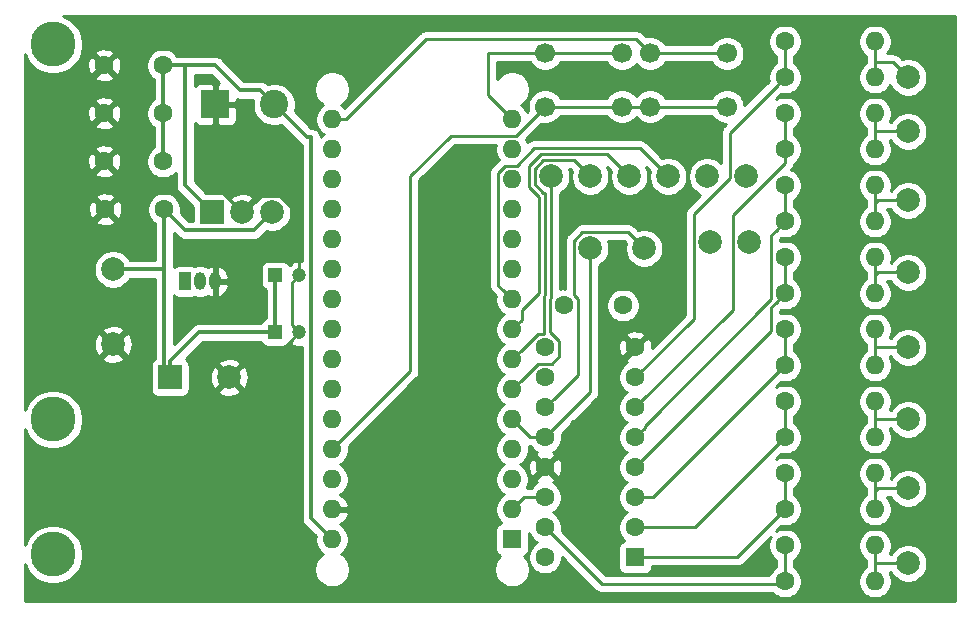
<source format=gbr>
G04 #@! TF.GenerationSoftware,KiCad,Pcbnew,(5.1.5)-3*
G04 #@! TF.CreationDate,2020-06-28T21:32:05-07:00*
G04 #@! TF.ProjectId,LED_MATRIX,4c45445f-4d41-4545-9249-582e6b696361,V01*
G04 #@! TF.SameCoordinates,Original*
G04 #@! TF.FileFunction,Copper,L1,Top*
G04 #@! TF.FilePolarity,Positive*
%FSLAX46Y46*%
G04 Gerber Fmt 4.6, Leading zero omitted, Abs format (unit mm)*
G04 Created by KiCad (PCBNEW (5.1.5)-3) date 2020-06-28 21:32:05*
%MOMM*%
%LPD*%
G04 APERTURE LIST*
%ADD10C,3.800000*%
%ADD11C,1.600000*%
%ADD12O,1.600000X1.600000*%
%ADD13C,2.000000*%
%ADD14R,1.000000X1.500000*%
%ADD15O,1.000000X1.500000*%
%ADD16C,1.700000*%
%ADD17R,1.600000X1.600000*%
%ADD18R,2.000000X2.000000*%
%ADD19R,1.200000X1.200000*%
%ADD20C,1.200000*%
%ADD21R,2.400000X2.400000*%
%ADD22C,2.400000*%
%ADD23C,0.685800*%
%ADD24C,0.254000*%
%ADD25C,0.355600*%
G04 APERTURE END LIST*
D10*
X56388000Y-103632000D03*
X56388000Y-92202000D03*
X56388000Y-60452000D03*
D11*
X118364000Y-87630000D03*
D12*
X125984000Y-87630000D03*
D13*
X61454000Y-79502000D03*
X61468000Y-85852000D03*
D14*
X67564000Y-80518000D03*
D15*
X70104000Y-80518000D03*
X68834000Y-80518000D03*
D13*
X106426000Y-77724000D03*
X101854000Y-77724000D03*
D16*
X106934000Y-61214000D03*
X113434000Y-61214000D03*
X106934000Y-65714000D03*
X113434000Y-65714000D03*
X98044000Y-61214000D03*
X104544000Y-61214000D03*
X98044000Y-65714000D03*
X104544000Y-65714000D03*
D17*
X95250000Y-102362000D03*
D12*
X80010000Y-69342000D03*
X95250000Y-99822000D03*
X80010000Y-71882000D03*
X95250000Y-97282000D03*
X80010000Y-74422000D03*
X95250000Y-94742000D03*
X80010000Y-76962000D03*
X95250000Y-92202000D03*
X80010000Y-79502000D03*
X95250000Y-89662000D03*
X80010000Y-82042000D03*
X95250000Y-87122000D03*
X80010000Y-84582000D03*
X95250000Y-84582000D03*
X80010000Y-87122000D03*
X95250000Y-82042000D03*
X80010000Y-89662000D03*
X95250000Y-79502000D03*
X80010000Y-92202000D03*
X95250000Y-76962000D03*
X80010000Y-94742000D03*
X95250000Y-74422000D03*
X80010000Y-97282000D03*
X95250000Y-71882000D03*
X80010000Y-99822000D03*
X95250000Y-69342000D03*
X80010000Y-102362000D03*
X95250000Y-66802000D03*
X80010000Y-66802000D03*
D11*
X99648000Y-82550000D03*
X104648000Y-82550000D03*
X65706000Y-62230000D03*
X60706000Y-62230000D03*
X60706000Y-66294000D03*
X65706000Y-66294000D03*
X60706000Y-70358000D03*
X65706000Y-70358000D03*
X65786000Y-74422000D03*
X60786000Y-74422000D03*
D18*
X66294000Y-88646000D03*
D13*
X71294000Y-88646000D03*
D19*
X75184000Y-84836000D03*
D20*
X77184000Y-84836000D03*
X77184000Y-80010000D03*
D19*
X75184000Y-80010000D03*
D13*
X128778000Y-63246000D03*
X128778000Y-67818000D03*
X128778000Y-73660000D03*
X128778000Y-79756000D03*
X128778000Y-86106000D03*
X128778000Y-92202000D03*
X128778000Y-98044000D03*
X128778000Y-104394000D03*
X98552000Y-71628000D03*
X101854000Y-71628000D03*
X105156000Y-71628000D03*
X108458000Y-71628000D03*
X111760000Y-71628000D03*
X115062000Y-71628000D03*
X115316000Y-77216000D03*
X112014000Y-77216000D03*
D21*
X70104000Y-65532000D03*
D22*
X75104000Y-65532000D03*
D11*
X118364000Y-60198000D03*
D12*
X125984000Y-60198000D03*
X125984000Y-63246000D03*
D11*
X118364000Y-63246000D03*
X118364000Y-66294000D03*
D12*
X125984000Y-66294000D03*
D11*
X118364000Y-69342000D03*
D12*
X125984000Y-69342000D03*
X125984000Y-72390000D03*
D11*
X118364000Y-72390000D03*
X118364000Y-75438000D03*
D12*
X125984000Y-75438000D03*
X125984000Y-78486000D03*
D11*
X118364000Y-78486000D03*
X118364000Y-81534000D03*
D12*
X125984000Y-81534000D03*
X125984000Y-84582000D03*
D11*
X118364000Y-84582000D03*
X118364000Y-90678000D03*
D12*
X125984000Y-90678000D03*
X125984000Y-93726000D03*
D11*
X118364000Y-93726000D03*
D12*
X125984000Y-96774000D03*
D11*
X118364000Y-96774000D03*
D12*
X125984000Y-99822000D03*
D11*
X118364000Y-99822000D03*
X118364000Y-102870000D03*
D12*
X125984000Y-102870000D03*
D11*
X118364000Y-105918000D03*
D12*
X125984000Y-105918000D03*
D17*
X105664000Y-103886000D03*
D11*
X105664000Y-101346000D03*
X105664000Y-98806000D03*
X105664000Y-96266000D03*
X105664000Y-93726000D03*
X105664000Y-91186000D03*
X105664000Y-88646000D03*
X98044000Y-88646000D03*
X98044000Y-91186000D03*
X98044000Y-93726000D03*
X98044000Y-96266000D03*
X98044000Y-98806000D03*
X98044000Y-101346000D03*
X98044000Y-103886000D03*
X105664000Y-86106000D03*
X98044000Y-86106000D03*
D18*
X69850000Y-74676000D03*
D13*
X72390000Y-74676000D03*
X74930000Y-74676000D03*
D23*
X100447999Y-92573999D03*
D24*
X100829001Y-81983119D02*
X100829001Y-88400999D01*
X100472999Y-81627117D02*
X100829001Y-81983119D01*
X100472999Y-77061119D02*
X100472999Y-81627117D01*
X98843999Y-90386001D02*
X98044000Y-91186000D01*
X101191119Y-76342999D02*
X100472999Y-77061119D01*
X100829001Y-88400999D02*
X98843999Y-90386001D01*
X105044999Y-76342999D02*
X101191119Y-76342999D01*
X106426000Y-77724000D02*
X105044999Y-76342999D01*
X96266000Y-98806000D02*
X98044000Y-98806000D01*
X95250000Y-99822000D02*
X96266000Y-98806000D01*
X96774000Y-93726000D02*
X98044000Y-93726000D01*
X95250000Y-92202000D02*
X96774000Y-93726000D01*
X101854000Y-89916000D02*
X98044000Y-93726000D01*
X101854000Y-77724000D02*
X101854000Y-89916000D01*
X96049999Y-88862001D02*
X95250000Y-89662000D01*
X98610881Y-87464999D02*
X97447001Y-87464999D01*
X97447001Y-87464999D02*
X96049999Y-88862001D01*
X99225001Y-86850879D02*
X98610881Y-87464999D01*
X99225001Y-85539119D02*
X99225001Y-86850879D01*
X98466999Y-84781117D02*
X99225001Y-85539119D01*
X98552000Y-81898118D02*
X98466999Y-81983119D01*
X98466999Y-81983119D02*
X98466999Y-84781117D01*
X98552000Y-71628000D02*
X98552000Y-81898118D01*
X96049999Y-86322001D02*
X95250000Y-87122000D01*
X97170999Y-70965119D02*
X97170999Y-72290881D01*
X97889119Y-73009001D02*
X98044000Y-73009001D01*
X98044000Y-73009001D02*
X98044000Y-81687684D01*
X97889119Y-70246999D02*
X97170999Y-70965119D01*
X97447001Y-84924999D02*
X96049999Y-86322001D01*
X97170999Y-72290881D02*
X97889119Y-73009001D01*
X97958989Y-84921011D02*
X97955001Y-84924999D01*
X101854000Y-71628000D02*
X100472999Y-70246999D01*
X98044000Y-81687684D02*
X97958989Y-81772695D01*
X97958989Y-81772695D02*
X97958989Y-84921011D01*
X100472999Y-70246999D02*
X97889119Y-70246999D01*
X97955001Y-84924999D02*
X97447001Y-84924999D01*
X96662989Y-70754695D02*
X96662989Y-72532989D01*
X97678694Y-69738990D02*
X96662989Y-70754695D01*
X105156000Y-71628000D02*
X103266990Y-69738990D01*
X103266990Y-69738990D02*
X97678694Y-69738990D01*
X96662989Y-72532989D02*
X97536000Y-73406000D01*
X97536000Y-81477250D02*
X97536000Y-73406000D01*
X96049999Y-82963251D02*
X97536000Y-81477250D01*
X96049999Y-83782001D02*
X96049999Y-82963251D01*
X95250000Y-84582000D02*
X96049999Y-83782001D01*
X94450001Y-81242001D02*
X95250000Y-82042000D01*
X94068999Y-80860999D02*
X94450001Y-81242001D01*
X94068999Y-71315119D02*
X94068999Y-80860999D01*
X94683119Y-70700999D02*
X94068999Y-71315119D01*
X97108902Y-69230980D02*
X95638883Y-70700999D01*
X95638883Y-70700999D02*
X94683119Y-70700999D01*
X106060980Y-69230980D02*
X97108902Y-69230980D01*
X108458000Y-71628000D02*
X106060980Y-69230980D01*
X95597001Y-68160999D02*
X90081001Y-68160999D01*
X98044000Y-65714000D02*
X95597001Y-68160999D01*
X90081001Y-68160999D02*
X86614000Y-71628000D01*
X113434000Y-65714000D02*
X106752000Y-65714000D01*
X106934000Y-65714000D02*
X104544000Y-65714000D01*
X104544000Y-65714000D02*
X98044000Y-65714000D01*
X86614000Y-88138000D02*
X80010000Y-94742000D01*
X86614000Y-71628000D02*
X86614000Y-88138000D01*
X95250000Y-66802000D02*
X93218000Y-64770000D01*
X93218000Y-64770000D02*
X93218000Y-61214000D01*
X93218000Y-61214000D02*
X98044000Y-61214000D01*
X98044000Y-61214000D02*
X104544000Y-61214000D01*
X105702999Y-59982999D02*
X106084001Y-60364001D01*
X87960371Y-59982999D02*
X105702999Y-59982999D01*
X81141370Y-66802000D02*
X87960371Y-59982999D01*
X106084001Y-60364001D02*
X106934000Y-61214000D01*
X80010000Y-66802000D02*
X81141370Y-66802000D01*
X108136081Y-61214000D02*
X113434000Y-61214000D01*
X106934000Y-61214000D02*
X108136081Y-61214000D01*
D25*
X67564000Y-76200000D02*
X65786000Y-74422000D01*
X74930000Y-74676000D02*
X73406000Y-76200000D01*
X73406000Y-76200000D02*
X67564000Y-76200000D01*
X65786000Y-88138000D02*
X66294000Y-88646000D01*
X74228400Y-84836000D02*
X75184000Y-84836000D01*
X68748400Y-84836000D02*
X74228400Y-84836000D01*
X66294000Y-87290400D02*
X68748400Y-84836000D01*
X66294000Y-88646000D02*
X66294000Y-87290400D01*
X75184000Y-83880400D02*
X75184000Y-80010000D01*
X75184000Y-84836000D02*
X75184000Y-83880400D01*
X65786000Y-74422000D02*
X65786000Y-79502000D01*
X61454000Y-79502000D02*
X65786000Y-79502000D01*
X65786000Y-79502000D02*
X65786000Y-88138000D01*
D24*
X125984000Y-63246000D02*
X125984000Y-62114630D01*
X127508000Y-61976000D02*
X128778000Y-63246000D01*
X125984000Y-61976000D02*
X127508000Y-61976000D01*
X125984000Y-61976000D02*
X125984000Y-60198000D01*
X125984000Y-62114630D02*
X125984000Y-61976000D01*
X125984000Y-67818000D02*
X128778000Y-67818000D01*
X125984000Y-67818000D02*
X125984000Y-66294000D01*
X125984000Y-69342000D02*
X125984000Y-67818000D01*
X125984000Y-75438000D02*
X125984000Y-74306630D01*
X126238000Y-73660000D02*
X128778000Y-73660000D01*
X125984000Y-73914000D02*
X126238000Y-73660000D01*
X125984000Y-73914000D02*
X125984000Y-72390000D01*
X125984000Y-74306630D02*
X125984000Y-73914000D01*
X125984000Y-81534000D02*
X125984000Y-80402630D01*
X126238000Y-79756000D02*
X128778000Y-79756000D01*
X125984000Y-80010000D02*
X126238000Y-79756000D01*
X125984000Y-80010000D02*
X125984000Y-78486000D01*
X125984000Y-80402630D02*
X125984000Y-80010000D01*
X125984000Y-86106000D02*
X128778000Y-86106000D01*
X125984000Y-86106000D02*
X125984000Y-84582000D01*
X125984000Y-87630000D02*
X125984000Y-86106000D01*
X125984000Y-93726000D02*
X125984000Y-92594630D01*
X125984000Y-92202000D02*
X128778000Y-92202000D01*
X125984000Y-92202000D02*
X125984000Y-90678000D01*
X125984000Y-92594630D02*
X125984000Y-92202000D01*
X125984000Y-98298000D02*
X126238000Y-98044000D01*
X125984000Y-98298000D02*
X125984000Y-96774000D01*
X126238000Y-98044000D02*
X128778000Y-98044000D01*
X125984000Y-99822000D02*
X125984000Y-98298000D01*
X125984000Y-105918000D02*
X125984000Y-104786630D01*
X125984000Y-104394000D02*
X128778000Y-104394000D01*
X125984000Y-104394000D02*
X125984000Y-102870000D01*
X125984000Y-104786630D02*
X125984000Y-104394000D01*
X76584001Y-85435999D02*
X77184000Y-84836000D01*
X74373999Y-87646001D02*
X76584001Y-85435999D01*
X72293999Y-87646001D02*
X74373999Y-87646001D01*
X71294000Y-88646000D02*
X72293999Y-87646001D01*
X76584001Y-80609999D02*
X77184000Y-80010000D01*
X76584001Y-84236001D02*
X76584001Y-80609999D01*
X77184000Y-84836000D02*
X76584001Y-84236001D01*
X73389999Y-73676001D02*
X72390000Y-74676000D01*
X75592881Y-73294999D02*
X73771001Y-73294999D01*
X73771001Y-73294999D02*
X73389999Y-73676001D01*
X77184000Y-74886118D02*
X75592881Y-73294999D01*
X77184000Y-80010000D02*
X77184000Y-74886118D01*
X70104000Y-72390000D02*
X72390000Y-74676000D01*
X70104000Y-65532000D02*
X70104000Y-72390000D01*
X100447999Y-92573999D02*
X103632000Y-89389998D01*
X103632000Y-88138000D02*
X105664000Y-86106000D01*
X103632000Y-89389998D02*
X103632000Y-88138000D01*
D25*
X73904001Y-64332001D02*
X72206001Y-64332001D01*
X75104000Y-65532000D02*
X73904001Y-64332001D01*
X72206001Y-64332001D02*
X70104000Y-62230000D01*
X65706000Y-62230000D02*
X65706000Y-66294000D01*
X65706000Y-66294000D02*
X65706000Y-70358000D01*
X67564000Y-62230000D02*
X67564000Y-72390000D01*
X67564000Y-62230000D02*
X65706000Y-62230000D01*
X70104000Y-62230000D02*
X67564000Y-62230000D01*
X67564000Y-72390000D02*
X69850000Y-74676000D01*
X75104000Y-65532000D02*
X77898000Y-68326000D01*
X77898000Y-68326000D02*
X78232000Y-68326000D01*
X78232000Y-100584000D02*
X80010000Y-102362000D01*
X78232000Y-68326000D02*
X78232000Y-100584000D01*
D24*
X117564001Y-64045999D02*
X118364000Y-63246000D01*
X113680999Y-67929001D02*
X117564001Y-64045999D01*
X113680999Y-71750883D02*
X113680999Y-67929001D01*
X110632999Y-74798883D02*
X113680999Y-71750883D01*
X110632999Y-83677001D02*
X110632999Y-74798883D01*
X105664000Y-88646000D02*
X110632999Y-83677001D01*
X118364000Y-62114630D02*
X118364000Y-60198000D01*
X118364000Y-63246000D02*
X118364000Y-62114630D01*
X113934999Y-74902371D02*
X118364000Y-70473370D01*
X118364000Y-70473370D02*
X118364000Y-69342000D01*
X113934999Y-82915001D02*
X113934999Y-74902371D01*
X105664000Y-91186000D02*
X113934999Y-82915001D01*
X118364000Y-68210630D02*
X118364000Y-66294000D01*
X118364000Y-69342000D02*
X118364000Y-68210630D01*
X117182999Y-76619001D02*
X117564001Y-76237999D01*
X117182999Y-81996567D02*
X117182999Y-76619001D01*
X117564001Y-76237999D02*
X118364000Y-75438000D01*
X106463999Y-92715567D02*
X117182999Y-81996567D01*
X106463999Y-92926001D02*
X106463999Y-92715567D01*
X105664000Y-93726000D02*
X106463999Y-92926001D01*
X118364000Y-75438000D02*
X118364000Y-72390000D01*
X117564001Y-82333999D02*
X118364000Y-81534000D01*
X117182999Y-82715001D02*
X117564001Y-82333999D01*
X117182999Y-84747001D02*
X117182999Y-82715001D01*
X105664000Y-96266000D02*
X117182999Y-84747001D01*
X118364000Y-80402630D02*
X118364000Y-78486000D01*
X118364000Y-81534000D02*
X118364000Y-80402630D01*
X107188000Y-98806000D02*
X118364000Y-87630000D01*
X105664000Y-98806000D02*
X107188000Y-98806000D01*
X118364000Y-86498630D02*
X118364000Y-84582000D01*
X118364000Y-87630000D02*
X118364000Y-86498630D01*
X110744000Y-101346000D02*
X118364000Y-93726000D01*
X105664000Y-101346000D02*
X110744000Y-101346000D01*
X118364000Y-93726000D02*
X118364000Y-90678000D01*
X114300000Y-103886000D02*
X118364000Y-99822000D01*
X105664000Y-103886000D02*
X114300000Y-103886000D01*
X118364000Y-98690630D02*
X118364000Y-96774000D01*
X118364000Y-99822000D02*
X118364000Y-98690630D01*
X118110000Y-106172000D02*
X118364000Y-105918000D01*
X98044000Y-101346000D02*
X102870000Y-106172000D01*
X102870000Y-106172000D02*
X118110000Y-106172000D01*
X118364000Y-105918000D02*
X118364000Y-102870000D01*
G36*
X132702300Y-107556300D02*
G01*
X53987700Y-107556300D01*
X53987700Y-104461439D01*
X54141512Y-104832773D01*
X54418937Y-105247968D01*
X54772032Y-105601063D01*
X55187227Y-105878488D01*
X55648568Y-106069582D01*
X56138324Y-106167000D01*
X56637676Y-106167000D01*
X57127432Y-106069582D01*
X57588773Y-105878488D01*
X58003968Y-105601063D01*
X58357063Y-105247968D01*
X58634488Y-104832773D01*
X58825582Y-104371432D01*
X58923000Y-103881676D01*
X58923000Y-103382324D01*
X58825582Y-102892568D01*
X58634488Y-102431227D01*
X58357063Y-102016032D01*
X58003968Y-101662937D01*
X57588773Y-101385512D01*
X57127432Y-101194418D01*
X56637676Y-101097000D01*
X56138324Y-101097000D01*
X55648568Y-101194418D01*
X55187227Y-101385512D01*
X54772032Y-101662937D01*
X54418937Y-102016032D01*
X54141512Y-102431227D01*
X53987700Y-102802561D01*
X53987700Y-93031439D01*
X54141512Y-93402773D01*
X54418937Y-93817968D01*
X54772032Y-94171063D01*
X55187227Y-94448488D01*
X55648568Y-94639582D01*
X56138324Y-94737000D01*
X56637676Y-94737000D01*
X57127432Y-94639582D01*
X57588773Y-94448488D01*
X58003968Y-94171063D01*
X58357063Y-93817968D01*
X58634488Y-93402773D01*
X58825582Y-92941432D01*
X58923000Y-92451676D01*
X58923000Y-91952324D01*
X58825582Y-91462568D01*
X58634488Y-91001227D01*
X58357063Y-90586032D01*
X58003968Y-90232937D01*
X57588773Y-89955512D01*
X57127432Y-89764418D01*
X56637676Y-89667000D01*
X56138324Y-89667000D01*
X55648568Y-89764418D01*
X55187227Y-89955512D01*
X54772032Y-90232937D01*
X54418937Y-90586032D01*
X54141512Y-91001227D01*
X53987700Y-91372561D01*
X53987700Y-86987413D01*
X60512192Y-86987413D01*
X60607956Y-87251814D01*
X60897571Y-87392704D01*
X61209108Y-87474384D01*
X61530595Y-87493718D01*
X61849675Y-87449961D01*
X62154088Y-87344795D01*
X62328044Y-87251814D01*
X62423808Y-86987413D01*
X61468000Y-86031605D01*
X60512192Y-86987413D01*
X53987700Y-86987413D01*
X53987700Y-85914595D01*
X59826282Y-85914595D01*
X59870039Y-86233675D01*
X59975205Y-86538088D01*
X60068186Y-86712044D01*
X60332587Y-86807808D01*
X61288395Y-85852000D01*
X61647605Y-85852000D01*
X62603413Y-86807808D01*
X62867814Y-86712044D01*
X63008704Y-86422429D01*
X63090384Y-86110892D01*
X63109718Y-85789405D01*
X63065961Y-85470325D01*
X62960795Y-85165912D01*
X62867814Y-84991956D01*
X62603413Y-84896192D01*
X61647605Y-85852000D01*
X61288395Y-85852000D01*
X60332587Y-84896192D01*
X60068186Y-84991956D01*
X59927296Y-85281571D01*
X59845616Y-85593108D01*
X59826282Y-85914595D01*
X53987700Y-85914595D01*
X53987700Y-84716587D01*
X60512192Y-84716587D01*
X61468000Y-85672395D01*
X62423808Y-84716587D01*
X62328044Y-84452186D01*
X62038429Y-84311296D01*
X61726892Y-84229616D01*
X61405405Y-84210282D01*
X61086325Y-84254039D01*
X60781912Y-84359205D01*
X60607956Y-84452186D01*
X60512192Y-84716587D01*
X53987700Y-84716587D01*
X53987700Y-79340967D01*
X59819000Y-79340967D01*
X59819000Y-79663033D01*
X59881832Y-79978912D01*
X60005082Y-80276463D01*
X60184013Y-80544252D01*
X60411748Y-80771987D01*
X60679537Y-80950918D01*
X60977088Y-81074168D01*
X61292967Y-81137000D01*
X61615033Y-81137000D01*
X61930912Y-81074168D01*
X62228463Y-80950918D01*
X62496252Y-80771987D01*
X62723987Y-80544252D01*
X62877302Y-80314800D01*
X64973200Y-80314800D01*
X64973201Y-87097452D01*
X64939506Y-87115463D01*
X64842815Y-87194815D01*
X64763463Y-87291506D01*
X64704498Y-87401820D01*
X64668188Y-87521518D01*
X64655928Y-87646000D01*
X64655928Y-89646000D01*
X64668188Y-89770482D01*
X64704498Y-89890180D01*
X64763463Y-90000494D01*
X64842815Y-90097185D01*
X64939506Y-90176537D01*
X65049820Y-90235502D01*
X65169518Y-90271812D01*
X65294000Y-90284072D01*
X67294000Y-90284072D01*
X67418482Y-90271812D01*
X67538180Y-90235502D01*
X67648494Y-90176537D01*
X67745185Y-90097185D01*
X67824537Y-90000494D01*
X67883502Y-89890180D01*
X67916496Y-89781413D01*
X70338192Y-89781413D01*
X70433956Y-90045814D01*
X70723571Y-90186704D01*
X71035108Y-90268384D01*
X71356595Y-90287718D01*
X71675675Y-90243961D01*
X71980088Y-90138795D01*
X72154044Y-90045814D01*
X72249808Y-89781413D01*
X71294000Y-88825605D01*
X70338192Y-89781413D01*
X67916496Y-89781413D01*
X67919812Y-89770482D01*
X67932072Y-89646000D01*
X67932072Y-88708595D01*
X69652282Y-88708595D01*
X69696039Y-89027675D01*
X69801205Y-89332088D01*
X69894186Y-89506044D01*
X70158587Y-89601808D01*
X71114395Y-88646000D01*
X71473605Y-88646000D01*
X72429413Y-89601808D01*
X72693814Y-89506044D01*
X72834704Y-89216429D01*
X72916384Y-88904892D01*
X72935718Y-88583405D01*
X72891961Y-88264325D01*
X72786795Y-87959912D01*
X72693814Y-87785956D01*
X72429413Y-87690192D01*
X71473605Y-88646000D01*
X71114395Y-88646000D01*
X70158587Y-87690192D01*
X69894186Y-87785956D01*
X69753296Y-88075571D01*
X69671616Y-88387108D01*
X69652282Y-88708595D01*
X67932072Y-88708595D01*
X67932072Y-87646000D01*
X67919812Y-87521518D01*
X67916497Y-87510587D01*
X70338192Y-87510587D01*
X71294000Y-88466395D01*
X72249808Y-87510587D01*
X72154044Y-87246186D01*
X71864429Y-87105296D01*
X71552892Y-87023616D01*
X71231405Y-87004282D01*
X70912325Y-87048039D01*
X70607912Y-87153205D01*
X70433956Y-87246186D01*
X70338192Y-87510587D01*
X67916497Y-87510587D01*
X67883502Y-87401820D01*
X67824537Y-87291506D01*
X67745185Y-87194815D01*
X67648494Y-87115463D01*
X67628889Y-87104984D01*
X69085073Y-85648800D01*
X73984979Y-85648800D01*
X73994498Y-85680180D01*
X74053463Y-85790494D01*
X74132815Y-85887185D01*
X74229506Y-85966537D01*
X74339820Y-86025502D01*
X74459518Y-86061812D01*
X74584000Y-86074072D01*
X75784000Y-86074072D01*
X75908482Y-86061812D01*
X76028180Y-86025502D01*
X76138494Y-85966537D01*
X76235185Y-85887185D01*
X76314537Y-85790494D01*
X76338858Y-85744994D01*
X76396736Y-85802872D01*
X76513842Y-85685766D01*
X76561148Y-85909348D01*
X76782516Y-86010237D01*
X77019313Y-86066000D01*
X77262438Y-86074495D01*
X77419201Y-86048968D01*
X77419201Y-100544070D01*
X77415268Y-100584000D01*
X77430962Y-100743336D01*
X77477438Y-100896549D01*
X77549551Y-101031463D01*
X77552913Y-101037752D01*
X77654484Y-101161517D01*
X77685495Y-101186967D01*
X78598923Y-102100396D01*
X78575000Y-102220665D01*
X78575000Y-102503335D01*
X78630147Y-102780574D01*
X78738320Y-103041727D01*
X78895363Y-103276759D01*
X79095241Y-103476637D01*
X79246760Y-103577879D01*
X79037869Y-103717455D01*
X78825455Y-103929869D01*
X78658562Y-104179642D01*
X78543605Y-104457174D01*
X78485000Y-104751801D01*
X78485000Y-105052199D01*
X78543605Y-105346826D01*
X78658562Y-105624358D01*
X78825455Y-105874131D01*
X79037869Y-106086545D01*
X79287642Y-106253438D01*
X79565174Y-106368395D01*
X79859801Y-106427000D01*
X80160199Y-106427000D01*
X80454826Y-106368395D01*
X80732358Y-106253438D01*
X80982131Y-106086545D01*
X81194545Y-105874131D01*
X81361438Y-105624358D01*
X81476395Y-105346826D01*
X81535000Y-105052199D01*
X81535000Y-104751801D01*
X81476395Y-104457174D01*
X81361438Y-104179642D01*
X81194545Y-103929869D01*
X80982131Y-103717455D01*
X80773240Y-103577879D01*
X80924759Y-103476637D01*
X81124637Y-103276759D01*
X81281680Y-103041727D01*
X81389853Y-102780574D01*
X81445000Y-102503335D01*
X81445000Y-102220665D01*
X81389853Y-101943426D01*
X81281680Y-101682273D01*
X81124637Y-101447241D01*
X80924759Y-101247363D01*
X80689727Y-101090320D01*
X80679135Y-101085933D01*
X80865131Y-100974385D01*
X81073519Y-100785414D01*
X81241037Y-100559420D01*
X81361246Y-100305087D01*
X81401904Y-100171039D01*
X81279915Y-99949000D01*
X80137000Y-99949000D01*
X80137000Y-99969000D01*
X79883000Y-99969000D01*
X79883000Y-99949000D01*
X79863000Y-99949000D01*
X79863000Y-99695000D01*
X79883000Y-99695000D01*
X79883000Y-99675000D01*
X80137000Y-99675000D01*
X80137000Y-99695000D01*
X81279915Y-99695000D01*
X81401904Y-99472961D01*
X81361246Y-99338913D01*
X81241037Y-99084580D01*
X81073519Y-98858586D01*
X80865131Y-98669615D01*
X80679135Y-98558067D01*
X80689727Y-98553680D01*
X80924759Y-98396637D01*
X81124637Y-98196759D01*
X81281680Y-97961727D01*
X81389853Y-97700574D01*
X81445000Y-97423335D01*
X81445000Y-97140665D01*
X81389853Y-96863426D01*
X81281680Y-96602273D01*
X81124637Y-96367241D01*
X80924759Y-96167363D01*
X80692241Y-96012000D01*
X80924759Y-95856637D01*
X81124637Y-95656759D01*
X81281680Y-95421727D01*
X81389853Y-95160574D01*
X81445000Y-94883335D01*
X81445000Y-94600665D01*
X81409157Y-94420473D01*
X87126352Y-88703279D01*
X87155422Y-88679422D01*
X87250645Y-88563392D01*
X87321402Y-88431015D01*
X87364974Y-88287378D01*
X87376000Y-88175426D01*
X87376000Y-88175424D01*
X87379686Y-88138001D01*
X87376000Y-88100578D01*
X87376000Y-71943630D01*
X90396632Y-68922999D01*
X93870324Y-68922999D01*
X93870147Y-68923426D01*
X93815000Y-69200665D01*
X93815000Y-69483335D01*
X93870147Y-69760574D01*
X93978320Y-70021727D01*
X94101063Y-70205425D01*
X93556652Y-70749836D01*
X93527577Y-70773697D01*
X93493073Y-70815741D01*
X93432354Y-70889727D01*
X93407879Y-70935517D01*
X93361597Y-71022105D01*
X93318025Y-71165742D01*
X93307485Y-71272759D01*
X93303313Y-71315119D01*
X93306999Y-71352542D01*
X93307000Y-80823566D01*
X93303313Y-80860999D01*
X93318026Y-81010377D01*
X93361598Y-81154014D01*
X93432354Y-81286391D01*
X93503720Y-81373350D01*
X93527578Y-81402421D01*
X93556648Y-81426278D01*
X93850843Y-81720473D01*
X93815000Y-81900665D01*
X93815000Y-82183335D01*
X93870147Y-82460574D01*
X93978320Y-82721727D01*
X94135363Y-82956759D01*
X94335241Y-83156637D01*
X94567759Y-83312000D01*
X94335241Y-83467363D01*
X94135363Y-83667241D01*
X93978320Y-83902273D01*
X93870147Y-84163426D01*
X93815000Y-84440665D01*
X93815000Y-84723335D01*
X93870147Y-85000574D01*
X93978320Y-85261727D01*
X94135363Y-85496759D01*
X94335241Y-85696637D01*
X94567759Y-85852000D01*
X94335241Y-86007363D01*
X94135363Y-86207241D01*
X93978320Y-86442273D01*
X93870147Y-86703426D01*
X93815000Y-86980665D01*
X93815000Y-87263335D01*
X93870147Y-87540574D01*
X93978320Y-87801727D01*
X94135363Y-88036759D01*
X94335241Y-88236637D01*
X94567759Y-88392000D01*
X94335241Y-88547363D01*
X94135363Y-88747241D01*
X93978320Y-88982273D01*
X93870147Y-89243426D01*
X93815000Y-89520665D01*
X93815000Y-89803335D01*
X93870147Y-90080574D01*
X93978320Y-90341727D01*
X94135363Y-90576759D01*
X94335241Y-90776637D01*
X94567759Y-90932000D01*
X94335241Y-91087363D01*
X94135363Y-91287241D01*
X93978320Y-91522273D01*
X93870147Y-91783426D01*
X93815000Y-92060665D01*
X93815000Y-92343335D01*
X93870147Y-92620574D01*
X93978320Y-92881727D01*
X94135363Y-93116759D01*
X94335241Y-93316637D01*
X94567759Y-93472000D01*
X94335241Y-93627363D01*
X94135363Y-93827241D01*
X93978320Y-94062273D01*
X93870147Y-94323426D01*
X93815000Y-94600665D01*
X93815000Y-94883335D01*
X93870147Y-95160574D01*
X93978320Y-95421727D01*
X94135363Y-95656759D01*
X94335241Y-95856637D01*
X94567759Y-96012000D01*
X94335241Y-96167363D01*
X94135363Y-96367241D01*
X93978320Y-96602273D01*
X93870147Y-96863426D01*
X93815000Y-97140665D01*
X93815000Y-97423335D01*
X93870147Y-97700574D01*
X93978320Y-97961727D01*
X94135363Y-98196759D01*
X94335241Y-98396637D01*
X94567759Y-98552000D01*
X94335241Y-98707363D01*
X94135363Y-98907241D01*
X93978320Y-99142273D01*
X93870147Y-99403426D01*
X93815000Y-99680665D01*
X93815000Y-99963335D01*
X93870147Y-100240574D01*
X93978320Y-100501727D01*
X94135363Y-100736759D01*
X94333961Y-100935357D01*
X94325518Y-100936188D01*
X94205820Y-100972498D01*
X94095506Y-101031463D01*
X93998815Y-101110815D01*
X93919463Y-101207506D01*
X93860498Y-101317820D01*
X93824188Y-101437518D01*
X93811928Y-101562000D01*
X93811928Y-103162000D01*
X93824188Y-103286482D01*
X93860498Y-103406180D01*
X93919463Y-103516494D01*
X93998815Y-103613185D01*
X94095506Y-103692537D01*
X94205820Y-103751502D01*
X94234977Y-103760347D01*
X94065455Y-103929869D01*
X93898562Y-104179642D01*
X93783605Y-104457174D01*
X93725000Y-104751801D01*
X93725000Y-105052199D01*
X93783605Y-105346826D01*
X93898562Y-105624358D01*
X94065455Y-105874131D01*
X94277869Y-106086545D01*
X94527642Y-106253438D01*
X94805174Y-106368395D01*
X95099801Y-106427000D01*
X95400199Y-106427000D01*
X95694826Y-106368395D01*
X95972358Y-106253438D01*
X96222131Y-106086545D01*
X96434545Y-105874131D01*
X96601438Y-105624358D01*
X96716395Y-105346826D01*
X96775000Y-105052199D01*
X96775000Y-104751801D01*
X96716395Y-104457174D01*
X96601438Y-104179642D01*
X96434545Y-103929869D01*
X96265023Y-103760347D01*
X96294180Y-103751502D01*
X96404494Y-103692537D01*
X96501185Y-103613185D01*
X96580537Y-103516494D01*
X96639502Y-103406180D01*
X96675812Y-103286482D01*
X96688072Y-103162000D01*
X96688072Y-101822334D01*
X96772320Y-102025727D01*
X96929363Y-102260759D01*
X97129241Y-102460637D01*
X97361759Y-102616000D01*
X97129241Y-102771363D01*
X96929363Y-102971241D01*
X96772320Y-103206273D01*
X96664147Y-103467426D01*
X96609000Y-103744665D01*
X96609000Y-104027335D01*
X96664147Y-104304574D01*
X96772320Y-104565727D01*
X96929363Y-104800759D01*
X97129241Y-105000637D01*
X97364273Y-105157680D01*
X97625426Y-105265853D01*
X97902665Y-105321000D01*
X98185335Y-105321000D01*
X98462574Y-105265853D01*
X98723727Y-105157680D01*
X98958759Y-105000637D01*
X99158637Y-104800759D01*
X99315680Y-104565727D01*
X99423853Y-104304574D01*
X99479000Y-104027335D01*
X99479000Y-103858630D01*
X102304716Y-106684346D01*
X102328578Y-106713422D01*
X102402219Y-106773857D01*
X102444607Y-106808645D01*
X102489722Y-106832759D01*
X102576985Y-106879402D01*
X102720622Y-106922974D01*
X102832574Y-106934000D01*
X102832577Y-106934000D01*
X102870000Y-106937686D01*
X102907423Y-106934000D01*
X117350604Y-106934000D01*
X117449241Y-107032637D01*
X117684273Y-107189680D01*
X117945426Y-107297853D01*
X118222665Y-107353000D01*
X118505335Y-107353000D01*
X118782574Y-107297853D01*
X119043727Y-107189680D01*
X119278759Y-107032637D01*
X119478637Y-106832759D01*
X119635680Y-106597727D01*
X119743853Y-106336574D01*
X119799000Y-106059335D01*
X119799000Y-105776665D01*
X119743853Y-105499426D01*
X119635680Y-105238273D01*
X119478637Y-105003241D01*
X119278759Y-104803363D01*
X119126000Y-104701293D01*
X119126000Y-104086707D01*
X119278759Y-103984637D01*
X119478637Y-103784759D01*
X119635680Y-103549727D01*
X119743853Y-103288574D01*
X119799000Y-103011335D01*
X119799000Y-102728665D01*
X124549000Y-102728665D01*
X124549000Y-103011335D01*
X124604147Y-103288574D01*
X124712320Y-103549727D01*
X124869363Y-103784759D01*
X125069241Y-103984637D01*
X125222000Y-104086707D01*
X125222000Y-104356574D01*
X125218314Y-104394000D01*
X125222000Y-104431425D01*
X125222000Y-104701293D01*
X125069241Y-104803363D01*
X124869363Y-105003241D01*
X124712320Y-105238273D01*
X124604147Y-105499426D01*
X124549000Y-105776665D01*
X124549000Y-106059335D01*
X124604147Y-106336574D01*
X124712320Y-106597727D01*
X124869363Y-106832759D01*
X125069241Y-107032637D01*
X125304273Y-107189680D01*
X125565426Y-107297853D01*
X125842665Y-107353000D01*
X126125335Y-107353000D01*
X126402574Y-107297853D01*
X126663727Y-107189680D01*
X126898759Y-107032637D01*
X127098637Y-106832759D01*
X127255680Y-106597727D01*
X127363853Y-106336574D01*
X127419000Y-106059335D01*
X127419000Y-105776665D01*
X127363853Y-105499426D01*
X127255680Y-105238273D01*
X127200707Y-105156000D01*
X127323920Y-105156000D01*
X127329082Y-105168463D01*
X127508013Y-105436252D01*
X127735748Y-105663987D01*
X128003537Y-105842918D01*
X128301088Y-105966168D01*
X128616967Y-106029000D01*
X128939033Y-106029000D01*
X129254912Y-105966168D01*
X129552463Y-105842918D01*
X129820252Y-105663987D01*
X130047987Y-105436252D01*
X130226918Y-105168463D01*
X130350168Y-104870912D01*
X130413000Y-104555033D01*
X130413000Y-104232967D01*
X130350168Y-103917088D01*
X130226918Y-103619537D01*
X130047987Y-103351748D01*
X129820252Y-103124013D01*
X129552463Y-102945082D01*
X129254912Y-102821832D01*
X128939033Y-102759000D01*
X128616967Y-102759000D01*
X128301088Y-102821832D01*
X128003537Y-102945082D01*
X127735748Y-103124013D01*
X127508013Y-103351748D01*
X127329082Y-103619537D01*
X127323920Y-103632000D01*
X127200707Y-103632000D01*
X127255680Y-103549727D01*
X127363853Y-103288574D01*
X127419000Y-103011335D01*
X127419000Y-102728665D01*
X127363853Y-102451426D01*
X127255680Y-102190273D01*
X127098637Y-101955241D01*
X126898759Y-101755363D01*
X126663727Y-101598320D01*
X126402574Y-101490147D01*
X126125335Y-101435000D01*
X125842665Y-101435000D01*
X125565426Y-101490147D01*
X125304273Y-101598320D01*
X125069241Y-101755363D01*
X124869363Y-101955241D01*
X124712320Y-102190273D01*
X124604147Y-102451426D01*
X124549000Y-102728665D01*
X119799000Y-102728665D01*
X119743853Y-102451426D01*
X119635680Y-102190273D01*
X119478637Y-101955241D01*
X119278759Y-101755363D01*
X119043727Y-101598320D01*
X118782574Y-101490147D01*
X118505335Y-101435000D01*
X118222665Y-101435000D01*
X117945426Y-101490147D01*
X117684273Y-101598320D01*
X117627127Y-101636504D01*
X118042474Y-101221157D01*
X118222665Y-101257000D01*
X118505335Y-101257000D01*
X118782574Y-101201853D01*
X119043727Y-101093680D01*
X119278759Y-100936637D01*
X119478637Y-100736759D01*
X119635680Y-100501727D01*
X119743853Y-100240574D01*
X119799000Y-99963335D01*
X119799000Y-99680665D01*
X119743853Y-99403426D01*
X119635680Y-99142273D01*
X119478637Y-98907241D01*
X119278759Y-98707363D01*
X119126000Y-98605293D01*
X119126000Y-97990707D01*
X119278759Y-97888637D01*
X119478637Y-97688759D01*
X119635680Y-97453727D01*
X119743853Y-97192574D01*
X119799000Y-96915335D01*
X119799000Y-96632665D01*
X124549000Y-96632665D01*
X124549000Y-96915335D01*
X124604147Y-97192574D01*
X124712320Y-97453727D01*
X124869363Y-97688759D01*
X125069241Y-97888637D01*
X125222000Y-97990707D01*
X125222000Y-98260574D01*
X125218314Y-98298000D01*
X125222000Y-98335423D01*
X125222000Y-98335425D01*
X125222001Y-98335435D01*
X125222001Y-98605292D01*
X125069241Y-98707363D01*
X124869363Y-98907241D01*
X124712320Y-99142273D01*
X124604147Y-99403426D01*
X124549000Y-99680665D01*
X124549000Y-99963335D01*
X124604147Y-100240574D01*
X124712320Y-100501727D01*
X124869363Y-100736759D01*
X125069241Y-100936637D01*
X125304273Y-101093680D01*
X125565426Y-101201853D01*
X125842665Y-101257000D01*
X126125335Y-101257000D01*
X126402574Y-101201853D01*
X126663727Y-101093680D01*
X126898759Y-100936637D01*
X127098637Y-100736759D01*
X127255680Y-100501727D01*
X127363853Y-100240574D01*
X127419000Y-99963335D01*
X127419000Y-99680665D01*
X127363853Y-99403426D01*
X127255680Y-99142273D01*
X127098637Y-98907241D01*
X126997396Y-98806000D01*
X127323920Y-98806000D01*
X127329082Y-98818463D01*
X127508013Y-99086252D01*
X127735748Y-99313987D01*
X128003537Y-99492918D01*
X128301088Y-99616168D01*
X128616967Y-99679000D01*
X128939033Y-99679000D01*
X129254912Y-99616168D01*
X129552463Y-99492918D01*
X129820252Y-99313987D01*
X130047987Y-99086252D01*
X130226918Y-98818463D01*
X130350168Y-98520912D01*
X130413000Y-98205033D01*
X130413000Y-97882967D01*
X130350168Y-97567088D01*
X130226918Y-97269537D01*
X130047987Y-97001748D01*
X129820252Y-96774013D01*
X129552463Y-96595082D01*
X129254912Y-96471832D01*
X128939033Y-96409000D01*
X128616967Y-96409000D01*
X128301088Y-96471832D01*
X128003537Y-96595082D01*
X127735748Y-96774013D01*
X127508013Y-97001748D01*
X127336691Y-97258150D01*
X127363853Y-97192574D01*
X127419000Y-96915335D01*
X127419000Y-96632665D01*
X127363853Y-96355426D01*
X127255680Y-96094273D01*
X127098637Y-95859241D01*
X126898759Y-95659363D01*
X126663727Y-95502320D01*
X126402574Y-95394147D01*
X126125335Y-95339000D01*
X125842665Y-95339000D01*
X125565426Y-95394147D01*
X125304273Y-95502320D01*
X125069241Y-95659363D01*
X124869363Y-95859241D01*
X124712320Y-96094273D01*
X124604147Y-96355426D01*
X124549000Y-96632665D01*
X119799000Y-96632665D01*
X119743853Y-96355426D01*
X119635680Y-96094273D01*
X119478637Y-95859241D01*
X119278759Y-95659363D01*
X119043727Y-95502320D01*
X118782574Y-95394147D01*
X118505335Y-95339000D01*
X118222665Y-95339000D01*
X117945426Y-95394147D01*
X117684273Y-95502320D01*
X117627128Y-95540503D01*
X118042474Y-95125157D01*
X118222665Y-95161000D01*
X118505335Y-95161000D01*
X118782574Y-95105853D01*
X119043727Y-94997680D01*
X119278759Y-94840637D01*
X119478637Y-94640759D01*
X119635680Y-94405727D01*
X119743853Y-94144574D01*
X119799000Y-93867335D01*
X119799000Y-93584665D01*
X119743853Y-93307426D01*
X119635680Y-93046273D01*
X119478637Y-92811241D01*
X119278759Y-92611363D01*
X119126000Y-92509293D01*
X119126000Y-91894707D01*
X119278759Y-91792637D01*
X119478637Y-91592759D01*
X119635680Y-91357727D01*
X119743853Y-91096574D01*
X119799000Y-90819335D01*
X119799000Y-90536665D01*
X124549000Y-90536665D01*
X124549000Y-90819335D01*
X124604147Y-91096574D01*
X124712320Y-91357727D01*
X124869363Y-91592759D01*
X125069241Y-91792637D01*
X125222000Y-91894707D01*
X125222000Y-92164574D01*
X125218314Y-92202000D01*
X125222000Y-92239425D01*
X125222000Y-92509293D01*
X125069241Y-92611363D01*
X124869363Y-92811241D01*
X124712320Y-93046273D01*
X124604147Y-93307426D01*
X124549000Y-93584665D01*
X124549000Y-93867335D01*
X124604147Y-94144574D01*
X124712320Y-94405727D01*
X124869363Y-94640759D01*
X125069241Y-94840637D01*
X125304273Y-94997680D01*
X125565426Y-95105853D01*
X125842665Y-95161000D01*
X126125335Y-95161000D01*
X126402574Y-95105853D01*
X126663727Y-94997680D01*
X126898759Y-94840637D01*
X127098637Y-94640759D01*
X127255680Y-94405727D01*
X127363853Y-94144574D01*
X127419000Y-93867335D01*
X127419000Y-93584665D01*
X127363853Y-93307426D01*
X127255680Y-93046273D01*
X127200707Y-92964000D01*
X127323920Y-92964000D01*
X127329082Y-92976463D01*
X127508013Y-93244252D01*
X127735748Y-93471987D01*
X128003537Y-93650918D01*
X128301088Y-93774168D01*
X128616967Y-93837000D01*
X128939033Y-93837000D01*
X129254912Y-93774168D01*
X129552463Y-93650918D01*
X129820252Y-93471987D01*
X130047987Y-93244252D01*
X130226918Y-92976463D01*
X130350168Y-92678912D01*
X130413000Y-92363033D01*
X130413000Y-92040967D01*
X130350168Y-91725088D01*
X130226918Y-91427537D01*
X130047987Y-91159748D01*
X129820252Y-90932013D01*
X129552463Y-90753082D01*
X129254912Y-90629832D01*
X128939033Y-90567000D01*
X128616967Y-90567000D01*
X128301088Y-90629832D01*
X128003537Y-90753082D01*
X127735748Y-90932013D01*
X127508013Y-91159748D01*
X127329082Y-91427537D01*
X127323920Y-91440000D01*
X127200707Y-91440000D01*
X127255680Y-91357727D01*
X127363853Y-91096574D01*
X127419000Y-90819335D01*
X127419000Y-90536665D01*
X127363853Y-90259426D01*
X127255680Y-89998273D01*
X127098637Y-89763241D01*
X126898759Y-89563363D01*
X126663727Y-89406320D01*
X126402574Y-89298147D01*
X126125335Y-89243000D01*
X125842665Y-89243000D01*
X125565426Y-89298147D01*
X125304273Y-89406320D01*
X125069241Y-89563363D01*
X124869363Y-89763241D01*
X124712320Y-89998273D01*
X124604147Y-90259426D01*
X124549000Y-90536665D01*
X119799000Y-90536665D01*
X119743853Y-90259426D01*
X119635680Y-89998273D01*
X119478637Y-89763241D01*
X119278759Y-89563363D01*
X119043727Y-89406320D01*
X118782574Y-89298147D01*
X118505335Y-89243000D01*
X118222665Y-89243000D01*
X117945426Y-89298147D01*
X117684273Y-89406320D01*
X117627128Y-89444503D01*
X118042474Y-89029157D01*
X118222665Y-89065000D01*
X118505335Y-89065000D01*
X118782574Y-89009853D01*
X119043727Y-88901680D01*
X119278759Y-88744637D01*
X119478637Y-88544759D01*
X119635680Y-88309727D01*
X119743853Y-88048574D01*
X119799000Y-87771335D01*
X119799000Y-87488665D01*
X119743853Y-87211426D01*
X119635680Y-86950273D01*
X119478637Y-86715241D01*
X119278759Y-86515363D01*
X119126000Y-86413293D01*
X119126000Y-85798707D01*
X119278759Y-85696637D01*
X119478637Y-85496759D01*
X119635680Y-85261727D01*
X119743853Y-85000574D01*
X119799000Y-84723335D01*
X119799000Y-84440665D01*
X124549000Y-84440665D01*
X124549000Y-84723335D01*
X124604147Y-85000574D01*
X124712320Y-85261727D01*
X124869363Y-85496759D01*
X125069241Y-85696637D01*
X125222000Y-85798707D01*
X125222000Y-86068574D01*
X125218314Y-86106000D01*
X125222001Y-86143435D01*
X125222001Y-86413292D01*
X125069241Y-86515363D01*
X124869363Y-86715241D01*
X124712320Y-86950273D01*
X124604147Y-87211426D01*
X124549000Y-87488665D01*
X124549000Y-87771335D01*
X124604147Y-88048574D01*
X124712320Y-88309727D01*
X124869363Y-88544759D01*
X125069241Y-88744637D01*
X125304273Y-88901680D01*
X125565426Y-89009853D01*
X125842665Y-89065000D01*
X126125335Y-89065000D01*
X126402574Y-89009853D01*
X126663727Y-88901680D01*
X126898759Y-88744637D01*
X127098637Y-88544759D01*
X127255680Y-88309727D01*
X127363853Y-88048574D01*
X127419000Y-87771335D01*
X127419000Y-87488665D01*
X127363853Y-87211426D01*
X127255680Y-86950273D01*
X127200707Y-86868000D01*
X127323920Y-86868000D01*
X127329082Y-86880463D01*
X127508013Y-87148252D01*
X127735748Y-87375987D01*
X128003537Y-87554918D01*
X128301088Y-87678168D01*
X128616967Y-87741000D01*
X128939033Y-87741000D01*
X129254912Y-87678168D01*
X129552463Y-87554918D01*
X129820252Y-87375987D01*
X130047987Y-87148252D01*
X130226918Y-86880463D01*
X130350168Y-86582912D01*
X130413000Y-86267033D01*
X130413000Y-85944967D01*
X130350168Y-85629088D01*
X130226918Y-85331537D01*
X130047987Y-85063748D01*
X129820252Y-84836013D01*
X129552463Y-84657082D01*
X129254912Y-84533832D01*
X128939033Y-84471000D01*
X128616967Y-84471000D01*
X128301088Y-84533832D01*
X128003537Y-84657082D01*
X127735748Y-84836013D01*
X127508013Y-85063748D01*
X127329082Y-85331537D01*
X127323920Y-85344000D01*
X127200707Y-85344000D01*
X127255680Y-85261727D01*
X127363853Y-85000574D01*
X127419000Y-84723335D01*
X127419000Y-84440665D01*
X127363853Y-84163426D01*
X127255680Y-83902273D01*
X127098637Y-83667241D01*
X126898759Y-83467363D01*
X126663727Y-83310320D01*
X126402574Y-83202147D01*
X126125335Y-83147000D01*
X125842665Y-83147000D01*
X125565426Y-83202147D01*
X125304273Y-83310320D01*
X125069241Y-83467363D01*
X124869363Y-83667241D01*
X124712320Y-83902273D01*
X124604147Y-84163426D01*
X124549000Y-84440665D01*
X119799000Y-84440665D01*
X119743853Y-84163426D01*
X119635680Y-83902273D01*
X119478637Y-83667241D01*
X119278759Y-83467363D01*
X119043727Y-83310320D01*
X118782574Y-83202147D01*
X118505335Y-83147000D01*
X118222665Y-83147000D01*
X117945426Y-83202147D01*
X117944999Y-83202324D01*
X117944999Y-83030631D01*
X118042473Y-82933157D01*
X118222665Y-82969000D01*
X118505335Y-82969000D01*
X118782574Y-82913853D01*
X119043727Y-82805680D01*
X119278759Y-82648637D01*
X119478637Y-82448759D01*
X119635680Y-82213727D01*
X119743853Y-81952574D01*
X119799000Y-81675335D01*
X119799000Y-81392665D01*
X119743853Y-81115426D01*
X119635680Y-80854273D01*
X119478637Y-80619241D01*
X119278759Y-80419363D01*
X119126000Y-80317293D01*
X119126000Y-79702707D01*
X119278759Y-79600637D01*
X119478637Y-79400759D01*
X119635680Y-79165727D01*
X119743853Y-78904574D01*
X119799000Y-78627335D01*
X119799000Y-78344665D01*
X124549000Y-78344665D01*
X124549000Y-78627335D01*
X124604147Y-78904574D01*
X124712320Y-79165727D01*
X124869363Y-79400759D01*
X125069241Y-79600637D01*
X125222000Y-79702707D01*
X125222000Y-79972574D01*
X125218314Y-80010000D01*
X125222000Y-80047423D01*
X125222000Y-80317293D01*
X125069241Y-80419363D01*
X124869363Y-80619241D01*
X124712320Y-80854273D01*
X124604147Y-81115426D01*
X124549000Y-81392665D01*
X124549000Y-81675335D01*
X124604147Y-81952574D01*
X124712320Y-82213727D01*
X124869363Y-82448759D01*
X125069241Y-82648637D01*
X125304273Y-82805680D01*
X125565426Y-82913853D01*
X125842665Y-82969000D01*
X126125335Y-82969000D01*
X126402574Y-82913853D01*
X126663727Y-82805680D01*
X126898759Y-82648637D01*
X127098637Y-82448759D01*
X127255680Y-82213727D01*
X127363853Y-81952574D01*
X127419000Y-81675335D01*
X127419000Y-81392665D01*
X127363853Y-81115426D01*
X127255680Y-80854273D01*
X127098637Y-80619241D01*
X126997396Y-80518000D01*
X127323920Y-80518000D01*
X127329082Y-80530463D01*
X127508013Y-80798252D01*
X127735748Y-81025987D01*
X128003537Y-81204918D01*
X128301088Y-81328168D01*
X128616967Y-81391000D01*
X128939033Y-81391000D01*
X129254912Y-81328168D01*
X129552463Y-81204918D01*
X129820252Y-81025987D01*
X130047987Y-80798252D01*
X130226918Y-80530463D01*
X130350168Y-80232912D01*
X130413000Y-79917033D01*
X130413000Y-79594967D01*
X130350168Y-79279088D01*
X130226918Y-78981537D01*
X130047987Y-78713748D01*
X129820252Y-78486013D01*
X129552463Y-78307082D01*
X129254912Y-78183832D01*
X128939033Y-78121000D01*
X128616967Y-78121000D01*
X128301088Y-78183832D01*
X128003537Y-78307082D01*
X127735748Y-78486013D01*
X127508013Y-78713748D01*
X127336691Y-78970150D01*
X127363853Y-78904574D01*
X127419000Y-78627335D01*
X127419000Y-78344665D01*
X127363853Y-78067426D01*
X127255680Y-77806273D01*
X127098637Y-77571241D01*
X126898759Y-77371363D01*
X126663727Y-77214320D01*
X126402574Y-77106147D01*
X126125335Y-77051000D01*
X125842665Y-77051000D01*
X125565426Y-77106147D01*
X125304273Y-77214320D01*
X125069241Y-77371363D01*
X124869363Y-77571241D01*
X124712320Y-77806273D01*
X124604147Y-78067426D01*
X124549000Y-78344665D01*
X119799000Y-78344665D01*
X119743853Y-78067426D01*
X119635680Y-77806273D01*
X119478637Y-77571241D01*
X119278759Y-77371363D01*
X119043727Y-77214320D01*
X118782574Y-77106147D01*
X118505335Y-77051000D01*
X118222665Y-77051000D01*
X117945426Y-77106147D01*
X117944999Y-77106324D01*
X117944999Y-76934631D01*
X118042473Y-76837157D01*
X118222665Y-76873000D01*
X118505335Y-76873000D01*
X118782574Y-76817853D01*
X119043727Y-76709680D01*
X119278759Y-76552637D01*
X119478637Y-76352759D01*
X119635680Y-76117727D01*
X119743853Y-75856574D01*
X119799000Y-75579335D01*
X119799000Y-75296665D01*
X119743853Y-75019426D01*
X119635680Y-74758273D01*
X119478637Y-74523241D01*
X119278759Y-74323363D01*
X119126000Y-74221293D01*
X119126000Y-73606707D01*
X119278759Y-73504637D01*
X119478637Y-73304759D01*
X119635680Y-73069727D01*
X119743853Y-72808574D01*
X119799000Y-72531335D01*
X119799000Y-72248665D01*
X124549000Y-72248665D01*
X124549000Y-72531335D01*
X124604147Y-72808574D01*
X124712320Y-73069727D01*
X124869363Y-73304759D01*
X125069241Y-73504637D01*
X125222000Y-73606707D01*
X125222000Y-73876574D01*
X125218314Y-73914000D01*
X125222000Y-73951423D01*
X125222000Y-74221293D01*
X125069241Y-74323363D01*
X124869363Y-74523241D01*
X124712320Y-74758273D01*
X124604147Y-75019426D01*
X124549000Y-75296665D01*
X124549000Y-75579335D01*
X124604147Y-75856574D01*
X124712320Y-76117727D01*
X124869363Y-76352759D01*
X125069241Y-76552637D01*
X125304273Y-76709680D01*
X125565426Y-76817853D01*
X125842665Y-76873000D01*
X126125335Y-76873000D01*
X126402574Y-76817853D01*
X126663727Y-76709680D01*
X126898759Y-76552637D01*
X127098637Y-76352759D01*
X127255680Y-76117727D01*
X127363853Y-75856574D01*
X127419000Y-75579335D01*
X127419000Y-75296665D01*
X127363853Y-75019426D01*
X127255680Y-74758273D01*
X127098637Y-74523241D01*
X126997396Y-74422000D01*
X127323920Y-74422000D01*
X127329082Y-74434463D01*
X127508013Y-74702252D01*
X127735748Y-74929987D01*
X128003537Y-75108918D01*
X128301088Y-75232168D01*
X128616967Y-75295000D01*
X128939033Y-75295000D01*
X129254912Y-75232168D01*
X129552463Y-75108918D01*
X129820252Y-74929987D01*
X130047987Y-74702252D01*
X130226918Y-74434463D01*
X130350168Y-74136912D01*
X130413000Y-73821033D01*
X130413000Y-73498967D01*
X130350168Y-73183088D01*
X130226918Y-72885537D01*
X130047987Y-72617748D01*
X129820252Y-72390013D01*
X129552463Y-72211082D01*
X129254912Y-72087832D01*
X128939033Y-72025000D01*
X128616967Y-72025000D01*
X128301088Y-72087832D01*
X128003537Y-72211082D01*
X127735748Y-72390013D01*
X127508013Y-72617748D01*
X127336691Y-72874150D01*
X127363853Y-72808574D01*
X127419000Y-72531335D01*
X127419000Y-72248665D01*
X127363853Y-71971426D01*
X127255680Y-71710273D01*
X127098637Y-71475241D01*
X126898759Y-71275363D01*
X126663727Y-71118320D01*
X126402574Y-71010147D01*
X126125335Y-70955000D01*
X125842665Y-70955000D01*
X125565426Y-71010147D01*
X125304273Y-71118320D01*
X125069241Y-71275363D01*
X124869363Y-71475241D01*
X124712320Y-71710273D01*
X124604147Y-71971426D01*
X124549000Y-72248665D01*
X119799000Y-72248665D01*
X119743853Y-71971426D01*
X119635680Y-71710273D01*
X119478637Y-71475241D01*
X119278759Y-71275363D01*
X119043727Y-71118320D01*
X118869039Y-71045962D01*
X118876353Y-71038648D01*
X118905422Y-71014792D01*
X119000645Y-70898762D01*
X119071402Y-70766385D01*
X119114974Y-70622748D01*
X119120949Y-70562082D01*
X119278759Y-70456637D01*
X119478637Y-70256759D01*
X119635680Y-70021727D01*
X119743853Y-69760574D01*
X119799000Y-69483335D01*
X119799000Y-69200665D01*
X119743853Y-68923426D01*
X119635680Y-68662273D01*
X119478637Y-68427241D01*
X119278759Y-68227363D01*
X119126000Y-68125293D01*
X119126000Y-67510707D01*
X119278759Y-67408637D01*
X119478637Y-67208759D01*
X119635680Y-66973727D01*
X119743853Y-66712574D01*
X119799000Y-66435335D01*
X119799000Y-66152665D01*
X124549000Y-66152665D01*
X124549000Y-66435335D01*
X124604147Y-66712574D01*
X124712320Y-66973727D01*
X124869363Y-67208759D01*
X125069241Y-67408637D01*
X125222000Y-67510707D01*
X125222000Y-67780574D01*
X125218314Y-67818000D01*
X125222001Y-67855435D01*
X125222001Y-68125292D01*
X125069241Y-68227363D01*
X124869363Y-68427241D01*
X124712320Y-68662273D01*
X124604147Y-68923426D01*
X124549000Y-69200665D01*
X124549000Y-69483335D01*
X124604147Y-69760574D01*
X124712320Y-70021727D01*
X124869363Y-70256759D01*
X125069241Y-70456637D01*
X125304273Y-70613680D01*
X125565426Y-70721853D01*
X125842665Y-70777000D01*
X126125335Y-70777000D01*
X126402574Y-70721853D01*
X126663727Y-70613680D01*
X126898759Y-70456637D01*
X127098637Y-70256759D01*
X127255680Y-70021727D01*
X127363853Y-69760574D01*
X127419000Y-69483335D01*
X127419000Y-69200665D01*
X127363853Y-68923426D01*
X127255680Y-68662273D01*
X127200707Y-68580000D01*
X127323920Y-68580000D01*
X127329082Y-68592463D01*
X127508013Y-68860252D01*
X127735748Y-69087987D01*
X128003537Y-69266918D01*
X128301088Y-69390168D01*
X128616967Y-69453000D01*
X128939033Y-69453000D01*
X129254912Y-69390168D01*
X129552463Y-69266918D01*
X129820252Y-69087987D01*
X130047987Y-68860252D01*
X130226918Y-68592463D01*
X130350168Y-68294912D01*
X130413000Y-67979033D01*
X130413000Y-67656967D01*
X130350168Y-67341088D01*
X130226918Y-67043537D01*
X130047987Y-66775748D01*
X129820252Y-66548013D01*
X129552463Y-66369082D01*
X129254912Y-66245832D01*
X128939033Y-66183000D01*
X128616967Y-66183000D01*
X128301088Y-66245832D01*
X128003537Y-66369082D01*
X127735748Y-66548013D01*
X127508013Y-66775748D01*
X127329082Y-67043537D01*
X127323920Y-67056000D01*
X127200707Y-67056000D01*
X127255680Y-66973727D01*
X127363853Y-66712574D01*
X127419000Y-66435335D01*
X127419000Y-66152665D01*
X127363853Y-65875426D01*
X127255680Y-65614273D01*
X127098637Y-65379241D01*
X126898759Y-65179363D01*
X126663727Y-65022320D01*
X126402574Y-64914147D01*
X126125335Y-64859000D01*
X125842665Y-64859000D01*
X125565426Y-64914147D01*
X125304273Y-65022320D01*
X125069241Y-65179363D01*
X124869363Y-65379241D01*
X124712320Y-65614273D01*
X124604147Y-65875426D01*
X124549000Y-66152665D01*
X119799000Y-66152665D01*
X119743853Y-65875426D01*
X119635680Y-65614273D01*
X119478637Y-65379241D01*
X119278759Y-65179363D01*
X119043727Y-65022320D01*
X118782574Y-64914147D01*
X118505335Y-64859000D01*
X118222665Y-64859000D01*
X117945426Y-64914147D01*
X117684273Y-65022320D01*
X117627128Y-65060503D01*
X118042474Y-64645157D01*
X118222665Y-64681000D01*
X118505335Y-64681000D01*
X118782574Y-64625853D01*
X119043727Y-64517680D01*
X119278759Y-64360637D01*
X119478637Y-64160759D01*
X119635680Y-63925727D01*
X119743853Y-63664574D01*
X119799000Y-63387335D01*
X119799000Y-63104665D01*
X119743853Y-62827426D01*
X119635680Y-62566273D01*
X119478637Y-62331241D01*
X119278759Y-62131363D01*
X119126000Y-62029293D01*
X119126000Y-61414707D01*
X119278759Y-61312637D01*
X119478637Y-61112759D01*
X119635680Y-60877727D01*
X119743853Y-60616574D01*
X119799000Y-60339335D01*
X119799000Y-60056665D01*
X124549000Y-60056665D01*
X124549000Y-60339335D01*
X124604147Y-60616574D01*
X124712320Y-60877727D01*
X124869363Y-61112759D01*
X125069241Y-61312637D01*
X125222000Y-61414707D01*
X125222000Y-61938574D01*
X125218314Y-61976000D01*
X125222000Y-62013425D01*
X125222000Y-62029293D01*
X125069241Y-62131363D01*
X124869363Y-62331241D01*
X124712320Y-62566273D01*
X124604147Y-62827426D01*
X124549000Y-63104665D01*
X124549000Y-63387335D01*
X124604147Y-63664574D01*
X124712320Y-63925727D01*
X124869363Y-64160759D01*
X125069241Y-64360637D01*
X125304273Y-64517680D01*
X125565426Y-64625853D01*
X125842665Y-64681000D01*
X126125335Y-64681000D01*
X126402574Y-64625853D01*
X126663727Y-64517680D01*
X126898759Y-64360637D01*
X127098637Y-64160759D01*
X127255680Y-63925727D01*
X127272760Y-63884491D01*
X127329082Y-64020463D01*
X127508013Y-64288252D01*
X127735748Y-64515987D01*
X128003537Y-64694918D01*
X128301088Y-64818168D01*
X128616967Y-64881000D01*
X128939033Y-64881000D01*
X129254912Y-64818168D01*
X129552463Y-64694918D01*
X129820252Y-64515987D01*
X130047987Y-64288252D01*
X130226918Y-64020463D01*
X130350168Y-63722912D01*
X130413000Y-63407033D01*
X130413000Y-63084967D01*
X130350168Y-62769088D01*
X130226918Y-62471537D01*
X130047987Y-62203748D01*
X129820252Y-61976013D01*
X129552463Y-61797082D01*
X129254912Y-61673832D01*
X128939033Y-61611000D01*
X128616967Y-61611000D01*
X128301088Y-61673832D01*
X128288625Y-61678994D01*
X128073284Y-61463654D01*
X128049422Y-61434578D01*
X127933392Y-61339355D01*
X127801015Y-61268598D01*
X127657378Y-61225026D01*
X127545426Y-61214000D01*
X127545423Y-61214000D01*
X127508000Y-61210314D01*
X127470577Y-61214000D01*
X126997396Y-61214000D01*
X127098637Y-61112759D01*
X127255680Y-60877727D01*
X127363853Y-60616574D01*
X127419000Y-60339335D01*
X127419000Y-60056665D01*
X127363853Y-59779426D01*
X127255680Y-59518273D01*
X127098637Y-59283241D01*
X126898759Y-59083363D01*
X126663727Y-58926320D01*
X126402574Y-58818147D01*
X126125335Y-58763000D01*
X125842665Y-58763000D01*
X125565426Y-58818147D01*
X125304273Y-58926320D01*
X125069241Y-59083363D01*
X124869363Y-59283241D01*
X124712320Y-59518273D01*
X124604147Y-59779426D01*
X124549000Y-60056665D01*
X119799000Y-60056665D01*
X119743853Y-59779426D01*
X119635680Y-59518273D01*
X119478637Y-59283241D01*
X119278759Y-59083363D01*
X119043727Y-58926320D01*
X118782574Y-58818147D01*
X118505335Y-58763000D01*
X118222665Y-58763000D01*
X117945426Y-58818147D01*
X117684273Y-58926320D01*
X117449241Y-59083363D01*
X117249363Y-59283241D01*
X117092320Y-59518273D01*
X116984147Y-59779426D01*
X116929000Y-60056665D01*
X116929000Y-60339335D01*
X116984147Y-60616574D01*
X117092320Y-60877727D01*
X117249363Y-61112759D01*
X117449241Y-61312637D01*
X117602000Y-61414707D01*
X117602000Y-62029293D01*
X117449241Y-62131363D01*
X117249363Y-62331241D01*
X117092320Y-62566273D01*
X116984147Y-62827426D01*
X116929000Y-63104665D01*
X116929000Y-63387335D01*
X116964843Y-63567526D01*
X114919000Y-65613370D01*
X114919000Y-65567740D01*
X114861932Y-65280842D01*
X114749990Y-65010589D01*
X114587475Y-64767368D01*
X114380632Y-64560525D01*
X114137411Y-64398010D01*
X113867158Y-64286068D01*
X113580260Y-64229000D01*
X113287740Y-64229000D01*
X113000842Y-64286068D01*
X112730589Y-64398010D01*
X112487368Y-64560525D01*
X112280525Y-64767368D01*
X112157158Y-64952000D01*
X108210842Y-64952000D01*
X108087475Y-64767368D01*
X107880632Y-64560525D01*
X107637411Y-64398010D01*
X107367158Y-64286068D01*
X107080260Y-64229000D01*
X106787740Y-64229000D01*
X106500842Y-64286068D01*
X106230589Y-64398010D01*
X105987368Y-64560525D01*
X105780525Y-64767368D01*
X105739000Y-64829515D01*
X105697475Y-64767368D01*
X105490632Y-64560525D01*
X105247411Y-64398010D01*
X104977158Y-64286068D01*
X104690260Y-64229000D01*
X104397740Y-64229000D01*
X104110842Y-64286068D01*
X103840589Y-64398010D01*
X103597368Y-64560525D01*
X103390525Y-64767368D01*
X103267158Y-64952000D01*
X99320842Y-64952000D01*
X99197475Y-64767368D01*
X98990632Y-64560525D01*
X98747411Y-64398010D01*
X98477158Y-64286068D01*
X98190260Y-64229000D01*
X97897740Y-64229000D01*
X97610842Y-64286068D01*
X97340589Y-64398010D01*
X97097368Y-64560525D01*
X96890525Y-64767368D01*
X96728010Y-65010589D01*
X96616068Y-65280842D01*
X96559000Y-65567740D01*
X96559000Y-65860260D01*
X96602321Y-66078048D01*
X96532346Y-66148023D01*
X96521680Y-66122273D01*
X96364637Y-65887241D01*
X96164759Y-65687363D01*
X96013240Y-65586121D01*
X96222131Y-65446545D01*
X96434545Y-65234131D01*
X96601438Y-64984358D01*
X96716395Y-64706826D01*
X96775000Y-64412199D01*
X96775000Y-64111801D01*
X96716395Y-63817174D01*
X96601438Y-63539642D01*
X96434545Y-63289869D01*
X96222131Y-63077455D01*
X95972358Y-62910562D01*
X95694826Y-62795605D01*
X95400199Y-62737000D01*
X95099801Y-62737000D01*
X94805174Y-62795605D01*
X94527642Y-62910562D01*
X94277869Y-63077455D01*
X94065455Y-63289869D01*
X93980000Y-63417761D01*
X93980000Y-61976000D01*
X96767158Y-61976000D01*
X96890525Y-62160632D01*
X97097368Y-62367475D01*
X97340589Y-62529990D01*
X97610842Y-62641932D01*
X97897740Y-62699000D01*
X98190260Y-62699000D01*
X98477158Y-62641932D01*
X98747411Y-62529990D01*
X98990632Y-62367475D01*
X99197475Y-62160632D01*
X99320842Y-61976000D01*
X103267158Y-61976000D01*
X103390525Y-62160632D01*
X103597368Y-62367475D01*
X103840589Y-62529990D01*
X104110842Y-62641932D01*
X104397740Y-62699000D01*
X104690260Y-62699000D01*
X104977158Y-62641932D01*
X105247411Y-62529990D01*
X105490632Y-62367475D01*
X105697475Y-62160632D01*
X105739000Y-62098485D01*
X105780525Y-62160632D01*
X105987368Y-62367475D01*
X106230589Y-62529990D01*
X106500842Y-62641932D01*
X106787740Y-62699000D01*
X107080260Y-62699000D01*
X107367158Y-62641932D01*
X107637411Y-62529990D01*
X107880632Y-62367475D01*
X108087475Y-62160632D01*
X108210842Y-61976000D01*
X112157158Y-61976000D01*
X112280525Y-62160632D01*
X112487368Y-62367475D01*
X112730589Y-62529990D01*
X113000842Y-62641932D01*
X113287740Y-62699000D01*
X113580260Y-62699000D01*
X113867158Y-62641932D01*
X114137411Y-62529990D01*
X114380632Y-62367475D01*
X114587475Y-62160632D01*
X114749990Y-61917411D01*
X114861932Y-61647158D01*
X114919000Y-61360260D01*
X114919000Y-61067740D01*
X114861932Y-60780842D01*
X114749990Y-60510589D01*
X114587475Y-60267368D01*
X114380632Y-60060525D01*
X114137411Y-59898010D01*
X113867158Y-59786068D01*
X113580260Y-59729000D01*
X113287740Y-59729000D01*
X113000842Y-59786068D01*
X112730589Y-59898010D01*
X112487368Y-60060525D01*
X112280525Y-60267368D01*
X112157158Y-60452000D01*
X108210842Y-60452000D01*
X108087475Y-60267368D01*
X107880632Y-60060525D01*
X107637411Y-59898010D01*
X107367158Y-59786068D01*
X107080260Y-59729000D01*
X106787740Y-59729000D01*
X106569951Y-59772321D01*
X106268283Y-59470653D01*
X106244421Y-59441577D01*
X106128391Y-59346354D01*
X105996014Y-59275597D01*
X105852377Y-59232025D01*
X105740425Y-59220999D01*
X105740422Y-59220999D01*
X105702999Y-59217313D01*
X105665576Y-59220999D01*
X87997794Y-59220999D01*
X87960371Y-59217313D01*
X87922948Y-59220999D01*
X87922945Y-59220999D01*
X87810993Y-59232025D01*
X87667356Y-59275597D01*
X87605735Y-59308534D01*
X87534978Y-59346354D01*
X87492590Y-59381142D01*
X87418949Y-59441577D01*
X87395087Y-59470653D01*
X81051568Y-65814172D01*
X80924759Y-65687363D01*
X80773240Y-65586121D01*
X80982131Y-65446545D01*
X81194545Y-65234131D01*
X81361438Y-64984358D01*
X81476395Y-64706826D01*
X81535000Y-64412199D01*
X81535000Y-64111801D01*
X81476395Y-63817174D01*
X81361438Y-63539642D01*
X81194545Y-63289869D01*
X80982131Y-63077455D01*
X80732358Y-62910562D01*
X80454826Y-62795605D01*
X80160199Y-62737000D01*
X79859801Y-62737000D01*
X79565174Y-62795605D01*
X79287642Y-62910562D01*
X79037869Y-63077455D01*
X78825455Y-63289869D01*
X78658562Y-63539642D01*
X78543605Y-63817174D01*
X78485000Y-64111801D01*
X78485000Y-64412199D01*
X78543605Y-64706826D01*
X78658562Y-64984358D01*
X78825455Y-65234131D01*
X79037869Y-65446545D01*
X79246760Y-65586121D01*
X79095241Y-65687363D01*
X78895363Y-65887241D01*
X78738320Y-66122273D01*
X78630147Y-66383426D01*
X78575000Y-66660665D01*
X78575000Y-66943335D01*
X78630147Y-67220574D01*
X78738320Y-67481727D01*
X78895363Y-67716759D01*
X79095241Y-67916637D01*
X79327759Y-68072000D01*
X79095241Y-68227363D01*
X79044058Y-68278546D01*
X79033039Y-68166663D01*
X78986562Y-68013450D01*
X78911088Y-67872248D01*
X78809517Y-67748483D01*
X78685752Y-67646912D01*
X78544550Y-67571438D01*
X78391337Y-67524961D01*
X78271923Y-67513200D01*
X78232000Y-67509268D01*
X78230854Y-67509381D01*
X76845121Y-66123649D01*
X76868482Y-66067250D01*
X76939000Y-65712732D01*
X76939000Y-65351268D01*
X76868482Y-64996750D01*
X76730156Y-64662801D01*
X76529338Y-64362256D01*
X76273744Y-64106662D01*
X75973199Y-63905844D01*
X75639250Y-63767518D01*
X75284732Y-63697000D01*
X74923268Y-63697000D01*
X74568750Y-63767518D01*
X74512351Y-63790879D01*
X74506972Y-63785500D01*
X74481518Y-63754484D01*
X74357753Y-63652913D01*
X74216551Y-63577439D01*
X74063338Y-63530962D01*
X73943924Y-63519201D01*
X73943921Y-63519201D01*
X73904001Y-63515269D01*
X73864081Y-63519201D01*
X72542673Y-63519201D01*
X70706972Y-61683500D01*
X70681517Y-61652483D01*
X70557752Y-61550912D01*
X70416550Y-61475438D01*
X70263337Y-61428961D01*
X70143923Y-61417200D01*
X70143920Y-61417200D01*
X70104000Y-61413268D01*
X70064080Y-61417200D01*
X67603923Y-61417200D01*
X67564000Y-61413268D01*
X67524077Y-61417200D01*
X66888764Y-61417200D01*
X66820637Y-61315241D01*
X66620759Y-61115363D01*
X66385727Y-60958320D01*
X66124574Y-60850147D01*
X65847335Y-60795000D01*
X65564665Y-60795000D01*
X65287426Y-60850147D01*
X65026273Y-60958320D01*
X64791241Y-61115363D01*
X64591363Y-61315241D01*
X64434320Y-61550273D01*
X64326147Y-61811426D01*
X64271000Y-62088665D01*
X64271000Y-62371335D01*
X64326147Y-62648574D01*
X64434320Y-62909727D01*
X64591363Y-63144759D01*
X64791241Y-63344637D01*
X64893200Y-63412764D01*
X64893201Y-65111236D01*
X64791241Y-65179363D01*
X64591363Y-65379241D01*
X64434320Y-65614273D01*
X64326147Y-65875426D01*
X64271000Y-66152665D01*
X64271000Y-66435335D01*
X64326147Y-66712574D01*
X64434320Y-66973727D01*
X64591363Y-67208759D01*
X64791241Y-67408637D01*
X64893200Y-67476764D01*
X64893201Y-69175236D01*
X64791241Y-69243363D01*
X64591363Y-69443241D01*
X64434320Y-69678273D01*
X64326147Y-69939426D01*
X64271000Y-70216665D01*
X64271000Y-70499335D01*
X64326147Y-70776574D01*
X64434320Y-71037727D01*
X64591363Y-71272759D01*
X64791241Y-71472637D01*
X65026273Y-71629680D01*
X65287426Y-71737853D01*
X65564665Y-71793000D01*
X65847335Y-71793000D01*
X66124574Y-71737853D01*
X66385727Y-71629680D01*
X66620759Y-71472637D01*
X66751201Y-71342195D01*
X66751201Y-72350070D01*
X66747268Y-72390000D01*
X66759735Y-72516569D01*
X66762962Y-72549337D01*
X66777060Y-72595813D01*
X66809438Y-72702549D01*
X66878793Y-72832303D01*
X66884913Y-72843752D01*
X66986484Y-72967517D01*
X67017495Y-72992967D01*
X68211928Y-74187401D01*
X68211928Y-75387200D01*
X67900673Y-75387200D01*
X67197077Y-74683604D01*
X67221000Y-74563335D01*
X67221000Y-74280665D01*
X67165853Y-74003426D01*
X67057680Y-73742273D01*
X66900637Y-73507241D01*
X66700759Y-73307363D01*
X66465727Y-73150320D01*
X66204574Y-73042147D01*
X65927335Y-72987000D01*
X65644665Y-72987000D01*
X65367426Y-73042147D01*
X65106273Y-73150320D01*
X64871241Y-73307363D01*
X64671363Y-73507241D01*
X64514320Y-73742273D01*
X64406147Y-74003426D01*
X64351000Y-74280665D01*
X64351000Y-74563335D01*
X64406147Y-74840574D01*
X64514320Y-75101727D01*
X64671363Y-75336759D01*
X64871241Y-75536637D01*
X64973200Y-75604764D01*
X64973201Y-78689200D01*
X62877302Y-78689200D01*
X62723987Y-78459748D01*
X62496252Y-78232013D01*
X62228463Y-78053082D01*
X61930912Y-77929832D01*
X61615033Y-77867000D01*
X61292967Y-77867000D01*
X60977088Y-77929832D01*
X60679537Y-78053082D01*
X60411748Y-78232013D01*
X60184013Y-78459748D01*
X60005082Y-78727537D01*
X59881832Y-79025088D01*
X59819000Y-79340967D01*
X53987700Y-79340967D01*
X53987700Y-75414702D01*
X59972903Y-75414702D01*
X60044486Y-75658671D01*
X60299996Y-75779571D01*
X60574184Y-75848300D01*
X60856512Y-75862217D01*
X61136130Y-75820787D01*
X61402292Y-75725603D01*
X61527514Y-75658671D01*
X61599097Y-75414702D01*
X60786000Y-74601605D01*
X59972903Y-75414702D01*
X53987700Y-75414702D01*
X53987700Y-74492512D01*
X59345783Y-74492512D01*
X59387213Y-74772130D01*
X59482397Y-75038292D01*
X59549329Y-75163514D01*
X59793298Y-75235097D01*
X60606395Y-74422000D01*
X60965605Y-74422000D01*
X61778702Y-75235097D01*
X62022671Y-75163514D01*
X62143571Y-74908004D01*
X62212300Y-74633816D01*
X62226217Y-74351488D01*
X62184787Y-74071870D01*
X62089603Y-73805708D01*
X62022671Y-73680486D01*
X61778702Y-73608903D01*
X60965605Y-74422000D01*
X60606395Y-74422000D01*
X59793298Y-73608903D01*
X59549329Y-73680486D01*
X59428429Y-73935996D01*
X59359700Y-74210184D01*
X59345783Y-74492512D01*
X53987700Y-74492512D01*
X53987700Y-73429298D01*
X59972903Y-73429298D01*
X60786000Y-74242395D01*
X61599097Y-73429298D01*
X61527514Y-73185329D01*
X61272004Y-73064429D01*
X60997816Y-72995700D01*
X60715488Y-72981783D01*
X60435870Y-73023213D01*
X60169708Y-73118397D01*
X60044486Y-73185329D01*
X59972903Y-73429298D01*
X53987700Y-73429298D01*
X53987700Y-71350702D01*
X59892903Y-71350702D01*
X59964486Y-71594671D01*
X60219996Y-71715571D01*
X60494184Y-71784300D01*
X60776512Y-71798217D01*
X61056130Y-71756787D01*
X61322292Y-71661603D01*
X61447514Y-71594671D01*
X61519097Y-71350702D01*
X60706000Y-70537605D01*
X59892903Y-71350702D01*
X53987700Y-71350702D01*
X53987700Y-70428512D01*
X59265783Y-70428512D01*
X59307213Y-70708130D01*
X59402397Y-70974292D01*
X59469329Y-71099514D01*
X59713298Y-71171097D01*
X60526395Y-70358000D01*
X60885605Y-70358000D01*
X61698702Y-71171097D01*
X61942671Y-71099514D01*
X62063571Y-70844004D01*
X62132300Y-70569816D01*
X62146217Y-70287488D01*
X62104787Y-70007870D01*
X62009603Y-69741708D01*
X61942671Y-69616486D01*
X61698702Y-69544903D01*
X60885605Y-70358000D01*
X60526395Y-70358000D01*
X59713298Y-69544903D01*
X59469329Y-69616486D01*
X59348429Y-69871996D01*
X59279700Y-70146184D01*
X59265783Y-70428512D01*
X53987700Y-70428512D01*
X53987700Y-69365298D01*
X59892903Y-69365298D01*
X60706000Y-70178395D01*
X61519097Y-69365298D01*
X61447514Y-69121329D01*
X61192004Y-69000429D01*
X60917816Y-68931700D01*
X60635488Y-68917783D01*
X60355870Y-68959213D01*
X60089708Y-69054397D01*
X59964486Y-69121329D01*
X59892903Y-69365298D01*
X53987700Y-69365298D01*
X53987700Y-67286702D01*
X59892903Y-67286702D01*
X59964486Y-67530671D01*
X60219996Y-67651571D01*
X60494184Y-67720300D01*
X60776512Y-67734217D01*
X61056130Y-67692787D01*
X61322292Y-67597603D01*
X61447514Y-67530671D01*
X61519097Y-67286702D01*
X60706000Y-66473605D01*
X59892903Y-67286702D01*
X53987700Y-67286702D01*
X53987700Y-66364512D01*
X59265783Y-66364512D01*
X59307213Y-66644130D01*
X59402397Y-66910292D01*
X59469329Y-67035514D01*
X59713298Y-67107097D01*
X60526395Y-66294000D01*
X60885605Y-66294000D01*
X61698702Y-67107097D01*
X61942671Y-67035514D01*
X62063571Y-66780004D01*
X62132300Y-66505816D01*
X62146217Y-66223488D01*
X62104787Y-65943870D01*
X62009603Y-65677708D01*
X61942671Y-65552486D01*
X61698702Y-65480903D01*
X60885605Y-66294000D01*
X60526395Y-66294000D01*
X59713298Y-65480903D01*
X59469329Y-65552486D01*
X59348429Y-65807996D01*
X59279700Y-66082184D01*
X59265783Y-66364512D01*
X53987700Y-66364512D01*
X53987700Y-65301298D01*
X59892903Y-65301298D01*
X60706000Y-66114395D01*
X61519097Y-65301298D01*
X61447514Y-65057329D01*
X61192004Y-64936429D01*
X60917816Y-64867700D01*
X60635488Y-64853783D01*
X60355870Y-64895213D01*
X60089708Y-64990397D01*
X59964486Y-65057329D01*
X59892903Y-65301298D01*
X53987700Y-65301298D01*
X53987700Y-63222702D01*
X59892903Y-63222702D01*
X59964486Y-63466671D01*
X60219996Y-63587571D01*
X60494184Y-63656300D01*
X60776512Y-63670217D01*
X61056130Y-63628787D01*
X61322292Y-63533603D01*
X61447514Y-63466671D01*
X61519097Y-63222702D01*
X60706000Y-62409605D01*
X59892903Y-63222702D01*
X53987700Y-63222702D01*
X53987700Y-61281439D01*
X54141512Y-61652773D01*
X54418937Y-62067968D01*
X54772032Y-62421063D01*
X55187227Y-62698488D01*
X55648568Y-62889582D01*
X56138324Y-62987000D01*
X56637676Y-62987000D01*
X57127432Y-62889582D01*
X57588773Y-62698488D01*
X58003968Y-62421063D01*
X58124519Y-62300512D01*
X59265783Y-62300512D01*
X59307213Y-62580130D01*
X59402397Y-62846292D01*
X59469329Y-62971514D01*
X59713298Y-63043097D01*
X60526395Y-62230000D01*
X60885605Y-62230000D01*
X61698702Y-63043097D01*
X61942671Y-62971514D01*
X62063571Y-62716004D01*
X62132300Y-62441816D01*
X62146217Y-62159488D01*
X62104787Y-61879870D01*
X62009603Y-61613708D01*
X61942671Y-61488486D01*
X61698702Y-61416903D01*
X60885605Y-62230000D01*
X60526395Y-62230000D01*
X59713298Y-61416903D01*
X59469329Y-61488486D01*
X59348429Y-61743996D01*
X59279700Y-62018184D01*
X59265783Y-62300512D01*
X58124519Y-62300512D01*
X58357063Y-62067968D01*
X58634488Y-61652773D01*
X58806583Y-61237298D01*
X59892903Y-61237298D01*
X60706000Y-62050395D01*
X61519097Y-61237298D01*
X61447514Y-60993329D01*
X61192004Y-60872429D01*
X60917816Y-60803700D01*
X60635488Y-60789783D01*
X60355870Y-60831213D01*
X60089708Y-60926397D01*
X59964486Y-60993329D01*
X59892903Y-61237298D01*
X58806583Y-61237298D01*
X58825582Y-61191432D01*
X58923000Y-60701676D01*
X58923000Y-60202324D01*
X58825582Y-59712568D01*
X58634488Y-59251227D01*
X58357063Y-58836032D01*
X58003968Y-58482937D01*
X57588773Y-58205512D01*
X57217439Y-58051700D01*
X132702301Y-58051700D01*
X132702300Y-107556300D01*
G37*
X132702300Y-107556300D02*
X53987700Y-107556300D01*
X53987700Y-104461439D01*
X54141512Y-104832773D01*
X54418937Y-105247968D01*
X54772032Y-105601063D01*
X55187227Y-105878488D01*
X55648568Y-106069582D01*
X56138324Y-106167000D01*
X56637676Y-106167000D01*
X57127432Y-106069582D01*
X57588773Y-105878488D01*
X58003968Y-105601063D01*
X58357063Y-105247968D01*
X58634488Y-104832773D01*
X58825582Y-104371432D01*
X58923000Y-103881676D01*
X58923000Y-103382324D01*
X58825582Y-102892568D01*
X58634488Y-102431227D01*
X58357063Y-102016032D01*
X58003968Y-101662937D01*
X57588773Y-101385512D01*
X57127432Y-101194418D01*
X56637676Y-101097000D01*
X56138324Y-101097000D01*
X55648568Y-101194418D01*
X55187227Y-101385512D01*
X54772032Y-101662937D01*
X54418937Y-102016032D01*
X54141512Y-102431227D01*
X53987700Y-102802561D01*
X53987700Y-93031439D01*
X54141512Y-93402773D01*
X54418937Y-93817968D01*
X54772032Y-94171063D01*
X55187227Y-94448488D01*
X55648568Y-94639582D01*
X56138324Y-94737000D01*
X56637676Y-94737000D01*
X57127432Y-94639582D01*
X57588773Y-94448488D01*
X58003968Y-94171063D01*
X58357063Y-93817968D01*
X58634488Y-93402773D01*
X58825582Y-92941432D01*
X58923000Y-92451676D01*
X58923000Y-91952324D01*
X58825582Y-91462568D01*
X58634488Y-91001227D01*
X58357063Y-90586032D01*
X58003968Y-90232937D01*
X57588773Y-89955512D01*
X57127432Y-89764418D01*
X56637676Y-89667000D01*
X56138324Y-89667000D01*
X55648568Y-89764418D01*
X55187227Y-89955512D01*
X54772032Y-90232937D01*
X54418937Y-90586032D01*
X54141512Y-91001227D01*
X53987700Y-91372561D01*
X53987700Y-86987413D01*
X60512192Y-86987413D01*
X60607956Y-87251814D01*
X60897571Y-87392704D01*
X61209108Y-87474384D01*
X61530595Y-87493718D01*
X61849675Y-87449961D01*
X62154088Y-87344795D01*
X62328044Y-87251814D01*
X62423808Y-86987413D01*
X61468000Y-86031605D01*
X60512192Y-86987413D01*
X53987700Y-86987413D01*
X53987700Y-85914595D01*
X59826282Y-85914595D01*
X59870039Y-86233675D01*
X59975205Y-86538088D01*
X60068186Y-86712044D01*
X60332587Y-86807808D01*
X61288395Y-85852000D01*
X61647605Y-85852000D01*
X62603413Y-86807808D01*
X62867814Y-86712044D01*
X63008704Y-86422429D01*
X63090384Y-86110892D01*
X63109718Y-85789405D01*
X63065961Y-85470325D01*
X62960795Y-85165912D01*
X62867814Y-84991956D01*
X62603413Y-84896192D01*
X61647605Y-85852000D01*
X61288395Y-85852000D01*
X60332587Y-84896192D01*
X60068186Y-84991956D01*
X59927296Y-85281571D01*
X59845616Y-85593108D01*
X59826282Y-85914595D01*
X53987700Y-85914595D01*
X53987700Y-84716587D01*
X60512192Y-84716587D01*
X61468000Y-85672395D01*
X62423808Y-84716587D01*
X62328044Y-84452186D01*
X62038429Y-84311296D01*
X61726892Y-84229616D01*
X61405405Y-84210282D01*
X61086325Y-84254039D01*
X60781912Y-84359205D01*
X60607956Y-84452186D01*
X60512192Y-84716587D01*
X53987700Y-84716587D01*
X53987700Y-79340967D01*
X59819000Y-79340967D01*
X59819000Y-79663033D01*
X59881832Y-79978912D01*
X60005082Y-80276463D01*
X60184013Y-80544252D01*
X60411748Y-80771987D01*
X60679537Y-80950918D01*
X60977088Y-81074168D01*
X61292967Y-81137000D01*
X61615033Y-81137000D01*
X61930912Y-81074168D01*
X62228463Y-80950918D01*
X62496252Y-80771987D01*
X62723987Y-80544252D01*
X62877302Y-80314800D01*
X64973200Y-80314800D01*
X64973201Y-87097452D01*
X64939506Y-87115463D01*
X64842815Y-87194815D01*
X64763463Y-87291506D01*
X64704498Y-87401820D01*
X64668188Y-87521518D01*
X64655928Y-87646000D01*
X64655928Y-89646000D01*
X64668188Y-89770482D01*
X64704498Y-89890180D01*
X64763463Y-90000494D01*
X64842815Y-90097185D01*
X64939506Y-90176537D01*
X65049820Y-90235502D01*
X65169518Y-90271812D01*
X65294000Y-90284072D01*
X67294000Y-90284072D01*
X67418482Y-90271812D01*
X67538180Y-90235502D01*
X67648494Y-90176537D01*
X67745185Y-90097185D01*
X67824537Y-90000494D01*
X67883502Y-89890180D01*
X67916496Y-89781413D01*
X70338192Y-89781413D01*
X70433956Y-90045814D01*
X70723571Y-90186704D01*
X71035108Y-90268384D01*
X71356595Y-90287718D01*
X71675675Y-90243961D01*
X71980088Y-90138795D01*
X72154044Y-90045814D01*
X72249808Y-89781413D01*
X71294000Y-88825605D01*
X70338192Y-89781413D01*
X67916496Y-89781413D01*
X67919812Y-89770482D01*
X67932072Y-89646000D01*
X67932072Y-88708595D01*
X69652282Y-88708595D01*
X69696039Y-89027675D01*
X69801205Y-89332088D01*
X69894186Y-89506044D01*
X70158587Y-89601808D01*
X71114395Y-88646000D01*
X71473605Y-88646000D01*
X72429413Y-89601808D01*
X72693814Y-89506044D01*
X72834704Y-89216429D01*
X72916384Y-88904892D01*
X72935718Y-88583405D01*
X72891961Y-88264325D01*
X72786795Y-87959912D01*
X72693814Y-87785956D01*
X72429413Y-87690192D01*
X71473605Y-88646000D01*
X71114395Y-88646000D01*
X70158587Y-87690192D01*
X69894186Y-87785956D01*
X69753296Y-88075571D01*
X69671616Y-88387108D01*
X69652282Y-88708595D01*
X67932072Y-88708595D01*
X67932072Y-87646000D01*
X67919812Y-87521518D01*
X67916497Y-87510587D01*
X70338192Y-87510587D01*
X71294000Y-88466395D01*
X72249808Y-87510587D01*
X72154044Y-87246186D01*
X71864429Y-87105296D01*
X71552892Y-87023616D01*
X71231405Y-87004282D01*
X70912325Y-87048039D01*
X70607912Y-87153205D01*
X70433956Y-87246186D01*
X70338192Y-87510587D01*
X67916497Y-87510587D01*
X67883502Y-87401820D01*
X67824537Y-87291506D01*
X67745185Y-87194815D01*
X67648494Y-87115463D01*
X67628889Y-87104984D01*
X69085073Y-85648800D01*
X73984979Y-85648800D01*
X73994498Y-85680180D01*
X74053463Y-85790494D01*
X74132815Y-85887185D01*
X74229506Y-85966537D01*
X74339820Y-86025502D01*
X74459518Y-86061812D01*
X74584000Y-86074072D01*
X75784000Y-86074072D01*
X75908482Y-86061812D01*
X76028180Y-86025502D01*
X76138494Y-85966537D01*
X76235185Y-85887185D01*
X76314537Y-85790494D01*
X76338858Y-85744994D01*
X76396736Y-85802872D01*
X76513842Y-85685766D01*
X76561148Y-85909348D01*
X76782516Y-86010237D01*
X77019313Y-86066000D01*
X77262438Y-86074495D01*
X77419201Y-86048968D01*
X77419201Y-100544070D01*
X77415268Y-100584000D01*
X77430962Y-100743336D01*
X77477438Y-100896549D01*
X77549551Y-101031463D01*
X77552913Y-101037752D01*
X77654484Y-101161517D01*
X77685495Y-101186967D01*
X78598923Y-102100396D01*
X78575000Y-102220665D01*
X78575000Y-102503335D01*
X78630147Y-102780574D01*
X78738320Y-103041727D01*
X78895363Y-103276759D01*
X79095241Y-103476637D01*
X79246760Y-103577879D01*
X79037869Y-103717455D01*
X78825455Y-103929869D01*
X78658562Y-104179642D01*
X78543605Y-104457174D01*
X78485000Y-104751801D01*
X78485000Y-105052199D01*
X78543605Y-105346826D01*
X78658562Y-105624358D01*
X78825455Y-105874131D01*
X79037869Y-106086545D01*
X79287642Y-106253438D01*
X79565174Y-106368395D01*
X79859801Y-106427000D01*
X80160199Y-106427000D01*
X80454826Y-106368395D01*
X80732358Y-106253438D01*
X80982131Y-106086545D01*
X81194545Y-105874131D01*
X81361438Y-105624358D01*
X81476395Y-105346826D01*
X81535000Y-105052199D01*
X81535000Y-104751801D01*
X81476395Y-104457174D01*
X81361438Y-104179642D01*
X81194545Y-103929869D01*
X80982131Y-103717455D01*
X80773240Y-103577879D01*
X80924759Y-103476637D01*
X81124637Y-103276759D01*
X81281680Y-103041727D01*
X81389853Y-102780574D01*
X81445000Y-102503335D01*
X81445000Y-102220665D01*
X81389853Y-101943426D01*
X81281680Y-101682273D01*
X81124637Y-101447241D01*
X80924759Y-101247363D01*
X80689727Y-101090320D01*
X80679135Y-101085933D01*
X80865131Y-100974385D01*
X81073519Y-100785414D01*
X81241037Y-100559420D01*
X81361246Y-100305087D01*
X81401904Y-100171039D01*
X81279915Y-99949000D01*
X80137000Y-99949000D01*
X80137000Y-99969000D01*
X79883000Y-99969000D01*
X79883000Y-99949000D01*
X79863000Y-99949000D01*
X79863000Y-99695000D01*
X79883000Y-99695000D01*
X79883000Y-99675000D01*
X80137000Y-99675000D01*
X80137000Y-99695000D01*
X81279915Y-99695000D01*
X81401904Y-99472961D01*
X81361246Y-99338913D01*
X81241037Y-99084580D01*
X81073519Y-98858586D01*
X80865131Y-98669615D01*
X80679135Y-98558067D01*
X80689727Y-98553680D01*
X80924759Y-98396637D01*
X81124637Y-98196759D01*
X81281680Y-97961727D01*
X81389853Y-97700574D01*
X81445000Y-97423335D01*
X81445000Y-97140665D01*
X81389853Y-96863426D01*
X81281680Y-96602273D01*
X81124637Y-96367241D01*
X80924759Y-96167363D01*
X80692241Y-96012000D01*
X80924759Y-95856637D01*
X81124637Y-95656759D01*
X81281680Y-95421727D01*
X81389853Y-95160574D01*
X81445000Y-94883335D01*
X81445000Y-94600665D01*
X81409157Y-94420473D01*
X87126352Y-88703279D01*
X87155422Y-88679422D01*
X87250645Y-88563392D01*
X87321402Y-88431015D01*
X87364974Y-88287378D01*
X87376000Y-88175426D01*
X87376000Y-88175424D01*
X87379686Y-88138001D01*
X87376000Y-88100578D01*
X87376000Y-71943630D01*
X90396632Y-68922999D01*
X93870324Y-68922999D01*
X93870147Y-68923426D01*
X93815000Y-69200665D01*
X93815000Y-69483335D01*
X93870147Y-69760574D01*
X93978320Y-70021727D01*
X94101063Y-70205425D01*
X93556652Y-70749836D01*
X93527577Y-70773697D01*
X93493073Y-70815741D01*
X93432354Y-70889727D01*
X93407879Y-70935517D01*
X93361597Y-71022105D01*
X93318025Y-71165742D01*
X93307485Y-71272759D01*
X93303313Y-71315119D01*
X93306999Y-71352542D01*
X93307000Y-80823566D01*
X93303313Y-80860999D01*
X93318026Y-81010377D01*
X93361598Y-81154014D01*
X93432354Y-81286391D01*
X93503720Y-81373350D01*
X93527578Y-81402421D01*
X93556648Y-81426278D01*
X93850843Y-81720473D01*
X93815000Y-81900665D01*
X93815000Y-82183335D01*
X93870147Y-82460574D01*
X93978320Y-82721727D01*
X94135363Y-82956759D01*
X94335241Y-83156637D01*
X94567759Y-83312000D01*
X94335241Y-83467363D01*
X94135363Y-83667241D01*
X93978320Y-83902273D01*
X93870147Y-84163426D01*
X93815000Y-84440665D01*
X93815000Y-84723335D01*
X93870147Y-85000574D01*
X93978320Y-85261727D01*
X94135363Y-85496759D01*
X94335241Y-85696637D01*
X94567759Y-85852000D01*
X94335241Y-86007363D01*
X94135363Y-86207241D01*
X93978320Y-86442273D01*
X93870147Y-86703426D01*
X93815000Y-86980665D01*
X93815000Y-87263335D01*
X93870147Y-87540574D01*
X93978320Y-87801727D01*
X94135363Y-88036759D01*
X94335241Y-88236637D01*
X94567759Y-88392000D01*
X94335241Y-88547363D01*
X94135363Y-88747241D01*
X93978320Y-88982273D01*
X93870147Y-89243426D01*
X93815000Y-89520665D01*
X93815000Y-89803335D01*
X93870147Y-90080574D01*
X93978320Y-90341727D01*
X94135363Y-90576759D01*
X94335241Y-90776637D01*
X94567759Y-90932000D01*
X94335241Y-91087363D01*
X94135363Y-91287241D01*
X93978320Y-91522273D01*
X93870147Y-91783426D01*
X93815000Y-92060665D01*
X93815000Y-92343335D01*
X93870147Y-92620574D01*
X93978320Y-92881727D01*
X94135363Y-93116759D01*
X94335241Y-93316637D01*
X94567759Y-93472000D01*
X94335241Y-93627363D01*
X94135363Y-93827241D01*
X93978320Y-94062273D01*
X93870147Y-94323426D01*
X93815000Y-94600665D01*
X93815000Y-94883335D01*
X93870147Y-95160574D01*
X93978320Y-95421727D01*
X94135363Y-95656759D01*
X94335241Y-95856637D01*
X94567759Y-96012000D01*
X94335241Y-96167363D01*
X94135363Y-96367241D01*
X93978320Y-96602273D01*
X93870147Y-96863426D01*
X93815000Y-97140665D01*
X93815000Y-97423335D01*
X93870147Y-97700574D01*
X93978320Y-97961727D01*
X94135363Y-98196759D01*
X94335241Y-98396637D01*
X94567759Y-98552000D01*
X94335241Y-98707363D01*
X94135363Y-98907241D01*
X93978320Y-99142273D01*
X93870147Y-99403426D01*
X93815000Y-99680665D01*
X93815000Y-99963335D01*
X93870147Y-100240574D01*
X93978320Y-100501727D01*
X94135363Y-100736759D01*
X94333961Y-100935357D01*
X94325518Y-100936188D01*
X94205820Y-100972498D01*
X94095506Y-101031463D01*
X93998815Y-101110815D01*
X93919463Y-101207506D01*
X93860498Y-101317820D01*
X93824188Y-101437518D01*
X93811928Y-101562000D01*
X93811928Y-103162000D01*
X93824188Y-103286482D01*
X93860498Y-103406180D01*
X93919463Y-103516494D01*
X93998815Y-103613185D01*
X94095506Y-103692537D01*
X94205820Y-103751502D01*
X94234977Y-103760347D01*
X94065455Y-103929869D01*
X93898562Y-104179642D01*
X93783605Y-104457174D01*
X93725000Y-104751801D01*
X93725000Y-105052199D01*
X93783605Y-105346826D01*
X93898562Y-105624358D01*
X94065455Y-105874131D01*
X94277869Y-106086545D01*
X94527642Y-106253438D01*
X94805174Y-106368395D01*
X95099801Y-106427000D01*
X95400199Y-106427000D01*
X95694826Y-106368395D01*
X95972358Y-106253438D01*
X96222131Y-106086545D01*
X96434545Y-105874131D01*
X96601438Y-105624358D01*
X96716395Y-105346826D01*
X96775000Y-105052199D01*
X96775000Y-104751801D01*
X96716395Y-104457174D01*
X96601438Y-104179642D01*
X96434545Y-103929869D01*
X96265023Y-103760347D01*
X96294180Y-103751502D01*
X96404494Y-103692537D01*
X96501185Y-103613185D01*
X96580537Y-103516494D01*
X96639502Y-103406180D01*
X96675812Y-103286482D01*
X96688072Y-103162000D01*
X96688072Y-101822334D01*
X96772320Y-102025727D01*
X96929363Y-102260759D01*
X97129241Y-102460637D01*
X97361759Y-102616000D01*
X97129241Y-102771363D01*
X96929363Y-102971241D01*
X96772320Y-103206273D01*
X96664147Y-103467426D01*
X96609000Y-103744665D01*
X96609000Y-104027335D01*
X96664147Y-104304574D01*
X96772320Y-104565727D01*
X96929363Y-104800759D01*
X97129241Y-105000637D01*
X97364273Y-105157680D01*
X97625426Y-105265853D01*
X97902665Y-105321000D01*
X98185335Y-105321000D01*
X98462574Y-105265853D01*
X98723727Y-105157680D01*
X98958759Y-105000637D01*
X99158637Y-104800759D01*
X99315680Y-104565727D01*
X99423853Y-104304574D01*
X99479000Y-104027335D01*
X99479000Y-103858630D01*
X102304716Y-106684346D01*
X102328578Y-106713422D01*
X102402219Y-106773857D01*
X102444607Y-106808645D01*
X102489722Y-106832759D01*
X102576985Y-106879402D01*
X102720622Y-106922974D01*
X102832574Y-106934000D01*
X102832577Y-106934000D01*
X102870000Y-106937686D01*
X102907423Y-106934000D01*
X117350604Y-106934000D01*
X117449241Y-107032637D01*
X117684273Y-107189680D01*
X117945426Y-107297853D01*
X118222665Y-107353000D01*
X118505335Y-107353000D01*
X118782574Y-107297853D01*
X119043727Y-107189680D01*
X119278759Y-107032637D01*
X119478637Y-106832759D01*
X119635680Y-106597727D01*
X119743853Y-106336574D01*
X119799000Y-106059335D01*
X119799000Y-105776665D01*
X119743853Y-105499426D01*
X119635680Y-105238273D01*
X119478637Y-105003241D01*
X119278759Y-104803363D01*
X119126000Y-104701293D01*
X119126000Y-104086707D01*
X119278759Y-103984637D01*
X119478637Y-103784759D01*
X119635680Y-103549727D01*
X119743853Y-103288574D01*
X119799000Y-103011335D01*
X119799000Y-102728665D01*
X124549000Y-102728665D01*
X124549000Y-103011335D01*
X124604147Y-103288574D01*
X124712320Y-103549727D01*
X124869363Y-103784759D01*
X125069241Y-103984637D01*
X125222000Y-104086707D01*
X125222000Y-104356574D01*
X125218314Y-104394000D01*
X125222000Y-104431425D01*
X125222000Y-104701293D01*
X125069241Y-104803363D01*
X124869363Y-105003241D01*
X124712320Y-105238273D01*
X124604147Y-105499426D01*
X124549000Y-105776665D01*
X124549000Y-106059335D01*
X124604147Y-106336574D01*
X124712320Y-106597727D01*
X124869363Y-106832759D01*
X125069241Y-107032637D01*
X125304273Y-107189680D01*
X125565426Y-107297853D01*
X125842665Y-107353000D01*
X126125335Y-107353000D01*
X126402574Y-107297853D01*
X126663727Y-107189680D01*
X126898759Y-107032637D01*
X127098637Y-106832759D01*
X127255680Y-106597727D01*
X127363853Y-106336574D01*
X127419000Y-106059335D01*
X127419000Y-105776665D01*
X127363853Y-105499426D01*
X127255680Y-105238273D01*
X127200707Y-105156000D01*
X127323920Y-105156000D01*
X127329082Y-105168463D01*
X127508013Y-105436252D01*
X127735748Y-105663987D01*
X128003537Y-105842918D01*
X128301088Y-105966168D01*
X128616967Y-106029000D01*
X128939033Y-106029000D01*
X129254912Y-105966168D01*
X129552463Y-105842918D01*
X129820252Y-105663987D01*
X130047987Y-105436252D01*
X130226918Y-105168463D01*
X130350168Y-104870912D01*
X130413000Y-104555033D01*
X130413000Y-104232967D01*
X130350168Y-103917088D01*
X130226918Y-103619537D01*
X130047987Y-103351748D01*
X129820252Y-103124013D01*
X129552463Y-102945082D01*
X129254912Y-102821832D01*
X128939033Y-102759000D01*
X128616967Y-102759000D01*
X128301088Y-102821832D01*
X128003537Y-102945082D01*
X127735748Y-103124013D01*
X127508013Y-103351748D01*
X127329082Y-103619537D01*
X127323920Y-103632000D01*
X127200707Y-103632000D01*
X127255680Y-103549727D01*
X127363853Y-103288574D01*
X127419000Y-103011335D01*
X127419000Y-102728665D01*
X127363853Y-102451426D01*
X127255680Y-102190273D01*
X127098637Y-101955241D01*
X126898759Y-101755363D01*
X126663727Y-101598320D01*
X126402574Y-101490147D01*
X126125335Y-101435000D01*
X125842665Y-101435000D01*
X125565426Y-101490147D01*
X125304273Y-101598320D01*
X125069241Y-101755363D01*
X124869363Y-101955241D01*
X124712320Y-102190273D01*
X124604147Y-102451426D01*
X124549000Y-102728665D01*
X119799000Y-102728665D01*
X119743853Y-102451426D01*
X119635680Y-102190273D01*
X119478637Y-101955241D01*
X119278759Y-101755363D01*
X119043727Y-101598320D01*
X118782574Y-101490147D01*
X118505335Y-101435000D01*
X118222665Y-101435000D01*
X117945426Y-101490147D01*
X117684273Y-101598320D01*
X117627127Y-101636504D01*
X118042474Y-101221157D01*
X118222665Y-101257000D01*
X118505335Y-101257000D01*
X118782574Y-101201853D01*
X119043727Y-101093680D01*
X119278759Y-100936637D01*
X119478637Y-100736759D01*
X119635680Y-100501727D01*
X119743853Y-100240574D01*
X119799000Y-99963335D01*
X119799000Y-99680665D01*
X119743853Y-99403426D01*
X119635680Y-99142273D01*
X119478637Y-98907241D01*
X119278759Y-98707363D01*
X119126000Y-98605293D01*
X119126000Y-97990707D01*
X119278759Y-97888637D01*
X119478637Y-97688759D01*
X119635680Y-97453727D01*
X119743853Y-97192574D01*
X119799000Y-96915335D01*
X119799000Y-96632665D01*
X124549000Y-96632665D01*
X124549000Y-96915335D01*
X124604147Y-97192574D01*
X124712320Y-97453727D01*
X124869363Y-97688759D01*
X125069241Y-97888637D01*
X125222000Y-97990707D01*
X125222000Y-98260574D01*
X125218314Y-98298000D01*
X125222000Y-98335423D01*
X125222000Y-98335425D01*
X125222001Y-98335435D01*
X125222001Y-98605292D01*
X125069241Y-98707363D01*
X124869363Y-98907241D01*
X124712320Y-99142273D01*
X124604147Y-99403426D01*
X124549000Y-99680665D01*
X124549000Y-99963335D01*
X124604147Y-100240574D01*
X124712320Y-100501727D01*
X124869363Y-100736759D01*
X125069241Y-100936637D01*
X125304273Y-101093680D01*
X125565426Y-101201853D01*
X125842665Y-101257000D01*
X126125335Y-101257000D01*
X126402574Y-101201853D01*
X126663727Y-101093680D01*
X126898759Y-100936637D01*
X127098637Y-100736759D01*
X127255680Y-100501727D01*
X127363853Y-100240574D01*
X127419000Y-99963335D01*
X127419000Y-99680665D01*
X127363853Y-99403426D01*
X127255680Y-99142273D01*
X127098637Y-98907241D01*
X126997396Y-98806000D01*
X127323920Y-98806000D01*
X127329082Y-98818463D01*
X127508013Y-99086252D01*
X127735748Y-99313987D01*
X128003537Y-99492918D01*
X128301088Y-99616168D01*
X128616967Y-99679000D01*
X128939033Y-99679000D01*
X129254912Y-99616168D01*
X129552463Y-99492918D01*
X129820252Y-99313987D01*
X130047987Y-99086252D01*
X130226918Y-98818463D01*
X130350168Y-98520912D01*
X130413000Y-98205033D01*
X130413000Y-97882967D01*
X130350168Y-97567088D01*
X130226918Y-97269537D01*
X130047987Y-97001748D01*
X129820252Y-96774013D01*
X129552463Y-96595082D01*
X129254912Y-96471832D01*
X128939033Y-96409000D01*
X128616967Y-96409000D01*
X128301088Y-96471832D01*
X128003537Y-96595082D01*
X127735748Y-96774013D01*
X127508013Y-97001748D01*
X127336691Y-97258150D01*
X127363853Y-97192574D01*
X127419000Y-96915335D01*
X127419000Y-96632665D01*
X127363853Y-96355426D01*
X127255680Y-96094273D01*
X127098637Y-95859241D01*
X126898759Y-95659363D01*
X126663727Y-95502320D01*
X126402574Y-95394147D01*
X126125335Y-95339000D01*
X125842665Y-95339000D01*
X125565426Y-95394147D01*
X125304273Y-95502320D01*
X125069241Y-95659363D01*
X124869363Y-95859241D01*
X124712320Y-96094273D01*
X124604147Y-96355426D01*
X124549000Y-96632665D01*
X119799000Y-96632665D01*
X119743853Y-96355426D01*
X119635680Y-96094273D01*
X119478637Y-95859241D01*
X119278759Y-95659363D01*
X119043727Y-95502320D01*
X118782574Y-95394147D01*
X118505335Y-95339000D01*
X118222665Y-95339000D01*
X117945426Y-95394147D01*
X117684273Y-95502320D01*
X117627128Y-95540503D01*
X118042474Y-95125157D01*
X118222665Y-95161000D01*
X118505335Y-95161000D01*
X118782574Y-95105853D01*
X119043727Y-94997680D01*
X119278759Y-94840637D01*
X119478637Y-94640759D01*
X119635680Y-94405727D01*
X119743853Y-94144574D01*
X119799000Y-93867335D01*
X119799000Y-93584665D01*
X119743853Y-93307426D01*
X119635680Y-93046273D01*
X119478637Y-92811241D01*
X119278759Y-92611363D01*
X119126000Y-92509293D01*
X119126000Y-91894707D01*
X119278759Y-91792637D01*
X119478637Y-91592759D01*
X119635680Y-91357727D01*
X119743853Y-91096574D01*
X119799000Y-90819335D01*
X119799000Y-90536665D01*
X124549000Y-90536665D01*
X124549000Y-90819335D01*
X124604147Y-91096574D01*
X124712320Y-91357727D01*
X124869363Y-91592759D01*
X125069241Y-91792637D01*
X125222000Y-91894707D01*
X125222000Y-92164574D01*
X125218314Y-92202000D01*
X125222000Y-92239425D01*
X125222000Y-92509293D01*
X125069241Y-92611363D01*
X124869363Y-92811241D01*
X124712320Y-93046273D01*
X124604147Y-93307426D01*
X124549000Y-93584665D01*
X124549000Y-93867335D01*
X124604147Y-94144574D01*
X124712320Y-94405727D01*
X124869363Y-94640759D01*
X125069241Y-94840637D01*
X125304273Y-94997680D01*
X125565426Y-95105853D01*
X125842665Y-95161000D01*
X126125335Y-95161000D01*
X126402574Y-95105853D01*
X126663727Y-94997680D01*
X126898759Y-94840637D01*
X127098637Y-94640759D01*
X127255680Y-94405727D01*
X127363853Y-94144574D01*
X127419000Y-93867335D01*
X127419000Y-93584665D01*
X127363853Y-93307426D01*
X127255680Y-93046273D01*
X127200707Y-92964000D01*
X127323920Y-92964000D01*
X127329082Y-92976463D01*
X127508013Y-93244252D01*
X127735748Y-93471987D01*
X128003537Y-93650918D01*
X128301088Y-93774168D01*
X128616967Y-93837000D01*
X128939033Y-93837000D01*
X129254912Y-93774168D01*
X129552463Y-93650918D01*
X129820252Y-93471987D01*
X130047987Y-93244252D01*
X130226918Y-92976463D01*
X130350168Y-92678912D01*
X130413000Y-92363033D01*
X130413000Y-92040967D01*
X130350168Y-91725088D01*
X130226918Y-91427537D01*
X130047987Y-91159748D01*
X129820252Y-90932013D01*
X129552463Y-90753082D01*
X129254912Y-90629832D01*
X128939033Y-90567000D01*
X128616967Y-90567000D01*
X128301088Y-90629832D01*
X128003537Y-90753082D01*
X127735748Y-90932013D01*
X127508013Y-91159748D01*
X127329082Y-91427537D01*
X127323920Y-91440000D01*
X127200707Y-91440000D01*
X127255680Y-91357727D01*
X127363853Y-91096574D01*
X127419000Y-90819335D01*
X127419000Y-90536665D01*
X127363853Y-90259426D01*
X127255680Y-89998273D01*
X127098637Y-89763241D01*
X126898759Y-89563363D01*
X126663727Y-89406320D01*
X126402574Y-89298147D01*
X126125335Y-89243000D01*
X125842665Y-89243000D01*
X125565426Y-89298147D01*
X125304273Y-89406320D01*
X125069241Y-89563363D01*
X124869363Y-89763241D01*
X124712320Y-89998273D01*
X124604147Y-90259426D01*
X124549000Y-90536665D01*
X119799000Y-90536665D01*
X119743853Y-90259426D01*
X119635680Y-89998273D01*
X119478637Y-89763241D01*
X119278759Y-89563363D01*
X119043727Y-89406320D01*
X118782574Y-89298147D01*
X118505335Y-89243000D01*
X118222665Y-89243000D01*
X117945426Y-89298147D01*
X117684273Y-89406320D01*
X117627128Y-89444503D01*
X118042474Y-89029157D01*
X118222665Y-89065000D01*
X118505335Y-89065000D01*
X118782574Y-89009853D01*
X119043727Y-88901680D01*
X119278759Y-88744637D01*
X119478637Y-88544759D01*
X119635680Y-88309727D01*
X119743853Y-88048574D01*
X119799000Y-87771335D01*
X119799000Y-87488665D01*
X119743853Y-87211426D01*
X119635680Y-86950273D01*
X119478637Y-86715241D01*
X119278759Y-86515363D01*
X119126000Y-86413293D01*
X119126000Y-85798707D01*
X119278759Y-85696637D01*
X119478637Y-85496759D01*
X119635680Y-85261727D01*
X119743853Y-85000574D01*
X119799000Y-84723335D01*
X119799000Y-84440665D01*
X124549000Y-84440665D01*
X124549000Y-84723335D01*
X124604147Y-85000574D01*
X124712320Y-85261727D01*
X124869363Y-85496759D01*
X125069241Y-85696637D01*
X125222000Y-85798707D01*
X125222000Y-86068574D01*
X125218314Y-86106000D01*
X125222001Y-86143435D01*
X125222001Y-86413292D01*
X125069241Y-86515363D01*
X124869363Y-86715241D01*
X124712320Y-86950273D01*
X124604147Y-87211426D01*
X124549000Y-87488665D01*
X124549000Y-87771335D01*
X124604147Y-88048574D01*
X124712320Y-88309727D01*
X124869363Y-88544759D01*
X125069241Y-88744637D01*
X125304273Y-88901680D01*
X125565426Y-89009853D01*
X125842665Y-89065000D01*
X126125335Y-89065000D01*
X126402574Y-89009853D01*
X126663727Y-88901680D01*
X126898759Y-88744637D01*
X127098637Y-88544759D01*
X127255680Y-88309727D01*
X127363853Y-88048574D01*
X127419000Y-87771335D01*
X127419000Y-87488665D01*
X127363853Y-87211426D01*
X127255680Y-86950273D01*
X127200707Y-86868000D01*
X127323920Y-86868000D01*
X127329082Y-86880463D01*
X127508013Y-87148252D01*
X127735748Y-87375987D01*
X128003537Y-87554918D01*
X128301088Y-87678168D01*
X128616967Y-87741000D01*
X128939033Y-87741000D01*
X129254912Y-87678168D01*
X129552463Y-87554918D01*
X129820252Y-87375987D01*
X130047987Y-87148252D01*
X130226918Y-86880463D01*
X130350168Y-86582912D01*
X130413000Y-86267033D01*
X130413000Y-85944967D01*
X130350168Y-85629088D01*
X130226918Y-85331537D01*
X130047987Y-85063748D01*
X129820252Y-84836013D01*
X129552463Y-84657082D01*
X129254912Y-84533832D01*
X128939033Y-84471000D01*
X128616967Y-84471000D01*
X128301088Y-84533832D01*
X128003537Y-84657082D01*
X127735748Y-84836013D01*
X127508013Y-85063748D01*
X127329082Y-85331537D01*
X127323920Y-85344000D01*
X127200707Y-85344000D01*
X127255680Y-85261727D01*
X127363853Y-85000574D01*
X127419000Y-84723335D01*
X127419000Y-84440665D01*
X127363853Y-84163426D01*
X127255680Y-83902273D01*
X127098637Y-83667241D01*
X126898759Y-83467363D01*
X126663727Y-83310320D01*
X126402574Y-83202147D01*
X126125335Y-83147000D01*
X125842665Y-83147000D01*
X125565426Y-83202147D01*
X125304273Y-83310320D01*
X125069241Y-83467363D01*
X124869363Y-83667241D01*
X124712320Y-83902273D01*
X124604147Y-84163426D01*
X124549000Y-84440665D01*
X119799000Y-84440665D01*
X119743853Y-84163426D01*
X119635680Y-83902273D01*
X119478637Y-83667241D01*
X119278759Y-83467363D01*
X119043727Y-83310320D01*
X118782574Y-83202147D01*
X118505335Y-83147000D01*
X118222665Y-83147000D01*
X117945426Y-83202147D01*
X117944999Y-83202324D01*
X117944999Y-83030631D01*
X118042473Y-82933157D01*
X118222665Y-82969000D01*
X118505335Y-82969000D01*
X118782574Y-82913853D01*
X119043727Y-82805680D01*
X119278759Y-82648637D01*
X119478637Y-82448759D01*
X119635680Y-82213727D01*
X119743853Y-81952574D01*
X119799000Y-81675335D01*
X119799000Y-81392665D01*
X119743853Y-81115426D01*
X119635680Y-80854273D01*
X119478637Y-80619241D01*
X119278759Y-80419363D01*
X119126000Y-80317293D01*
X119126000Y-79702707D01*
X119278759Y-79600637D01*
X119478637Y-79400759D01*
X119635680Y-79165727D01*
X119743853Y-78904574D01*
X119799000Y-78627335D01*
X119799000Y-78344665D01*
X124549000Y-78344665D01*
X124549000Y-78627335D01*
X124604147Y-78904574D01*
X124712320Y-79165727D01*
X124869363Y-79400759D01*
X125069241Y-79600637D01*
X125222000Y-79702707D01*
X125222000Y-79972574D01*
X125218314Y-80010000D01*
X125222000Y-80047423D01*
X125222000Y-80317293D01*
X125069241Y-80419363D01*
X124869363Y-80619241D01*
X124712320Y-80854273D01*
X124604147Y-81115426D01*
X124549000Y-81392665D01*
X124549000Y-81675335D01*
X124604147Y-81952574D01*
X124712320Y-82213727D01*
X124869363Y-82448759D01*
X125069241Y-82648637D01*
X125304273Y-82805680D01*
X125565426Y-82913853D01*
X125842665Y-82969000D01*
X126125335Y-82969000D01*
X126402574Y-82913853D01*
X126663727Y-82805680D01*
X126898759Y-82648637D01*
X127098637Y-82448759D01*
X127255680Y-82213727D01*
X127363853Y-81952574D01*
X127419000Y-81675335D01*
X127419000Y-81392665D01*
X127363853Y-81115426D01*
X127255680Y-80854273D01*
X127098637Y-80619241D01*
X126997396Y-80518000D01*
X127323920Y-80518000D01*
X127329082Y-80530463D01*
X127508013Y-80798252D01*
X127735748Y-81025987D01*
X128003537Y-81204918D01*
X128301088Y-81328168D01*
X128616967Y-81391000D01*
X128939033Y-81391000D01*
X129254912Y-81328168D01*
X129552463Y-81204918D01*
X129820252Y-81025987D01*
X130047987Y-80798252D01*
X130226918Y-80530463D01*
X130350168Y-80232912D01*
X130413000Y-79917033D01*
X130413000Y-79594967D01*
X130350168Y-79279088D01*
X130226918Y-78981537D01*
X130047987Y-78713748D01*
X129820252Y-78486013D01*
X129552463Y-78307082D01*
X129254912Y-78183832D01*
X128939033Y-78121000D01*
X128616967Y-78121000D01*
X128301088Y-78183832D01*
X128003537Y-78307082D01*
X127735748Y-78486013D01*
X127508013Y-78713748D01*
X127336691Y-78970150D01*
X127363853Y-78904574D01*
X127419000Y-78627335D01*
X127419000Y-78344665D01*
X127363853Y-78067426D01*
X127255680Y-77806273D01*
X127098637Y-77571241D01*
X126898759Y-77371363D01*
X126663727Y-77214320D01*
X126402574Y-77106147D01*
X126125335Y-77051000D01*
X125842665Y-77051000D01*
X125565426Y-77106147D01*
X125304273Y-77214320D01*
X125069241Y-77371363D01*
X124869363Y-77571241D01*
X124712320Y-77806273D01*
X124604147Y-78067426D01*
X124549000Y-78344665D01*
X119799000Y-78344665D01*
X119743853Y-78067426D01*
X119635680Y-77806273D01*
X119478637Y-77571241D01*
X119278759Y-77371363D01*
X119043727Y-77214320D01*
X118782574Y-77106147D01*
X118505335Y-77051000D01*
X118222665Y-77051000D01*
X117945426Y-77106147D01*
X117944999Y-77106324D01*
X117944999Y-76934631D01*
X118042473Y-76837157D01*
X118222665Y-76873000D01*
X118505335Y-76873000D01*
X118782574Y-76817853D01*
X119043727Y-76709680D01*
X119278759Y-76552637D01*
X119478637Y-76352759D01*
X119635680Y-76117727D01*
X119743853Y-75856574D01*
X119799000Y-75579335D01*
X119799000Y-75296665D01*
X119743853Y-75019426D01*
X119635680Y-74758273D01*
X119478637Y-74523241D01*
X119278759Y-74323363D01*
X119126000Y-74221293D01*
X119126000Y-73606707D01*
X119278759Y-73504637D01*
X119478637Y-73304759D01*
X119635680Y-73069727D01*
X119743853Y-72808574D01*
X119799000Y-72531335D01*
X119799000Y-72248665D01*
X124549000Y-72248665D01*
X124549000Y-72531335D01*
X124604147Y-72808574D01*
X124712320Y-73069727D01*
X124869363Y-73304759D01*
X125069241Y-73504637D01*
X125222000Y-73606707D01*
X125222000Y-73876574D01*
X125218314Y-73914000D01*
X125222000Y-73951423D01*
X125222000Y-74221293D01*
X125069241Y-74323363D01*
X124869363Y-74523241D01*
X124712320Y-74758273D01*
X124604147Y-75019426D01*
X124549000Y-75296665D01*
X124549000Y-75579335D01*
X124604147Y-75856574D01*
X124712320Y-76117727D01*
X124869363Y-76352759D01*
X125069241Y-76552637D01*
X125304273Y-76709680D01*
X125565426Y-76817853D01*
X125842665Y-76873000D01*
X126125335Y-76873000D01*
X126402574Y-76817853D01*
X126663727Y-76709680D01*
X126898759Y-76552637D01*
X127098637Y-76352759D01*
X127255680Y-76117727D01*
X127363853Y-75856574D01*
X127419000Y-75579335D01*
X127419000Y-75296665D01*
X127363853Y-75019426D01*
X127255680Y-74758273D01*
X127098637Y-74523241D01*
X126997396Y-74422000D01*
X127323920Y-74422000D01*
X127329082Y-74434463D01*
X127508013Y-74702252D01*
X127735748Y-74929987D01*
X128003537Y-75108918D01*
X128301088Y-75232168D01*
X128616967Y-75295000D01*
X128939033Y-75295000D01*
X129254912Y-75232168D01*
X129552463Y-75108918D01*
X129820252Y-74929987D01*
X130047987Y-74702252D01*
X130226918Y-74434463D01*
X130350168Y-74136912D01*
X130413000Y-73821033D01*
X130413000Y-73498967D01*
X130350168Y-73183088D01*
X130226918Y-72885537D01*
X130047987Y-72617748D01*
X129820252Y-72390013D01*
X129552463Y-72211082D01*
X129254912Y-72087832D01*
X128939033Y-72025000D01*
X128616967Y-72025000D01*
X128301088Y-72087832D01*
X128003537Y-72211082D01*
X127735748Y-72390013D01*
X127508013Y-72617748D01*
X127336691Y-72874150D01*
X127363853Y-72808574D01*
X127419000Y-72531335D01*
X127419000Y-72248665D01*
X127363853Y-71971426D01*
X127255680Y-71710273D01*
X127098637Y-71475241D01*
X126898759Y-71275363D01*
X126663727Y-71118320D01*
X126402574Y-71010147D01*
X126125335Y-70955000D01*
X125842665Y-70955000D01*
X125565426Y-71010147D01*
X125304273Y-71118320D01*
X125069241Y-71275363D01*
X124869363Y-71475241D01*
X124712320Y-71710273D01*
X124604147Y-71971426D01*
X124549000Y-72248665D01*
X119799000Y-72248665D01*
X119743853Y-71971426D01*
X119635680Y-71710273D01*
X119478637Y-71475241D01*
X119278759Y-71275363D01*
X119043727Y-71118320D01*
X118869039Y-71045962D01*
X118876353Y-71038648D01*
X118905422Y-71014792D01*
X119000645Y-70898762D01*
X119071402Y-70766385D01*
X119114974Y-70622748D01*
X119120949Y-70562082D01*
X119278759Y-70456637D01*
X119478637Y-70256759D01*
X119635680Y-70021727D01*
X119743853Y-69760574D01*
X119799000Y-69483335D01*
X119799000Y-69200665D01*
X119743853Y-68923426D01*
X119635680Y-68662273D01*
X119478637Y-68427241D01*
X119278759Y-68227363D01*
X119126000Y-68125293D01*
X119126000Y-67510707D01*
X119278759Y-67408637D01*
X119478637Y-67208759D01*
X119635680Y-66973727D01*
X119743853Y-66712574D01*
X119799000Y-66435335D01*
X119799000Y-66152665D01*
X124549000Y-66152665D01*
X124549000Y-66435335D01*
X124604147Y-66712574D01*
X124712320Y-66973727D01*
X124869363Y-67208759D01*
X125069241Y-67408637D01*
X125222000Y-67510707D01*
X125222000Y-67780574D01*
X125218314Y-67818000D01*
X125222001Y-67855435D01*
X125222001Y-68125292D01*
X125069241Y-68227363D01*
X124869363Y-68427241D01*
X124712320Y-68662273D01*
X124604147Y-68923426D01*
X124549000Y-69200665D01*
X124549000Y-69483335D01*
X124604147Y-69760574D01*
X124712320Y-70021727D01*
X124869363Y-70256759D01*
X125069241Y-70456637D01*
X125304273Y-70613680D01*
X125565426Y-70721853D01*
X125842665Y-70777000D01*
X126125335Y-70777000D01*
X126402574Y-70721853D01*
X126663727Y-70613680D01*
X126898759Y-70456637D01*
X127098637Y-70256759D01*
X127255680Y-70021727D01*
X127363853Y-69760574D01*
X127419000Y-69483335D01*
X127419000Y-69200665D01*
X127363853Y-68923426D01*
X127255680Y-68662273D01*
X127200707Y-68580000D01*
X127323920Y-68580000D01*
X127329082Y-68592463D01*
X127508013Y-68860252D01*
X127735748Y-69087987D01*
X128003537Y-69266918D01*
X128301088Y-69390168D01*
X128616967Y-69453000D01*
X128939033Y-69453000D01*
X129254912Y-69390168D01*
X129552463Y-69266918D01*
X129820252Y-69087987D01*
X130047987Y-68860252D01*
X130226918Y-68592463D01*
X130350168Y-68294912D01*
X130413000Y-67979033D01*
X130413000Y-67656967D01*
X130350168Y-67341088D01*
X130226918Y-67043537D01*
X130047987Y-66775748D01*
X129820252Y-66548013D01*
X129552463Y-66369082D01*
X129254912Y-66245832D01*
X128939033Y-66183000D01*
X128616967Y-66183000D01*
X128301088Y-66245832D01*
X128003537Y-66369082D01*
X127735748Y-66548013D01*
X127508013Y-66775748D01*
X127329082Y-67043537D01*
X127323920Y-67056000D01*
X127200707Y-67056000D01*
X127255680Y-66973727D01*
X127363853Y-66712574D01*
X127419000Y-66435335D01*
X127419000Y-66152665D01*
X127363853Y-65875426D01*
X127255680Y-65614273D01*
X127098637Y-65379241D01*
X126898759Y-65179363D01*
X126663727Y-65022320D01*
X126402574Y-64914147D01*
X126125335Y-64859000D01*
X125842665Y-64859000D01*
X125565426Y-64914147D01*
X125304273Y-65022320D01*
X125069241Y-65179363D01*
X124869363Y-65379241D01*
X124712320Y-65614273D01*
X124604147Y-65875426D01*
X124549000Y-66152665D01*
X119799000Y-66152665D01*
X119743853Y-65875426D01*
X119635680Y-65614273D01*
X119478637Y-65379241D01*
X119278759Y-65179363D01*
X119043727Y-65022320D01*
X118782574Y-64914147D01*
X118505335Y-64859000D01*
X118222665Y-64859000D01*
X117945426Y-64914147D01*
X117684273Y-65022320D01*
X117627128Y-65060503D01*
X118042474Y-64645157D01*
X118222665Y-64681000D01*
X118505335Y-64681000D01*
X118782574Y-64625853D01*
X119043727Y-64517680D01*
X119278759Y-64360637D01*
X119478637Y-64160759D01*
X119635680Y-63925727D01*
X119743853Y-63664574D01*
X119799000Y-63387335D01*
X119799000Y-63104665D01*
X119743853Y-62827426D01*
X119635680Y-62566273D01*
X119478637Y-62331241D01*
X119278759Y-62131363D01*
X119126000Y-62029293D01*
X119126000Y-61414707D01*
X119278759Y-61312637D01*
X119478637Y-61112759D01*
X119635680Y-60877727D01*
X119743853Y-60616574D01*
X119799000Y-60339335D01*
X119799000Y-60056665D01*
X124549000Y-60056665D01*
X124549000Y-60339335D01*
X124604147Y-60616574D01*
X124712320Y-60877727D01*
X124869363Y-61112759D01*
X125069241Y-61312637D01*
X125222000Y-61414707D01*
X125222000Y-61938574D01*
X125218314Y-61976000D01*
X125222000Y-62013425D01*
X125222000Y-62029293D01*
X125069241Y-62131363D01*
X124869363Y-62331241D01*
X124712320Y-62566273D01*
X124604147Y-62827426D01*
X124549000Y-63104665D01*
X124549000Y-63387335D01*
X124604147Y-63664574D01*
X124712320Y-63925727D01*
X124869363Y-64160759D01*
X125069241Y-64360637D01*
X125304273Y-64517680D01*
X125565426Y-64625853D01*
X125842665Y-64681000D01*
X126125335Y-64681000D01*
X126402574Y-64625853D01*
X126663727Y-64517680D01*
X126898759Y-64360637D01*
X127098637Y-64160759D01*
X127255680Y-63925727D01*
X127272760Y-63884491D01*
X127329082Y-64020463D01*
X127508013Y-64288252D01*
X127735748Y-64515987D01*
X128003537Y-64694918D01*
X128301088Y-64818168D01*
X128616967Y-64881000D01*
X128939033Y-64881000D01*
X129254912Y-64818168D01*
X129552463Y-64694918D01*
X129820252Y-64515987D01*
X130047987Y-64288252D01*
X130226918Y-64020463D01*
X130350168Y-63722912D01*
X130413000Y-63407033D01*
X130413000Y-63084967D01*
X130350168Y-62769088D01*
X130226918Y-62471537D01*
X130047987Y-62203748D01*
X129820252Y-61976013D01*
X129552463Y-61797082D01*
X129254912Y-61673832D01*
X128939033Y-61611000D01*
X128616967Y-61611000D01*
X128301088Y-61673832D01*
X128288625Y-61678994D01*
X128073284Y-61463654D01*
X128049422Y-61434578D01*
X127933392Y-61339355D01*
X127801015Y-61268598D01*
X127657378Y-61225026D01*
X127545426Y-61214000D01*
X127545423Y-61214000D01*
X127508000Y-61210314D01*
X127470577Y-61214000D01*
X126997396Y-61214000D01*
X127098637Y-61112759D01*
X127255680Y-60877727D01*
X127363853Y-60616574D01*
X127419000Y-60339335D01*
X127419000Y-60056665D01*
X127363853Y-59779426D01*
X127255680Y-59518273D01*
X127098637Y-59283241D01*
X126898759Y-59083363D01*
X126663727Y-58926320D01*
X126402574Y-58818147D01*
X126125335Y-58763000D01*
X125842665Y-58763000D01*
X125565426Y-58818147D01*
X125304273Y-58926320D01*
X125069241Y-59083363D01*
X124869363Y-59283241D01*
X124712320Y-59518273D01*
X124604147Y-59779426D01*
X124549000Y-60056665D01*
X119799000Y-60056665D01*
X119743853Y-59779426D01*
X119635680Y-59518273D01*
X119478637Y-59283241D01*
X119278759Y-59083363D01*
X119043727Y-58926320D01*
X118782574Y-58818147D01*
X118505335Y-58763000D01*
X118222665Y-58763000D01*
X117945426Y-58818147D01*
X117684273Y-58926320D01*
X117449241Y-59083363D01*
X117249363Y-59283241D01*
X117092320Y-59518273D01*
X116984147Y-59779426D01*
X116929000Y-60056665D01*
X116929000Y-60339335D01*
X116984147Y-60616574D01*
X117092320Y-60877727D01*
X117249363Y-61112759D01*
X117449241Y-61312637D01*
X117602000Y-61414707D01*
X117602000Y-62029293D01*
X117449241Y-62131363D01*
X117249363Y-62331241D01*
X117092320Y-62566273D01*
X116984147Y-62827426D01*
X116929000Y-63104665D01*
X116929000Y-63387335D01*
X116964843Y-63567526D01*
X114919000Y-65613370D01*
X114919000Y-65567740D01*
X114861932Y-65280842D01*
X114749990Y-65010589D01*
X114587475Y-64767368D01*
X114380632Y-64560525D01*
X114137411Y-64398010D01*
X113867158Y-64286068D01*
X113580260Y-64229000D01*
X113287740Y-64229000D01*
X113000842Y-64286068D01*
X112730589Y-64398010D01*
X112487368Y-64560525D01*
X112280525Y-64767368D01*
X112157158Y-64952000D01*
X108210842Y-64952000D01*
X108087475Y-64767368D01*
X107880632Y-64560525D01*
X107637411Y-64398010D01*
X107367158Y-64286068D01*
X107080260Y-64229000D01*
X106787740Y-64229000D01*
X106500842Y-64286068D01*
X106230589Y-64398010D01*
X105987368Y-64560525D01*
X105780525Y-64767368D01*
X105739000Y-64829515D01*
X105697475Y-64767368D01*
X105490632Y-64560525D01*
X105247411Y-64398010D01*
X104977158Y-64286068D01*
X104690260Y-64229000D01*
X104397740Y-64229000D01*
X104110842Y-64286068D01*
X103840589Y-64398010D01*
X103597368Y-64560525D01*
X103390525Y-64767368D01*
X103267158Y-64952000D01*
X99320842Y-64952000D01*
X99197475Y-64767368D01*
X98990632Y-64560525D01*
X98747411Y-64398010D01*
X98477158Y-64286068D01*
X98190260Y-64229000D01*
X97897740Y-64229000D01*
X97610842Y-64286068D01*
X97340589Y-64398010D01*
X97097368Y-64560525D01*
X96890525Y-64767368D01*
X96728010Y-65010589D01*
X96616068Y-65280842D01*
X96559000Y-65567740D01*
X96559000Y-65860260D01*
X96602321Y-66078048D01*
X96532346Y-66148023D01*
X96521680Y-66122273D01*
X96364637Y-65887241D01*
X96164759Y-65687363D01*
X96013240Y-65586121D01*
X96222131Y-65446545D01*
X96434545Y-65234131D01*
X96601438Y-64984358D01*
X96716395Y-64706826D01*
X96775000Y-64412199D01*
X96775000Y-64111801D01*
X96716395Y-63817174D01*
X96601438Y-63539642D01*
X96434545Y-63289869D01*
X96222131Y-63077455D01*
X95972358Y-62910562D01*
X95694826Y-62795605D01*
X95400199Y-62737000D01*
X95099801Y-62737000D01*
X94805174Y-62795605D01*
X94527642Y-62910562D01*
X94277869Y-63077455D01*
X94065455Y-63289869D01*
X93980000Y-63417761D01*
X93980000Y-61976000D01*
X96767158Y-61976000D01*
X96890525Y-62160632D01*
X97097368Y-62367475D01*
X97340589Y-62529990D01*
X97610842Y-62641932D01*
X97897740Y-62699000D01*
X98190260Y-62699000D01*
X98477158Y-62641932D01*
X98747411Y-62529990D01*
X98990632Y-62367475D01*
X99197475Y-62160632D01*
X99320842Y-61976000D01*
X103267158Y-61976000D01*
X103390525Y-62160632D01*
X103597368Y-62367475D01*
X103840589Y-62529990D01*
X104110842Y-62641932D01*
X104397740Y-62699000D01*
X104690260Y-62699000D01*
X104977158Y-62641932D01*
X105247411Y-62529990D01*
X105490632Y-62367475D01*
X105697475Y-62160632D01*
X105739000Y-62098485D01*
X105780525Y-62160632D01*
X105987368Y-62367475D01*
X106230589Y-62529990D01*
X106500842Y-62641932D01*
X106787740Y-62699000D01*
X107080260Y-62699000D01*
X107367158Y-62641932D01*
X107637411Y-62529990D01*
X107880632Y-62367475D01*
X108087475Y-62160632D01*
X108210842Y-61976000D01*
X112157158Y-61976000D01*
X112280525Y-62160632D01*
X112487368Y-62367475D01*
X112730589Y-62529990D01*
X113000842Y-62641932D01*
X113287740Y-62699000D01*
X113580260Y-62699000D01*
X113867158Y-62641932D01*
X114137411Y-62529990D01*
X114380632Y-62367475D01*
X114587475Y-62160632D01*
X114749990Y-61917411D01*
X114861932Y-61647158D01*
X114919000Y-61360260D01*
X114919000Y-61067740D01*
X114861932Y-60780842D01*
X114749990Y-60510589D01*
X114587475Y-60267368D01*
X114380632Y-60060525D01*
X114137411Y-59898010D01*
X113867158Y-59786068D01*
X113580260Y-59729000D01*
X113287740Y-59729000D01*
X113000842Y-59786068D01*
X112730589Y-59898010D01*
X112487368Y-60060525D01*
X112280525Y-60267368D01*
X112157158Y-60452000D01*
X108210842Y-60452000D01*
X108087475Y-60267368D01*
X107880632Y-60060525D01*
X107637411Y-59898010D01*
X107367158Y-59786068D01*
X107080260Y-59729000D01*
X106787740Y-59729000D01*
X106569951Y-59772321D01*
X106268283Y-59470653D01*
X106244421Y-59441577D01*
X106128391Y-59346354D01*
X105996014Y-59275597D01*
X105852377Y-59232025D01*
X105740425Y-59220999D01*
X105740422Y-59220999D01*
X105702999Y-59217313D01*
X105665576Y-59220999D01*
X87997794Y-59220999D01*
X87960371Y-59217313D01*
X87922948Y-59220999D01*
X87922945Y-59220999D01*
X87810993Y-59232025D01*
X87667356Y-59275597D01*
X87605735Y-59308534D01*
X87534978Y-59346354D01*
X87492590Y-59381142D01*
X87418949Y-59441577D01*
X87395087Y-59470653D01*
X81051568Y-65814172D01*
X80924759Y-65687363D01*
X80773240Y-65586121D01*
X80982131Y-65446545D01*
X81194545Y-65234131D01*
X81361438Y-64984358D01*
X81476395Y-64706826D01*
X81535000Y-64412199D01*
X81535000Y-64111801D01*
X81476395Y-63817174D01*
X81361438Y-63539642D01*
X81194545Y-63289869D01*
X80982131Y-63077455D01*
X80732358Y-62910562D01*
X80454826Y-62795605D01*
X80160199Y-62737000D01*
X79859801Y-62737000D01*
X79565174Y-62795605D01*
X79287642Y-62910562D01*
X79037869Y-63077455D01*
X78825455Y-63289869D01*
X78658562Y-63539642D01*
X78543605Y-63817174D01*
X78485000Y-64111801D01*
X78485000Y-64412199D01*
X78543605Y-64706826D01*
X78658562Y-64984358D01*
X78825455Y-65234131D01*
X79037869Y-65446545D01*
X79246760Y-65586121D01*
X79095241Y-65687363D01*
X78895363Y-65887241D01*
X78738320Y-66122273D01*
X78630147Y-66383426D01*
X78575000Y-66660665D01*
X78575000Y-66943335D01*
X78630147Y-67220574D01*
X78738320Y-67481727D01*
X78895363Y-67716759D01*
X79095241Y-67916637D01*
X79327759Y-68072000D01*
X79095241Y-68227363D01*
X79044058Y-68278546D01*
X79033039Y-68166663D01*
X78986562Y-68013450D01*
X78911088Y-67872248D01*
X78809517Y-67748483D01*
X78685752Y-67646912D01*
X78544550Y-67571438D01*
X78391337Y-67524961D01*
X78271923Y-67513200D01*
X78232000Y-67509268D01*
X78230854Y-67509381D01*
X76845121Y-66123649D01*
X76868482Y-66067250D01*
X76939000Y-65712732D01*
X76939000Y-65351268D01*
X76868482Y-64996750D01*
X76730156Y-64662801D01*
X76529338Y-64362256D01*
X76273744Y-64106662D01*
X75973199Y-63905844D01*
X75639250Y-63767518D01*
X75284732Y-63697000D01*
X74923268Y-63697000D01*
X74568750Y-63767518D01*
X74512351Y-63790879D01*
X74506972Y-63785500D01*
X74481518Y-63754484D01*
X74357753Y-63652913D01*
X74216551Y-63577439D01*
X74063338Y-63530962D01*
X73943924Y-63519201D01*
X73943921Y-63519201D01*
X73904001Y-63515269D01*
X73864081Y-63519201D01*
X72542673Y-63519201D01*
X70706972Y-61683500D01*
X70681517Y-61652483D01*
X70557752Y-61550912D01*
X70416550Y-61475438D01*
X70263337Y-61428961D01*
X70143923Y-61417200D01*
X70143920Y-61417200D01*
X70104000Y-61413268D01*
X70064080Y-61417200D01*
X67603923Y-61417200D01*
X67564000Y-61413268D01*
X67524077Y-61417200D01*
X66888764Y-61417200D01*
X66820637Y-61315241D01*
X66620759Y-61115363D01*
X66385727Y-60958320D01*
X66124574Y-60850147D01*
X65847335Y-60795000D01*
X65564665Y-60795000D01*
X65287426Y-60850147D01*
X65026273Y-60958320D01*
X64791241Y-61115363D01*
X64591363Y-61315241D01*
X64434320Y-61550273D01*
X64326147Y-61811426D01*
X64271000Y-62088665D01*
X64271000Y-62371335D01*
X64326147Y-62648574D01*
X64434320Y-62909727D01*
X64591363Y-63144759D01*
X64791241Y-63344637D01*
X64893200Y-63412764D01*
X64893201Y-65111236D01*
X64791241Y-65179363D01*
X64591363Y-65379241D01*
X64434320Y-65614273D01*
X64326147Y-65875426D01*
X64271000Y-66152665D01*
X64271000Y-66435335D01*
X64326147Y-66712574D01*
X64434320Y-66973727D01*
X64591363Y-67208759D01*
X64791241Y-67408637D01*
X64893200Y-67476764D01*
X64893201Y-69175236D01*
X64791241Y-69243363D01*
X64591363Y-69443241D01*
X64434320Y-69678273D01*
X64326147Y-69939426D01*
X64271000Y-70216665D01*
X64271000Y-70499335D01*
X64326147Y-70776574D01*
X64434320Y-71037727D01*
X64591363Y-71272759D01*
X64791241Y-71472637D01*
X65026273Y-71629680D01*
X65287426Y-71737853D01*
X65564665Y-71793000D01*
X65847335Y-71793000D01*
X66124574Y-71737853D01*
X66385727Y-71629680D01*
X66620759Y-71472637D01*
X66751201Y-71342195D01*
X66751201Y-72350070D01*
X66747268Y-72390000D01*
X66759735Y-72516569D01*
X66762962Y-72549337D01*
X66777060Y-72595813D01*
X66809438Y-72702549D01*
X66878793Y-72832303D01*
X66884913Y-72843752D01*
X66986484Y-72967517D01*
X67017495Y-72992967D01*
X68211928Y-74187401D01*
X68211928Y-75387200D01*
X67900673Y-75387200D01*
X67197077Y-74683604D01*
X67221000Y-74563335D01*
X67221000Y-74280665D01*
X67165853Y-74003426D01*
X67057680Y-73742273D01*
X66900637Y-73507241D01*
X66700759Y-73307363D01*
X66465727Y-73150320D01*
X66204574Y-73042147D01*
X65927335Y-72987000D01*
X65644665Y-72987000D01*
X65367426Y-73042147D01*
X65106273Y-73150320D01*
X64871241Y-73307363D01*
X64671363Y-73507241D01*
X64514320Y-73742273D01*
X64406147Y-74003426D01*
X64351000Y-74280665D01*
X64351000Y-74563335D01*
X64406147Y-74840574D01*
X64514320Y-75101727D01*
X64671363Y-75336759D01*
X64871241Y-75536637D01*
X64973200Y-75604764D01*
X64973201Y-78689200D01*
X62877302Y-78689200D01*
X62723987Y-78459748D01*
X62496252Y-78232013D01*
X62228463Y-78053082D01*
X61930912Y-77929832D01*
X61615033Y-77867000D01*
X61292967Y-77867000D01*
X60977088Y-77929832D01*
X60679537Y-78053082D01*
X60411748Y-78232013D01*
X60184013Y-78459748D01*
X60005082Y-78727537D01*
X59881832Y-79025088D01*
X59819000Y-79340967D01*
X53987700Y-79340967D01*
X53987700Y-75414702D01*
X59972903Y-75414702D01*
X60044486Y-75658671D01*
X60299996Y-75779571D01*
X60574184Y-75848300D01*
X60856512Y-75862217D01*
X61136130Y-75820787D01*
X61402292Y-75725603D01*
X61527514Y-75658671D01*
X61599097Y-75414702D01*
X60786000Y-74601605D01*
X59972903Y-75414702D01*
X53987700Y-75414702D01*
X53987700Y-74492512D01*
X59345783Y-74492512D01*
X59387213Y-74772130D01*
X59482397Y-75038292D01*
X59549329Y-75163514D01*
X59793298Y-75235097D01*
X60606395Y-74422000D01*
X60965605Y-74422000D01*
X61778702Y-75235097D01*
X62022671Y-75163514D01*
X62143571Y-74908004D01*
X62212300Y-74633816D01*
X62226217Y-74351488D01*
X62184787Y-74071870D01*
X62089603Y-73805708D01*
X62022671Y-73680486D01*
X61778702Y-73608903D01*
X60965605Y-74422000D01*
X60606395Y-74422000D01*
X59793298Y-73608903D01*
X59549329Y-73680486D01*
X59428429Y-73935996D01*
X59359700Y-74210184D01*
X59345783Y-74492512D01*
X53987700Y-74492512D01*
X53987700Y-73429298D01*
X59972903Y-73429298D01*
X60786000Y-74242395D01*
X61599097Y-73429298D01*
X61527514Y-73185329D01*
X61272004Y-73064429D01*
X60997816Y-72995700D01*
X60715488Y-72981783D01*
X60435870Y-73023213D01*
X60169708Y-73118397D01*
X60044486Y-73185329D01*
X59972903Y-73429298D01*
X53987700Y-73429298D01*
X53987700Y-71350702D01*
X59892903Y-71350702D01*
X59964486Y-71594671D01*
X60219996Y-71715571D01*
X60494184Y-71784300D01*
X60776512Y-71798217D01*
X61056130Y-71756787D01*
X61322292Y-71661603D01*
X61447514Y-71594671D01*
X61519097Y-71350702D01*
X60706000Y-70537605D01*
X59892903Y-71350702D01*
X53987700Y-71350702D01*
X53987700Y-70428512D01*
X59265783Y-70428512D01*
X59307213Y-70708130D01*
X59402397Y-70974292D01*
X59469329Y-71099514D01*
X59713298Y-71171097D01*
X60526395Y-70358000D01*
X60885605Y-70358000D01*
X61698702Y-71171097D01*
X61942671Y-71099514D01*
X62063571Y-70844004D01*
X62132300Y-70569816D01*
X62146217Y-70287488D01*
X62104787Y-70007870D01*
X62009603Y-69741708D01*
X61942671Y-69616486D01*
X61698702Y-69544903D01*
X60885605Y-70358000D01*
X60526395Y-70358000D01*
X59713298Y-69544903D01*
X59469329Y-69616486D01*
X59348429Y-69871996D01*
X59279700Y-70146184D01*
X59265783Y-70428512D01*
X53987700Y-70428512D01*
X53987700Y-69365298D01*
X59892903Y-69365298D01*
X60706000Y-70178395D01*
X61519097Y-69365298D01*
X61447514Y-69121329D01*
X61192004Y-69000429D01*
X60917816Y-68931700D01*
X60635488Y-68917783D01*
X60355870Y-68959213D01*
X60089708Y-69054397D01*
X59964486Y-69121329D01*
X59892903Y-69365298D01*
X53987700Y-69365298D01*
X53987700Y-67286702D01*
X59892903Y-67286702D01*
X59964486Y-67530671D01*
X60219996Y-67651571D01*
X60494184Y-67720300D01*
X60776512Y-67734217D01*
X61056130Y-67692787D01*
X61322292Y-67597603D01*
X61447514Y-67530671D01*
X61519097Y-67286702D01*
X60706000Y-66473605D01*
X59892903Y-67286702D01*
X53987700Y-67286702D01*
X53987700Y-66364512D01*
X59265783Y-66364512D01*
X59307213Y-66644130D01*
X59402397Y-66910292D01*
X59469329Y-67035514D01*
X59713298Y-67107097D01*
X60526395Y-66294000D01*
X60885605Y-66294000D01*
X61698702Y-67107097D01*
X61942671Y-67035514D01*
X62063571Y-66780004D01*
X62132300Y-66505816D01*
X62146217Y-66223488D01*
X62104787Y-65943870D01*
X62009603Y-65677708D01*
X61942671Y-65552486D01*
X61698702Y-65480903D01*
X60885605Y-66294000D01*
X60526395Y-66294000D01*
X59713298Y-65480903D01*
X59469329Y-65552486D01*
X59348429Y-65807996D01*
X59279700Y-66082184D01*
X59265783Y-66364512D01*
X53987700Y-66364512D01*
X53987700Y-65301298D01*
X59892903Y-65301298D01*
X60706000Y-66114395D01*
X61519097Y-65301298D01*
X61447514Y-65057329D01*
X61192004Y-64936429D01*
X60917816Y-64867700D01*
X60635488Y-64853783D01*
X60355870Y-64895213D01*
X60089708Y-64990397D01*
X59964486Y-65057329D01*
X59892903Y-65301298D01*
X53987700Y-65301298D01*
X53987700Y-63222702D01*
X59892903Y-63222702D01*
X59964486Y-63466671D01*
X60219996Y-63587571D01*
X60494184Y-63656300D01*
X60776512Y-63670217D01*
X61056130Y-63628787D01*
X61322292Y-63533603D01*
X61447514Y-63466671D01*
X61519097Y-63222702D01*
X60706000Y-62409605D01*
X59892903Y-63222702D01*
X53987700Y-63222702D01*
X53987700Y-61281439D01*
X54141512Y-61652773D01*
X54418937Y-62067968D01*
X54772032Y-62421063D01*
X55187227Y-62698488D01*
X55648568Y-62889582D01*
X56138324Y-62987000D01*
X56637676Y-62987000D01*
X57127432Y-62889582D01*
X57588773Y-62698488D01*
X58003968Y-62421063D01*
X58124519Y-62300512D01*
X59265783Y-62300512D01*
X59307213Y-62580130D01*
X59402397Y-62846292D01*
X59469329Y-62971514D01*
X59713298Y-63043097D01*
X60526395Y-62230000D01*
X60885605Y-62230000D01*
X61698702Y-63043097D01*
X61942671Y-62971514D01*
X62063571Y-62716004D01*
X62132300Y-62441816D01*
X62146217Y-62159488D01*
X62104787Y-61879870D01*
X62009603Y-61613708D01*
X61942671Y-61488486D01*
X61698702Y-61416903D01*
X60885605Y-62230000D01*
X60526395Y-62230000D01*
X59713298Y-61416903D01*
X59469329Y-61488486D01*
X59348429Y-61743996D01*
X59279700Y-62018184D01*
X59265783Y-62300512D01*
X58124519Y-62300512D01*
X58357063Y-62067968D01*
X58634488Y-61652773D01*
X58806583Y-61237298D01*
X59892903Y-61237298D01*
X60706000Y-62050395D01*
X61519097Y-61237298D01*
X61447514Y-60993329D01*
X61192004Y-60872429D01*
X60917816Y-60803700D01*
X60635488Y-60789783D01*
X60355870Y-60831213D01*
X60089708Y-60926397D01*
X59964486Y-60993329D01*
X59892903Y-61237298D01*
X58806583Y-61237298D01*
X58825582Y-61191432D01*
X58923000Y-60701676D01*
X58923000Y-60202324D01*
X58825582Y-59712568D01*
X58634488Y-59251227D01*
X58357063Y-58836032D01*
X58003968Y-58482937D01*
X57588773Y-58205512D01*
X57217439Y-58051700D01*
X132702301Y-58051700D01*
X132702300Y-107556300D01*
G36*
X103390525Y-66660632D02*
G01*
X103597368Y-66867475D01*
X103840589Y-67029990D01*
X104110842Y-67141932D01*
X104397740Y-67199000D01*
X104690260Y-67199000D01*
X104977158Y-67141932D01*
X105247411Y-67029990D01*
X105490632Y-66867475D01*
X105697475Y-66660632D01*
X105739000Y-66598485D01*
X105780525Y-66660632D01*
X105987368Y-66867475D01*
X106230589Y-67029990D01*
X106500842Y-67141932D01*
X106787740Y-67199000D01*
X107080260Y-67199000D01*
X107367158Y-67141932D01*
X107637411Y-67029990D01*
X107880632Y-66867475D01*
X108087475Y-66660632D01*
X108210842Y-66476000D01*
X112157158Y-66476000D01*
X112280525Y-66660632D01*
X112487368Y-66867475D01*
X112730589Y-67029990D01*
X113000842Y-67141932D01*
X113287740Y-67199000D01*
X113333370Y-67199000D01*
X113168648Y-67363722D01*
X113139578Y-67387579D01*
X113115721Y-67416649D01*
X113115720Y-67416650D01*
X113044354Y-67503609D01*
X112973598Y-67635986D01*
X112930026Y-67779623D01*
X112915313Y-67929001D01*
X112919000Y-67966434D01*
X112918999Y-70474760D01*
X112802252Y-70358013D01*
X112534463Y-70179082D01*
X112236912Y-70055832D01*
X111921033Y-69993000D01*
X111598967Y-69993000D01*
X111283088Y-70055832D01*
X110985537Y-70179082D01*
X110717748Y-70358013D01*
X110490013Y-70585748D01*
X110311082Y-70853537D01*
X110187832Y-71151088D01*
X110125000Y-71466967D01*
X110125000Y-71789033D01*
X110187832Y-72104912D01*
X110311082Y-72402463D01*
X110490013Y-72670252D01*
X110717748Y-72897987D01*
X110985537Y-73076918D01*
X111191868Y-73162383D01*
X110120648Y-74233604D01*
X110091578Y-74257461D01*
X110067721Y-74286531D01*
X110067720Y-74286532D01*
X109996354Y-74373491D01*
X109925598Y-74505868D01*
X109882026Y-74649505D01*
X109867313Y-74798883D01*
X109871000Y-74836316D01*
X109870999Y-83361370D01*
X107099412Y-86132957D01*
X107104217Y-86035488D01*
X107062787Y-85755870D01*
X106967603Y-85489708D01*
X106900671Y-85364486D01*
X106656702Y-85292903D01*
X105843605Y-86106000D01*
X105857748Y-86120143D01*
X105678143Y-86299748D01*
X105664000Y-86285605D01*
X104850903Y-87098702D01*
X104922486Y-87342671D01*
X104986992Y-87373194D01*
X104984273Y-87374320D01*
X104749241Y-87531363D01*
X104549363Y-87731241D01*
X104392320Y-87966273D01*
X104284147Y-88227426D01*
X104229000Y-88504665D01*
X104229000Y-88787335D01*
X104284147Y-89064574D01*
X104392320Y-89325727D01*
X104549363Y-89560759D01*
X104749241Y-89760637D01*
X104981759Y-89916000D01*
X104749241Y-90071363D01*
X104549363Y-90271241D01*
X104392320Y-90506273D01*
X104284147Y-90767426D01*
X104229000Y-91044665D01*
X104229000Y-91327335D01*
X104284147Y-91604574D01*
X104392320Y-91865727D01*
X104549363Y-92100759D01*
X104749241Y-92300637D01*
X104981759Y-92456000D01*
X104749241Y-92611363D01*
X104549363Y-92811241D01*
X104392320Y-93046273D01*
X104284147Y-93307426D01*
X104229000Y-93584665D01*
X104229000Y-93867335D01*
X104284147Y-94144574D01*
X104392320Y-94405727D01*
X104549363Y-94640759D01*
X104749241Y-94840637D01*
X104981759Y-94996000D01*
X104749241Y-95151363D01*
X104549363Y-95351241D01*
X104392320Y-95586273D01*
X104284147Y-95847426D01*
X104229000Y-96124665D01*
X104229000Y-96407335D01*
X104284147Y-96684574D01*
X104392320Y-96945727D01*
X104549363Y-97180759D01*
X104749241Y-97380637D01*
X104981759Y-97536000D01*
X104749241Y-97691363D01*
X104549363Y-97891241D01*
X104392320Y-98126273D01*
X104284147Y-98387426D01*
X104229000Y-98664665D01*
X104229000Y-98947335D01*
X104284147Y-99224574D01*
X104392320Y-99485727D01*
X104549363Y-99720759D01*
X104749241Y-99920637D01*
X104981759Y-100076000D01*
X104749241Y-100231363D01*
X104549363Y-100431241D01*
X104392320Y-100666273D01*
X104284147Y-100927426D01*
X104229000Y-101204665D01*
X104229000Y-101487335D01*
X104284147Y-101764574D01*
X104392320Y-102025727D01*
X104549363Y-102260759D01*
X104747961Y-102459357D01*
X104739518Y-102460188D01*
X104619820Y-102496498D01*
X104509506Y-102555463D01*
X104412815Y-102634815D01*
X104333463Y-102731506D01*
X104274498Y-102841820D01*
X104238188Y-102961518D01*
X104225928Y-103086000D01*
X104225928Y-104686000D01*
X104238188Y-104810482D01*
X104274498Y-104930180D01*
X104333463Y-105040494D01*
X104412815Y-105137185D01*
X104509506Y-105216537D01*
X104619820Y-105275502D01*
X104739518Y-105311812D01*
X104864000Y-105324072D01*
X106464000Y-105324072D01*
X106588482Y-105311812D01*
X106708180Y-105275502D01*
X106818494Y-105216537D01*
X106915185Y-105137185D01*
X106994537Y-105040494D01*
X107053502Y-104930180D01*
X107089812Y-104810482D01*
X107102072Y-104686000D01*
X107102072Y-104648000D01*
X114262577Y-104648000D01*
X114300000Y-104651686D01*
X114337423Y-104648000D01*
X114337426Y-104648000D01*
X114449378Y-104636974D01*
X114593015Y-104593402D01*
X114725392Y-104522645D01*
X114841422Y-104427422D01*
X114865284Y-104398346D01*
X117130504Y-102133127D01*
X117092320Y-102190273D01*
X116984147Y-102451426D01*
X116929000Y-102728665D01*
X116929000Y-103011335D01*
X116984147Y-103288574D01*
X117092320Y-103549727D01*
X117249363Y-103784759D01*
X117449241Y-103984637D01*
X117602001Y-104086707D01*
X117602000Y-104701293D01*
X117449241Y-104803363D01*
X117249363Y-105003241D01*
X117092320Y-105238273D01*
X117021188Y-105410000D01*
X103185630Y-105410000D01*
X99443157Y-101667527D01*
X99479000Y-101487335D01*
X99479000Y-101204665D01*
X99423853Y-100927426D01*
X99315680Y-100666273D01*
X99158637Y-100431241D01*
X98958759Y-100231363D01*
X98726241Y-100076000D01*
X98958759Y-99920637D01*
X99158637Y-99720759D01*
X99315680Y-99485727D01*
X99423853Y-99224574D01*
X99479000Y-98947335D01*
X99479000Y-98664665D01*
X99423853Y-98387426D01*
X99315680Y-98126273D01*
X99158637Y-97891241D01*
X98958759Y-97691363D01*
X98724872Y-97535085D01*
X98785514Y-97502671D01*
X98857097Y-97258702D01*
X98044000Y-96445605D01*
X97230903Y-97258702D01*
X97302486Y-97502671D01*
X97366992Y-97533194D01*
X97364273Y-97534320D01*
X97129241Y-97691363D01*
X96929363Y-97891241D01*
X96827293Y-98044000D01*
X96466707Y-98044000D01*
X96521680Y-97961727D01*
X96629853Y-97700574D01*
X96685000Y-97423335D01*
X96685000Y-97140665D01*
X96629853Y-96863426D01*
X96521680Y-96602273D01*
X96364637Y-96367241D01*
X96333908Y-96336512D01*
X96603783Y-96336512D01*
X96645213Y-96616130D01*
X96740397Y-96882292D01*
X96807329Y-97007514D01*
X97051298Y-97079097D01*
X97864395Y-96266000D01*
X98223605Y-96266000D01*
X99036702Y-97079097D01*
X99280671Y-97007514D01*
X99401571Y-96752004D01*
X99470300Y-96477816D01*
X99484217Y-96195488D01*
X99442787Y-95915870D01*
X99347603Y-95649708D01*
X99280671Y-95524486D01*
X99036702Y-95452903D01*
X98223605Y-96266000D01*
X97864395Y-96266000D01*
X97051298Y-95452903D01*
X96807329Y-95524486D01*
X96686429Y-95779996D01*
X96617700Y-96054184D01*
X96603783Y-96336512D01*
X96333908Y-96336512D01*
X96164759Y-96167363D01*
X95932241Y-96012000D01*
X96164759Y-95856637D01*
X96364637Y-95656759D01*
X96521680Y-95421727D01*
X96629853Y-95160574D01*
X96685000Y-94883335D01*
X96685000Y-94600665D01*
X96661111Y-94480568D01*
X96736574Y-94488000D01*
X96736576Y-94488000D01*
X96773999Y-94491686D01*
X96811422Y-94488000D01*
X96827293Y-94488000D01*
X96929363Y-94640759D01*
X97129241Y-94840637D01*
X97363128Y-94996915D01*
X97302486Y-95029329D01*
X97230903Y-95273298D01*
X98044000Y-96086395D01*
X98857097Y-95273298D01*
X98785514Y-95029329D01*
X98721008Y-94998806D01*
X98723727Y-94997680D01*
X98958759Y-94840637D01*
X99158637Y-94640759D01*
X99315680Y-94405727D01*
X99423853Y-94144574D01*
X99479000Y-93867335D01*
X99479000Y-93584665D01*
X99443157Y-93404473D01*
X102366346Y-90481284D01*
X102395422Y-90457422D01*
X102467659Y-90369401D01*
X102490645Y-90341393D01*
X102548615Y-90232937D01*
X102561402Y-90209015D01*
X102604974Y-90065378D01*
X102616000Y-89953426D01*
X102616000Y-89953423D01*
X102619686Y-89916000D01*
X102616000Y-89878577D01*
X102616000Y-86176512D01*
X104223783Y-86176512D01*
X104265213Y-86456130D01*
X104360397Y-86722292D01*
X104427329Y-86847514D01*
X104671298Y-86919097D01*
X105484395Y-86106000D01*
X104671298Y-85292903D01*
X104427329Y-85364486D01*
X104306429Y-85619996D01*
X104237700Y-85894184D01*
X104223783Y-86176512D01*
X102616000Y-86176512D01*
X102616000Y-85113298D01*
X104850903Y-85113298D01*
X105664000Y-85926395D01*
X106477097Y-85113298D01*
X106405514Y-84869329D01*
X106150004Y-84748429D01*
X105875816Y-84679700D01*
X105593488Y-84665783D01*
X105313870Y-84707213D01*
X105047708Y-84802397D01*
X104922486Y-84869329D01*
X104850903Y-85113298D01*
X102616000Y-85113298D01*
X102616000Y-82408665D01*
X103213000Y-82408665D01*
X103213000Y-82691335D01*
X103268147Y-82968574D01*
X103376320Y-83229727D01*
X103533363Y-83464759D01*
X103733241Y-83664637D01*
X103968273Y-83821680D01*
X104229426Y-83929853D01*
X104506665Y-83985000D01*
X104789335Y-83985000D01*
X105066574Y-83929853D01*
X105327727Y-83821680D01*
X105562759Y-83664637D01*
X105762637Y-83464759D01*
X105919680Y-83229727D01*
X106027853Y-82968574D01*
X106083000Y-82691335D01*
X106083000Y-82408665D01*
X106027853Y-82131426D01*
X105919680Y-81870273D01*
X105762637Y-81635241D01*
X105562759Y-81435363D01*
X105327727Y-81278320D01*
X105066574Y-81170147D01*
X104789335Y-81115000D01*
X104506665Y-81115000D01*
X104229426Y-81170147D01*
X103968273Y-81278320D01*
X103733241Y-81435363D01*
X103533363Y-81635241D01*
X103376320Y-81870273D01*
X103268147Y-82131426D01*
X103213000Y-82408665D01*
X102616000Y-82408665D01*
X102616000Y-79178080D01*
X102628463Y-79172918D01*
X102896252Y-78993987D01*
X103123987Y-78766252D01*
X103302918Y-78498463D01*
X103426168Y-78200912D01*
X103489000Y-77885033D01*
X103489000Y-77562967D01*
X103426168Y-77247088D01*
X103367313Y-77104999D01*
X104729369Y-77104999D01*
X104858994Y-77234625D01*
X104853832Y-77247088D01*
X104791000Y-77562967D01*
X104791000Y-77885033D01*
X104853832Y-78200912D01*
X104977082Y-78498463D01*
X105156013Y-78766252D01*
X105383748Y-78993987D01*
X105651537Y-79172918D01*
X105949088Y-79296168D01*
X106264967Y-79359000D01*
X106587033Y-79359000D01*
X106902912Y-79296168D01*
X107200463Y-79172918D01*
X107468252Y-78993987D01*
X107695987Y-78766252D01*
X107874918Y-78498463D01*
X107998168Y-78200912D01*
X108061000Y-77885033D01*
X108061000Y-77562967D01*
X107998168Y-77247088D01*
X107874918Y-76949537D01*
X107695987Y-76681748D01*
X107468252Y-76454013D01*
X107200463Y-76275082D01*
X106902912Y-76151832D01*
X106587033Y-76089000D01*
X106264967Y-76089000D01*
X105949088Y-76151832D01*
X105936625Y-76156994D01*
X105610283Y-75830653D01*
X105586421Y-75801577D01*
X105470391Y-75706354D01*
X105338014Y-75635597D01*
X105194377Y-75592025D01*
X105082425Y-75580999D01*
X105082422Y-75580999D01*
X105044999Y-75577313D01*
X105007576Y-75580999D01*
X101228541Y-75580999D01*
X101191118Y-75577313D01*
X101153695Y-75580999D01*
X101153693Y-75580999D01*
X101041741Y-75592025D01*
X100898104Y-75635597D01*
X100765727Y-75706354D01*
X100649697Y-75801577D01*
X100625839Y-75830648D01*
X99960652Y-76495836D01*
X99931577Y-76519697D01*
X99880796Y-76581575D01*
X99836354Y-76635727D01*
X99811756Y-76681748D01*
X99765597Y-76768105D01*
X99722025Y-76911742D01*
X99712970Y-77003685D01*
X99707313Y-77061119D01*
X99710999Y-77098542D01*
X99711000Y-81116364D01*
X99577488Y-81109783D01*
X99314000Y-81148823D01*
X99314000Y-73082080D01*
X99326463Y-73076918D01*
X99594252Y-72897987D01*
X99821987Y-72670252D01*
X100000918Y-72402463D01*
X100124168Y-72104912D01*
X100187000Y-71789033D01*
X100187000Y-71466967D01*
X100124168Y-71151088D01*
X100065313Y-71008999D01*
X100157369Y-71008999D01*
X100286994Y-71138625D01*
X100281832Y-71151088D01*
X100219000Y-71466967D01*
X100219000Y-71789033D01*
X100281832Y-72104912D01*
X100405082Y-72402463D01*
X100584013Y-72670252D01*
X100811748Y-72897987D01*
X101079537Y-73076918D01*
X101377088Y-73200168D01*
X101692967Y-73263000D01*
X102015033Y-73263000D01*
X102330912Y-73200168D01*
X102628463Y-73076918D01*
X102896252Y-72897987D01*
X103123987Y-72670252D01*
X103302918Y-72402463D01*
X103426168Y-72104912D01*
X103489000Y-71789033D01*
X103489000Y-71466967D01*
X103426168Y-71151088D01*
X103302918Y-70853537D01*
X103300926Y-70850556D01*
X103588995Y-71138625D01*
X103583832Y-71151088D01*
X103521000Y-71466967D01*
X103521000Y-71789033D01*
X103583832Y-72104912D01*
X103707082Y-72402463D01*
X103886013Y-72670252D01*
X104113748Y-72897987D01*
X104381537Y-73076918D01*
X104679088Y-73200168D01*
X104994967Y-73263000D01*
X105317033Y-73263000D01*
X105632912Y-73200168D01*
X105930463Y-73076918D01*
X106198252Y-72897987D01*
X106425987Y-72670252D01*
X106604918Y-72402463D01*
X106728168Y-72104912D01*
X106791000Y-71789033D01*
X106791000Y-71466967D01*
X106728168Y-71151088D01*
X106604918Y-70853537D01*
X106602927Y-70850558D01*
X106890994Y-71138625D01*
X106885832Y-71151088D01*
X106823000Y-71466967D01*
X106823000Y-71789033D01*
X106885832Y-72104912D01*
X107009082Y-72402463D01*
X107188013Y-72670252D01*
X107415748Y-72897987D01*
X107683537Y-73076918D01*
X107981088Y-73200168D01*
X108296967Y-73263000D01*
X108619033Y-73263000D01*
X108934912Y-73200168D01*
X109232463Y-73076918D01*
X109500252Y-72897987D01*
X109727987Y-72670252D01*
X109906918Y-72402463D01*
X110030168Y-72104912D01*
X110093000Y-71789033D01*
X110093000Y-71466967D01*
X110030168Y-71151088D01*
X109906918Y-70853537D01*
X109727987Y-70585748D01*
X109500252Y-70358013D01*
X109232463Y-70179082D01*
X108934912Y-70055832D01*
X108619033Y-69993000D01*
X108296967Y-69993000D01*
X107981088Y-70055832D01*
X107968625Y-70060994D01*
X106626264Y-68718634D01*
X106602402Y-68689558D01*
X106486372Y-68594335D01*
X106353995Y-68523578D01*
X106210358Y-68480006D01*
X106098406Y-68468980D01*
X106098403Y-68468980D01*
X106060980Y-68465294D01*
X106023557Y-68468980D01*
X97146325Y-68468980D01*
X97108902Y-68465294D01*
X97071479Y-68468980D01*
X97071476Y-68468980D01*
X96959524Y-68480006D01*
X96815887Y-68523578D01*
X96812475Y-68525402D01*
X96683509Y-68594335D01*
X96600806Y-68662208D01*
X96567480Y-68689558D01*
X96544553Y-68717494D01*
X96521680Y-68662273D01*
X96382162Y-68453468D01*
X97679952Y-67155679D01*
X97897740Y-67199000D01*
X98190260Y-67199000D01*
X98477158Y-67141932D01*
X98747411Y-67029990D01*
X98990632Y-66867475D01*
X99197475Y-66660632D01*
X99320842Y-66476000D01*
X103267158Y-66476000D01*
X103390525Y-66660632D01*
G37*
X103390525Y-66660632D02*
X103597368Y-66867475D01*
X103840589Y-67029990D01*
X104110842Y-67141932D01*
X104397740Y-67199000D01*
X104690260Y-67199000D01*
X104977158Y-67141932D01*
X105247411Y-67029990D01*
X105490632Y-66867475D01*
X105697475Y-66660632D01*
X105739000Y-66598485D01*
X105780525Y-66660632D01*
X105987368Y-66867475D01*
X106230589Y-67029990D01*
X106500842Y-67141932D01*
X106787740Y-67199000D01*
X107080260Y-67199000D01*
X107367158Y-67141932D01*
X107637411Y-67029990D01*
X107880632Y-66867475D01*
X108087475Y-66660632D01*
X108210842Y-66476000D01*
X112157158Y-66476000D01*
X112280525Y-66660632D01*
X112487368Y-66867475D01*
X112730589Y-67029990D01*
X113000842Y-67141932D01*
X113287740Y-67199000D01*
X113333370Y-67199000D01*
X113168648Y-67363722D01*
X113139578Y-67387579D01*
X113115721Y-67416649D01*
X113115720Y-67416650D01*
X113044354Y-67503609D01*
X112973598Y-67635986D01*
X112930026Y-67779623D01*
X112915313Y-67929001D01*
X112919000Y-67966434D01*
X112918999Y-70474760D01*
X112802252Y-70358013D01*
X112534463Y-70179082D01*
X112236912Y-70055832D01*
X111921033Y-69993000D01*
X111598967Y-69993000D01*
X111283088Y-70055832D01*
X110985537Y-70179082D01*
X110717748Y-70358013D01*
X110490013Y-70585748D01*
X110311082Y-70853537D01*
X110187832Y-71151088D01*
X110125000Y-71466967D01*
X110125000Y-71789033D01*
X110187832Y-72104912D01*
X110311082Y-72402463D01*
X110490013Y-72670252D01*
X110717748Y-72897987D01*
X110985537Y-73076918D01*
X111191868Y-73162383D01*
X110120648Y-74233604D01*
X110091578Y-74257461D01*
X110067721Y-74286531D01*
X110067720Y-74286532D01*
X109996354Y-74373491D01*
X109925598Y-74505868D01*
X109882026Y-74649505D01*
X109867313Y-74798883D01*
X109871000Y-74836316D01*
X109870999Y-83361370D01*
X107099412Y-86132957D01*
X107104217Y-86035488D01*
X107062787Y-85755870D01*
X106967603Y-85489708D01*
X106900671Y-85364486D01*
X106656702Y-85292903D01*
X105843605Y-86106000D01*
X105857748Y-86120143D01*
X105678143Y-86299748D01*
X105664000Y-86285605D01*
X104850903Y-87098702D01*
X104922486Y-87342671D01*
X104986992Y-87373194D01*
X104984273Y-87374320D01*
X104749241Y-87531363D01*
X104549363Y-87731241D01*
X104392320Y-87966273D01*
X104284147Y-88227426D01*
X104229000Y-88504665D01*
X104229000Y-88787335D01*
X104284147Y-89064574D01*
X104392320Y-89325727D01*
X104549363Y-89560759D01*
X104749241Y-89760637D01*
X104981759Y-89916000D01*
X104749241Y-90071363D01*
X104549363Y-90271241D01*
X104392320Y-90506273D01*
X104284147Y-90767426D01*
X104229000Y-91044665D01*
X104229000Y-91327335D01*
X104284147Y-91604574D01*
X104392320Y-91865727D01*
X104549363Y-92100759D01*
X104749241Y-92300637D01*
X104981759Y-92456000D01*
X104749241Y-92611363D01*
X104549363Y-92811241D01*
X104392320Y-93046273D01*
X104284147Y-93307426D01*
X104229000Y-93584665D01*
X104229000Y-93867335D01*
X104284147Y-94144574D01*
X104392320Y-94405727D01*
X104549363Y-94640759D01*
X104749241Y-94840637D01*
X104981759Y-94996000D01*
X104749241Y-95151363D01*
X104549363Y-95351241D01*
X104392320Y-95586273D01*
X104284147Y-95847426D01*
X104229000Y-96124665D01*
X104229000Y-96407335D01*
X104284147Y-96684574D01*
X104392320Y-96945727D01*
X104549363Y-97180759D01*
X104749241Y-97380637D01*
X104981759Y-97536000D01*
X104749241Y-97691363D01*
X104549363Y-97891241D01*
X104392320Y-98126273D01*
X104284147Y-98387426D01*
X104229000Y-98664665D01*
X104229000Y-98947335D01*
X104284147Y-99224574D01*
X104392320Y-99485727D01*
X104549363Y-99720759D01*
X104749241Y-99920637D01*
X104981759Y-100076000D01*
X104749241Y-100231363D01*
X104549363Y-100431241D01*
X104392320Y-100666273D01*
X104284147Y-100927426D01*
X104229000Y-101204665D01*
X104229000Y-101487335D01*
X104284147Y-101764574D01*
X104392320Y-102025727D01*
X104549363Y-102260759D01*
X104747961Y-102459357D01*
X104739518Y-102460188D01*
X104619820Y-102496498D01*
X104509506Y-102555463D01*
X104412815Y-102634815D01*
X104333463Y-102731506D01*
X104274498Y-102841820D01*
X104238188Y-102961518D01*
X104225928Y-103086000D01*
X104225928Y-104686000D01*
X104238188Y-104810482D01*
X104274498Y-104930180D01*
X104333463Y-105040494D01*
X104412815Y-105137185D01*
X104509506Y-105216537D01*
X104619820Y-105275502D01*
X104739518Y-105311812D01*
X104864000Y-105324072D01*
X106464000Y-105324072D01*
X106588482Y-105311812D01*
X106708180Y-105275502D01*
X106818494Y-105216537D01*
X106915185Y-105137185D01*
X106994537Y-105040494D01*
X107053502Y-104930180D01*
X107089812Y-104810482D01*
X107102072Y-104686000D01*
X107102072Y-104648000D01*
X114262577Y-104648000D01*
X114300000Y-104651686D01*
X114337423Y-104648000D01*
X114337426Y-104648000D01*
X114449378Y-104636974D01*
X114593015Y-104593402D01*
X114725392Y-104522645D01*
X114841422Y-104427422D01*
X114865284Y-104398346D01*
X117130504Y-102133127D01*
X117092320Y-102190273D01*
X116984147Y-102451426D01*
X116929000Y-102728665D01*
X116929000Y-103011335D01*
X116984147Y-103288574D01*
X117092320Y-103549727D01*
X117249363Y-103784759D01*
X117449241Y-103984637D01*
X117602001Y-104086707D01*
X117602000Y-104701293D01*
X117449241Y-104803363D01*
X117249363Y-105003241D01*
X117092320Y-105238273D01*
X117021188Y-105410000D01*
X103185630Y-105410000D01*
X99443157Y-101667527D01*
X99479000Y-101487335D01*
X99479000Y-101204665D01*
X99423853Y-100927426D01*
X99315680Y-100666273D01*
X99158637Y-100431241D01*
X98958759Y-100231363D01*
X98726241Y-100076000D01*
X98958759Y-99920637D01*
X99158637Y-99720759D01*
X99315680Y-99485727D01*
X99423853Y-99224574D01*
X99479000Y-98947335D01*
X99479000Y-98664665D01*
X99423853Y-98387426D01*
X99315680Y-98126273D01*
X99158637Y-97891241D01*
X98958759Y-97691363D01*
X98724872Y-97535085D01*
X98785514Y-97502671D01*
X98857097Y-97258702D01*
X98044000Y-96445605D01*
X97230903Y-97258702D01*
X97302486Y-97502671D01*
X97366992Y-97533194D01*
X97364273Y-97534320D01*
X97129241Y-97691363D01*
X96929363Y-97891241D01*
X96827293Y-98044000D01*
X96466707Y-98044000D01*
X96521680Y-97961727D01*
X96629853Y-97700574D01*
X96685000Y-97423335D01*
X96685000Y-97140665D01*
X96629853Y-96863426D01*
X96521680Y-96602273D01*
X96364637Y-96367241D01*
X96333908Y-96336512D01*
X96603783Y-96336512D01*
X96645213Y-96616130D01*
X96740397Y-96882292D01*
X96807329Y-97007514D01*
X97051298Y-97079097D01*
X97864395Y-96266000D01*
X98223605Y-96266000D01*
X99036702Y-97079097D01*
X99280671Y-97007514D01*
X99401571Y-96752004D01*
X99470300Y-96477816D01*
X99484217Y-96195488D01*
X99442787Y-95915870D01*
X99347603Y-95649708D01*
X99280671Y-95524486D01*
X99036702Y-95452903D01*
X98223605Y-96266000D01*
X97864395Y-96266000D01*
X97051298Y-95452903D01*
X96807329Y-95524486D01*
X96686429Y-95779996D01*
X96617700Y-96054184D01*
X96603783Y-96336512D01*
X96333908Y-96336512D01*
X96164759Y-96167363D01*
X95932241Y-96012000D01*
X96164759Y-95856637D01*
X96364637Y-95656759D01*
X96521680Y-95421727D01*
X96629853Y-95160574D01*
X96685000Y-94883335D01*
X96685000Y-94600665D01*
X96661111Y-94480568D01*
X96736574Y-94488000D01*
X96736576Y-94488000D01*
X96773999Y-94491686D01*
X96811422Y-94488000D01*
X96827293Y-94488000D01*
X96929363Y-94640759D01*
X97129241Y-94840637D01*
X97363128Y-94996915D01*
X97302486Y-95029329D01*
X97230903Y-95273298D01*
X98044000Y-96086395D01*
X98857097Y-95273298D01*
X98785514Y-95029329D01*
X98721008Y-94998806D01*
X98723727Y-94997680D01*
X98958759Y-94840637D01*
X99158637Y-94640759D01*
X99315680Y-94405727D01*
X99423853Y-94144574D01*
X99479000Y-93867335D01*
X99479000Y-93584665D01*
X99443157Y-93404473D01*
X102366346Y-90481284D01*
X102395422Y-90457422D01*
X102467659Y-90369401D01*
X102490645Y-90341393D01*
X102548615Y-90232937D01*
X102561402Y-90209015D01*
X102604974Y-90065378D01*
X102616000Y-89953426D01*
X102616000Y-89953423D01*
X102619686Y-89916000D01*
X102616000Y-89878577D01*
X102616000Y-86176512D01*
X104223783Y-86176512D01*
X104265213Y-86456130D01*
X104360397Y-86722292D01*
X104427329Y-86847514D01*
X104671298Y-86919097D01*
X105484395Y-86106000D01*
X104671298Y-85292903D01*
X104427329Y-85364486D01*
X104306429Y-85619996D01*
X104237700Y-85894184D01*
X104223783Y-86176512D01*
X102616000Y-86176512D01*
X102616000Y-85113298D01*
X104850903Y-85113298D01*
X105664000Y-85926395D01*
X106477097Y-85113298D01*
X106405514Y-84869329D01*
X106150004Y-84748429D01*
X105875816Y-84679700D01*
X105593488Y-84665783D01*
X105313870Y-84707213D01*
X105047708Y-84802397D01*
X104922486Y-84869329D01*
X104850903Y-85113298D01*
X102616000Y-85113298D01*
X102616000Y-82408665D01*
X103213000Y-82408665D01*
X103213000Y-82691335D01*
X103268147Y-82968574D01*
X103376320Y-83229727D01*
X103533363Y-83464759D01*
X103733241Y-83664637D01*
X103968273Y-83821680D01*
X104229426Y-83929853D01*
X104506665Y-83985000D01*
X104789335Y-83985000D01*
X105066574Y-83929853D01*
X105327727Y-83821680D01*
X105562759Y-83664637D01*
X105762637Y-83464759D01*
X105919680Y-83229727D01*
X106027853Y-82968574D01*
X106083000Y-82691335D01*
X106083000Y-82408665D01*
X106027853Y-82131426D01*
X105919680Y-81870273D01*
X105762637Y-81635241D01*
X105562759Y-81435363D01*
X105327727Y-81278320D01*
X105066574Y-81170147D01*
X104789335Y-81115000D01*
X104506665Y-81115000D01*
X104229426Y-81170147D01*
X103968273Y-81278320D01*
X103733241Y-81435363D01*
X103533363Y-81635241D01*
X103376320Y-81870273D01*
X103268147Y-82131426D01*
X103213000Y-82408665D01*
X102616000Y-82408665D01*
X102616000Y-79178080D01*
X102628463Y-79172918D01*
X102896252Y-78993987D01*
X103123987Y-78766252D01*
X103302918Y-78498463D01*
X103426168Y-78200912D01*
X103489000Y-77885033D01*
X103489000Y-77562967D01*
X103426168Y-77247088D01*
X103367313Y-77104999D01*
X104729369Y-77104999D01*
X104858994Y-77234625D01*
X104853832Y-77247088D01*
X104791000Y-77562967D01*
X104791000Y-77885033D01*
X104853832Y-78200912D01*
X104977082Y-78498463D01*
X105156013Y-78766252D01*
X105383748Y-78993987D01*
X105651537Y-79172918D01*
X105949088Y-79296168D01*
X106264967Y-79359000D01*
X106587033Y-79359000D01*
X106902912Y-79296168D01*
X107200463Y-79172918D01*
X107468252Y-78993987D01*
X107695987Y-78766252D01*
X107874918Y-78498463D01*
X107998168Y-78200912D01*
X108061000Y-77885033D01*
X108061000Y-77562967D01*
X107998168Y-77247088D01*
X107874918Y-76949537D01*
X107695987Y-76681748D01*
X107468252Y-76454013D01*
X107200463Y-76275082D01*
X106902912Y-76151832D01*
X106587033Y-76089000D01*
X106264967Y-76089000D01*
X105949088Y-76151832D01*
X105936625Y-76156994D01*
X105610283Y-75830653D01*
X105586421Y-75801577D01*
X105470391Y-75706354D01*
X105338014Y-75635597D01*
X105194377Y-75592025D01*
X105082425Y-75580999D01*
X105082422Y-75580999D01*
X105044999Y-75577313D01*
X105007576Y-75580999D01*
X101228541Y-75580999D01*
X101191118Y-75577313D01*
X101153695Y-75580999D01*
X101153693Y-75580999D01*
X101041741Y-75592025D01*
X100898104Y-75635597D01*
X100765727Y-75706354D01*
X100649697Y-75801577D01*
X100625839Y-75830648D01*
X99960652Y-76495836D01*
X99931577Y-76519697D01*
X99880796Y-76581575D01*
X99836354Y-76635727D01*
X99811756Y-76681748D01*
X99765597Y-76768105D01*
X99722025Y-76911742D01*
X99712970Y-77003685D01*
X99707313Y-77061119D01*
X99710999Y-77098542D01*
X99711000Y-81116364D01*
X99577488Y-81109783D01*
X99314000Y-81148823D01*
X99314000Y-73082080D01*
X99326463Y-73076918D01*
X99594252Y-72897987D01*
X99821987Y-72670252D01*
X100000918Y-72402463D01*
X100124168Y-72104912D01*
X100187000Y-71789033D01*
X100187000Y-71466967D01*
X100124168Y-71151088D01*
X100065313Y-71008999D01*
X100157369Y-71008999D01*
X100286994Y-71138625D01*
X100281832Y-71151088D01*
X100219000Y-71466967D01*
X100219000Y-71789033D01*
X100281832Y-72104912D01*
X100405082Y-72402463D01*
X100584013Y-72670252D01*
X100811748Y-72897987D01*
X101079537Y-73076918D01*
X101377088Y-73200168D01*
X101692967Y-73263000D01*
X102015033Y-73263000D01*
X102330912Y-73200168D01*
X102628463Y-73076918D01*
X102896252Y-72897987D01*
X103123987Y-72670252D01*
X103302918Y-72402463D01*
X103426168Y-72104912D01*
X103489000Y-71789033D01*
X103489000Y-71466967D01*
X103426168Y-71151088D01*
X103302918Y-70853537D01*
X103300926Y-70850556D01*
X103588995Y-71138625D01*
X103583832Y-71151088D01*
X103521000Y-71466967D01*
X103521000Y-71789033D01*
X103583832Y-72104912D01*
X103707082Y-72402463D01*
X103886013Y-72670252D01*
X104113748Y-72897987D01*
X104381537Y-73076918D01*
X104679088Y-73200168D01*
X104994967Y-73263000D01*
X105317033Y-73263000D01*
X105632912Y-73200168D01*
X105930463Y-73076918D01*
X106198252Y-72897987D01*
X106425987Y-72670252D01*
X106604918Y-72402463D01*
X106728168Y-72104912D01*
X106791000Y-71789033D01*
X106791000Y-71466967D01*
X106728168Y-71151088D01*
X106604918Y-70853537D01*
X106602927Y-70850558D01*
X106890994Y-71138625D01*
X106885832Y-71151088D01*
X106823000Y-71466967D01*
X106823000Y-71789033D01*
X106885832Y-72104912D01*
X107009082Y-72402463D01*
X107188013Y-72670252D01*
X107415748Y-72897987D01*
X107683537Y-73076918D01*
X107981088Y-73200168D01*
X108296967Y-73263000D01*
X108619033Y-73263000D01*
X108934912Y-73200168D01*
X109232463Y-73076918D01*
X109500252Y-72897987D01*
X109727987Y-72670252D01*
X109906918Y-72402463D01*
X110030168Y-72104912D01*
X110093000Y-71789033D01*
X110093000Y-71466967D01*
X110030168Y-71151088D01*
X109906918Y-70853537D01*
X109727987Y-70585748D01*
X109500252Y-70358013D01*
X109232463Y-70179082D01*
X108934912Y-70055832D01*
X108619033Y-69993000D01*
X108296967Y-69993000D01*
X107981088Y-70055832D01*
X107968625Y-70060994D01*
X106626264Y-68718634D01*
X106602402Y-68689558D01*
X106486372Y-68594335D01*
X106353995Y-68523578D01*
X106210358Y-68480006D01*
X106098406Y-68468980D01*
X106098403Y-68468980D01*
X106060980Y-68465294D01*
X106023557Y-68468980D01*
X97146325Y-68468980D01*
X97108902Y-68465294D01*
X97071479Y-68468980D01*
X97071476Y-68468980D01*
X96959524Y-68480006D01*
X96815887Y-68523578D01*
X96812475Y-68525402D01*
X96683509Y-68594335D01*
X96600806Y-68662208D01*
X96567480Y-68689558D01*
X96544553Y-68717494D01*
X96521680Y-68662273D01*
X96382162Y-68453468D01*
X97679952Y-67155679D01*
X97897740Y-67199000D01*
X98190260Y-67199000D01*
X98477158Y-67141932D01*
X98747411Y-67029990D01*
X98990632Y-66867475D01*
X99197475Y-66660632D01*
X99320842Y-66476000D01*
X103267158Y-66476000D01*
X103390525Y-66660632D01*
G36*
X70421422Y-63696894D02*
G01*
X70389750Y-63697000D01*
X70231000Y-63855750D01*
X70231000Y-65405000D01*
X71780250Y-65405000D01*
X71939000Y-65246250D01*
X71939490Y-65100529D01*
X72046664Y-65133040D01*
X72166078Y-65144801D01*
X72166080Y-65144801D01*
X72206000Y-65148733D01*
X72245921Y-65144801D01*
X73310069Y-65144801D01*
X73269000Y-65351268D01*
X73269000Y-65712732D01*
X73339518Y-66067250D01*
X73477844Y-66401199D01*
X73678662Y-66701744D01*
X73934256Y-66957338D01*
X74234801Y-67158156D01*
X74568750Y-67296482D01*
X74923268Y-67367000D01*
X75284732Y-67367000D01*
X75639250Y-67296482D01*
X75695649Y-67273121D01*
X77295033Y-68872506D01*
X77320483Y-68903517D01*
X77405519Y-68973304D01*
X77419200Y-68984532D01*
X77419200Y-78796605D01*
X77348687Y-78780000D01*
X77105562Y-78771505D01*
X76865451Y-78810605D01*
X76637582Y-78895798D01*
X76561148Y-78936652D01*
X76513842Y-79160234D01*
X76396736Y-79043128D01*
X76338858Y-79101006D01*
X76314537Y-79055506D01*
X76235185Y-78958815D01*
X76138494Y-78879463D01*
X76028180Y-78820498D01*
X75908482Y-78784188D01*
X75784000Y-78771928D01*
X74584000Y-78771928D01*
X74459518Y-78784188D01*
X74339820Y-78820498D01*
X74229506Y-78879463D01*
X74132815Y-78958815D01*
X74053463Y-79055506D01*
X73994498Y-79165820D01*
X73958188Y-79285518D01*
X73945928Y-79410000D01*
X73945928Y-80610000D01*
X73958188Y-80734482D01*
X73994498Y-80854180D01*
X74053463Y-80964494D01*
X74132815Y-81061185D01*
X74229506Y-81140537D01*
X74339820Y-81199502D01*
X74371201Y-81209021D01*
X74371200Y-83636979D01*
X74339820Y-83646498D01*
X74229506Y-83705463D01*
X74132815Y-83784815D01*
X74053463Y-83881506D01*
X73994498Y-83991820D01*
X73984979Y-84023200D01*
X68788323Y-84023200D01*
X68748400Y-84019268D01*
X68708477Y-84023200D01*
X68589063Y-84034961D01*
X68435850Y-84081438D01*
X68294648Y-84156912D01*
X68170883Y-84258483D01*
X68145433Y-84289494D01*
X66598800Y-85836128D01*
X66598800Y-81702108D01*
X66612815Y-81719185D01*
X66709506Y-81798537D01*
X66819820Y-81857502D01*
X66939518Y-81893812D01*
X67064000Y-81906072D01*
X68064000Y-81906072D01*
X68188482Y-81893812D01*
X68308180Y-81857502D01*
X68386379Y-81815703D01*
X68397553Y-81821676D01*
X68611501Y-81886577D01*
X68834000Y-81908491D01*
X69056498Y-81886577D01*
X69270446Y-81821676D01*
X69465538Y-81717398D01*
X69514249Y-81753473D01*
X69717837Y-81849592D01*
X69802126Y-81862119D01*
X69977000Y-81735954D01*
X69977000Y-80645000D01*
X70231000Y-80645000D01*
X70231000Y-81735954D01*
X70405874Y-81862119D01*
X70490163Y-81849592D01*
X70693751Y-81753473D01*
X70874675Y-81619483D01*
X71025983Y-81452771D01*
X71141859Y-81259743D01*
X71217851Y-81047818D01*
X71251038Y-80825140D01*
X71087105Y-80645000D01*
X70231000Y-80645000D01*
X69977000Y-80645000D01*
X69969000Y-80645000D01*
X69969000Y-80391000D01*
X69977000Y-80391000D01*
X69977000Y-79300046D01*
X70231000Y-79300046D01*
X70231000Y-80391000D01*
X71087105Y-80391000D01*
X71251038Y-80210860D01*
X71217851Y-79988182D01*
X71141859Y-79776257D01*
X71025983Y-79583229D01*
X70874675Y-79416517D01*
X70693751Y-79282527D01*
X70490163Y-79186408D01*
X70405874Y-79173881D01*
X70231000Y-79300046D01*
X69977000Y-79300046D01*
X69802126Y-79173881D01*
X69717837Y-79186408D01*
X69514249Y-79282527D01*
X69465538Y-79318602D01*
X69270447Y-79214324D01*
X69056499Y-79149423D01*
X68834000Y-79127509D01*
X68611502Y-79149423D01*
X68397554Y-79214324D01*
X68386379Y-79220297D01*
X68308180Y-79178498D01*
X68188482Y-79142188D01*
X68064000Y-79129928D01*
X67064000Y-79129928D01*
X66939518Y-79142188D01*
X66819820Y-79178498D01*
X66709506Y-79237463D01*
X66612815Y-79316815D01*
X66598800Y-79333892D01*
X66598800Y-76384273D01*
X66961033Y-76746506D01*
X66986483Y-76777517D01*
X67017493Y-76802966D01*
X67110248Y-76879088D01*
X67251450Y-76954562D01*
X67404663Y-77001039D01*
X67564000Y-77016732D01*
X67603923Y-77012800D01*
X73366080Y-77012800D01*
X73406000Y-77016732D01*
X73445920Y-77012800D01*
X73445923Y-77012800D01*
X73565337Y-77001039D01*
X73718550Y-76954562D01*
X73859752Y-76879088D01*
X73983517Y-76777517D01*
X74008972Y-76746500D01*
X74498309Y-76257163D01*
X74768967Y-76311000D01*
X75091033Y-76311000D01*
X75406912Y-76248168D01*
X75704463Y-76124918D01*
X75972252Y-75945987D01*
X76199987Y-75718252D01*
X76378918Y-75450463D01*
X76502168Y-75152912D01*
X76565000Y-74837033D01*
X76565000Y-74514967D01*
X76502168Y-74199088D01*
X76378918Y-73901537D01*
X76199987Y-73633748D01*
X75972252Y-73406013D01*
X75704463Y-73227082D01*
X75406912Y-73103832D01*
X75091033Y-73041000D01*
X74768967Y-73041000D01*
X74453088Y-73103832D01*
X74155537Y-73227082D01*
X73887748Y-73406013D01*
X73660013Y-73633748D01*
X73587280Y-73742600D01*
X73525413Y-73720192D01*
X72569605Y-74676000D01*
X72583748Y-74690143D01*
X72404143Y-74869748D01*
X72390000Y-74855605D01*
X72375858Y-74869748D01*
X72196253Y-74690143D01*
X72210395Y-74676000D01*
X72196253Y-74661858D01*
X72375858Y-74482253D01*
X72390000Y-74496395D01*
X73345808Y-73540587D01*
X73250044Y-73276186D01*
X72960429Y-73135296D01*
X72648892Y-73053616D01*
X72327405Y-73034282D01*
X72008325Y-73078039D01*
X71703912Y-73183205D01*
X71529956Y-73276186D01*
X71455037Y-73483033D01*
X71439502Y-73431820D01*
X71380537Y-73321506D01*
X71301185Y-73224815D01*
X71204494Y-73145463D01*
X71094180Y-73086498D01*
X70974482Y-73050188D01*
X70850000Y-73037928D01*
X69361401Y-73037928D01*
X68376800Y-72053328D01*
X68376800Y-67090560D01*
X68452815Y-67183185D01*
X68549506Y-67262537D01*
X68659820Y-67321502D01*
X68779518Y-67357812D01*
X68904000Y-67370072D01*
X69818250Y-67367000D01*
X69977000Y-67208250D01*
X69977000Y-65659000D01*
X70231000Y-65659000D01*
X70231000Y-67208250D01*
X70389750Y-67367000D01*
X71304000Y-67370072D01*
X71428482Y-67357812D01*
X71548180Y-67321502D01*
X71658494Y-67262537D01*
X71755185Y-67183185D01*
X71834537Y-67086494D01*
X71893502Y-66976180D01*
X71929812Y-66856482D01*
X71942072Y-66732000D01*
X71939000Y-65817750D01*
X71780250Y-65659000D01*
X70231000Y-65659000D01*
X69977000Y-65659000D01*
X69957000Y-65659000D01*
X69957000Y-65405000D01*
X69977000Y-65405000D01*
X69977000Y-63855750D01*
X69818250Y-63697000D01*
X68904000Y-63693928D01*
X68779518Y-63706188D01*
X68659820Y-63742498D01*
X68549506Y-63801463D01*
X68452815Y-63880815D01*
X68376800Y-63973440D01*
X68376800Y-63042800D01*
X69767328Y-63042800D01*
X70421422Y-63696894D01*
G37*
X70421422Y-63696894D02*
X70389750Y-63697000D01*
X70231000Y-63855750D01*
X70231000Y-65405000D01*
X71780250Y-65405000D01*
X71939000Y-65246250D01*
X71939490Y-65100529D01*
X72046664Y-65133040D01*
X72166078Y-65144801D01*
X72166080Y-65144801D01*
X72206000Y-65148733D01*
X72245921Y-65144801D01*
X73310069Y-65144801D01*
X73269000Y-65351268D01*
X73269000Y-65712732D01*
X73339518Y-66067250D01*
X73477844Y-66401199D01*
X73678662Y-66701744D01*
X73934256Y-66957338D01*
X74234801Y-67158156D01*
X74568750Y-67296482D01*
X74923268Y-67367000D01*
X75284732Y-67367000D01*
X75639250Y-67296482D01*
X75695649Y-67273121D01*
X77295033Y-68872506D01*
X77320483Y-68903517D01*
X77405519Y-68973304D01*
X77419200Y-68984532D01*
X77419200Y-78796605D01*
X77348687Y-78780000D01*
X77105562Y-78771505D01*
X76865451Y-78810605D01*
X76637582Y-78895798D01*
X76561148Y-78936652D01*
X76513842Y-79160234D01*
X76396736Y-79043128D01*
X76338858Y-79101006D01*
X76314537Y-79055506D01*
X76235185Y-78958815D01*
X76138494Y-78879463D01*
X76028180Y-78820498D01*
X75908482Y-78784188D01*
X75784000Y-78771928D01*
X74584000Y-78771928D01*
X74459518Y-78784188D01*
X74339820Y-78820498D01*
X74229506Y-78879463D01*
X74132815Y-78958815D01*
X74053463Y-79055506D01*
X73994498Y-79165820D01*
X73958188Y-79285518D01*
X73945928Y-79410000D01*
X73945928Y-80610000D01*
X73958188Y-80734482D01*
X73994498Y-80854180D01*
X74053463Y-80964494D01*
X74132815Y-81061185D01*
X74229506Y-81140537D01*
X74339820Y-81199502D01*
X74371201Y-81209021D01*
X74371200Y-83636979D01*
X74339820Y-83646498D01*
X74229506Y-83705463D01*
X74132815Y-83784815D01*
X74053463Y-83881506D01*
X73994498Y-83991820D01*
X73984979Y-84023200D01*
X68788323Y-84023200D01*
X68748400Y-84019268D01*
X68708477Y-84023200D01*
X68589063Y-84034961D01*
X68435850Y-84081438D01*
X68294648Y-84156912D01*
X68170883Y-84258483D01*
X68145433Y-84289494D01*
X66598800Y-85836128D01*
X66598800Y-81702108D01*
X66612815Y-81719185D01*
X66709506Y-81798537D01*
X66819820Y-81857502D01*
X66939518Y-81893812D01*
X67064000Y-81906072D01*
X68064000Y-81906072D01*
X68188482Y-81893812D01*
X68308180Y-81857502D01*
X68386379Y-81815703D01*
X68397553Y-81821676D01*
X68611501Y-81886577D01*
X68834000Y-81908491D01*
X69056498Y-81886577D01*
X69270446Y-81821676D01*
X69465538Y-81717398D01*
X69514249Y-81753473D01*
X69717837Y-81849592D01*
X69802126Y-81862119D01*
X69977000Y-81735954D01*
X69977000Y-80645000D01*
X70231000Y-80645000D01*
X70231000Y-81735954D01*
X70405874Y-81862119D01*
X70490163Y-81849592D01*
X70693751Y-81753473D01*
X70874675Y-81619483D01*
X71025983Y-81452771D01*
X71141859Y-81259743D01*
X71217851Y-81047818D01*
X71251038Y-80825140D01*
X71087105Y-80645000D01*
X70231000Y-80645000D01*
X69977000Y-80645000D01*
X69969000Y-80645000D01*
X69969000Y-80391000D01*
X69977000Y-80391000D01*
X69977000Y-79300046D01*
X70231000Y-79300046D01*
X70231000Y-80391000D01*
X71087105Y-80391000D01*
X71251038Y-80210860D01*
X71217851Y-79988182D01*
X71141859Y-79776257D01*
X71025983Y-79583229D01*
X70874675Y-79416517D01*
X70693751Y-79282527D01*
X70490163Y-79186408D01*
X70405874Y-79173881D01*
X70231000Y-79300046D01*
X69977000Y-79300046D01*
X69802126Y-79173881D01*
X69717837Y-79186408D01*
X69514249Y-79282527D01*
X69465538Y-79318602D01*
X69270447Y-79214324D01*
X69056499Y-79149423D01*
X68834000Y-79127509D01*
X68611502Y-79149423D01*
X68397554Y-79214324D01*
X68386379Y-79220297D01*
X68308180Y-79178498D01*
X68188482Y-79142188D01*
X68064000Y-79129928D01*
X67064000Y-79129928D01*
X66939518Y-79142188D01*
X66819820Y-79178498D01*
X66709506Y-79237463D01*
X66612815Y-79316815D01*
X66598800Y-79333892D01*
X66598800Y-76384273D01*
X66961033Y-76746506D01*
X66986483Y-76777517D01*
X67017493Y-76802966D01*
X67110248Y-76879088D01*
X67251450Y-76954562D01*
X67404663Y-77001039D01*
X67564000Y-77016732D01*
X67603923Y-77012800D01*
X73366080Y-77012800D01*
X73406000Y-77016732D01*
X73445920Y-77012800D01*
X73445923Y-77012800D01*
X73565337Y-77001039D01*
X73718550Y-76954562D01*
X73859752Y-76879088D01*
X73983517Y-76777517D01*
X74008972Y-76746500D01*
X74498309Y-76257163D01*
X74768967Y-76311000D01*
X75091033Y-76311000D01*
X75406912Y-76248168D01*
X75704463Y-76124918D01*
X75972252Y-75945987D01*
X76199987Y-75718252D01*
X76378918Y-75450463D01*
X76502168Y-75152912D01*
X76565000Y-74837033D01*
X76565000Y-74514967D01*
X76502168Y-74199088D01*
X76378918Y-73901537D01*
X76199987Y-73633748D01*
X75972252Y-73406013D01*
X75704463Y-73227082D01*
X75406912Y-73103832D01*
X75091033Y-73041000D01*
X74768967Y-73041000D01*
X74453088Y-73103832D01*
X74155537Y-73227082D01*
X73887748Y-73406013D01*
X73660013Y-73633748D01*
X73587280Y-73742600D01*
X73525413Y-73720192D01*
X72569605Y-74676000D01*
X72583748Y-74690143D01*
X72404143Y-74869748D01*
X72390000Y-74855605D01*
X72375858Y-74869748D01*
X72196253Y-74690143D01*
X72210395Y-74676000D01*
X72196253Y-74661858D01*
X72375858Y-74482253D01*
X72390000Y-74496395D01*
X73345808Y-73540587D01*
X73250044Y-73276186D01*
X72960429Y-73135296D01*
X72648892Y-73053616D01*
X72327405Y-73034282D01*
X72008325Y-73078039D01*
X71703912Y-73183205D01*
X71529956Y-73276186D01*
X71455037Y-73483033D01*
X71439502Y-73431820D01*
X71380537Y-73321506D01*
X71301185Y-73224815D01*
X71204494Y-73145463D01*
X71094180Y-73086498D01*
X70974482Y-73050188D01*
X70850000Y-73037928D01*
X69361401Y-73037928D01*
X68376800Y-72053328D01*
X68376800Y-67090560D01*
X68452815Y-67183185D01*
X68549506Y-67262537D01*
X68659820Y-67321502D01*
X68779518Y-67357812D01*
X68904000Y-67370072D01*
X69818250Y-67367000D01*
X69977000Y-67208250D01*
X69977000Y-65659000D01*
X70231000Y-65659000D01*
X70231000Y-67208250D01*
X70389750Y-67367000D01*
X71304000Y-67370072D01*
X71428482Y-67357812D01*
X71548180Y-67321502D01*
X71658494Y-67262537D01*
X71755185Y-67183185D01*
X71834537Y-67086494D01*
X71893502Y-66976180D01*
X71929812Y-66856482D01*
X71942072Y-66732000D01*
X71939000Y-65817750D01*
X71780250Y-65659000D01*
X70231000Y-65659000D01*
X69977000Y-65659000D01*
X69957000Y-65659000D01*
X69957000Y-65405000D01*
X69977000Y-65405000D01*
X69977000Y-63855750D01*
X69818250Y-63697000D01*
X68904000Y-63693928D01*
X68779518Y-63706188D01*
X68659820Y-63742498D01*
X68549506Y-63801463D01*
X68452815Y-63880815D01*
X68376800Y-63973440D01*
X68376800Y-63042800D01*
X69767328Y-63042800D01*
X70421422Y-63696894D01*
G36*
X77377748Y-84821858D02*
G01*
X77363605Y-84836000D01*
X77377748Y-84850143D01*
X77198143Y-85029748D01*
X77184000Y-85015605D01*
X77169858Y-85029748D01*
X76990253Y-84850143D01*
X77004395Y-84836000D01*
X76990253Y-84821858D01*
X77169858Y-84642253D01*
X77184000Y-84656395D01*
X77198143Y-84642253D01*
X77377748Y-84821858D01*
G37*
X77377748Y-84821858D02*
X77363605Y-84836000D01*
X77377748Y-84850143D01*
X77198143Y-85029748D01*
X77184000Y-85015605D01*
X77169858Y-85029748D01*
X76990253Y-84850143D01*
X77004395Y-84836000D01*
X76990253Y-84821858D01*
X77169858Y-84642253D01*
X77184000Y-84656395D01*
X77198143Y-84642253D01*
X77377748Y-84821858D01*
G36*
X99841748Y-82535858D02*
G01*
X99827605Y-82550000D01*
X99841748Y-82564143D01*
X99662143Y-82743748D01*
X99648000Y-82729605D01*
X99633858Y-82743748D01*
X99454253Y-82564143D01*
X99468395Y-82550000D01*
X99454253Y-82535858D01*
X99633858Y-82356253D01*
X99648000Y-82370395D01*
X99662143Y-82356253D01*
X99841748Y-82535858D01*
G37*
X99841748Y-82535858D02*
X99827605Y-82550000D01*
X99841748Y-82564143D01*
X99662143Y-82743748D01*
X99648000Y-82729605D01*
X99633858Y-82743748D01*
X99454253Y-82564143D01*
X99468395Y-82550000D01*
X99454253Y-82535858D01*
X99633858Y-82356253D01*
X99648000Y-82370395D01*
X99662143Y-82356253D01*
X99841748Y-82535858D01*
G36*
X77377748Y-79995858D02*
G01*
X77363605Y-80010000D01*
X77377748Y-80024143D01*
X77198143Y-80203748D01*
X77184000Y-80189605D01*
X77169858Y-80203748D01*
X76990253Y-80024143D01*
X77004395Y-80010000D01*
X76990253Y-79995858D01*
X77169858Y-79816253D01*
X77184000Y-79830395D01*
X77198143Y-79816253D01*
X77377748Y-79995858D01*
G37*
X77377748Y-79995858D02*
X77363605Y-80010000D01*
X77377748Y-80024143D01*
X77198143Y-80203748D01*
X77184000Y-80189605D01*
X77169858Y-80203748D01*
X76990253Y-80024143D01*
X77004395Y-80010000D01*
X76990253Y-79995858D01*
X77169858Y-79816253D01*
X77184000Y-79830395D01*
X77198143Y-79816253D01*
X77377748Y-79995858D01*
M02*

</source>
